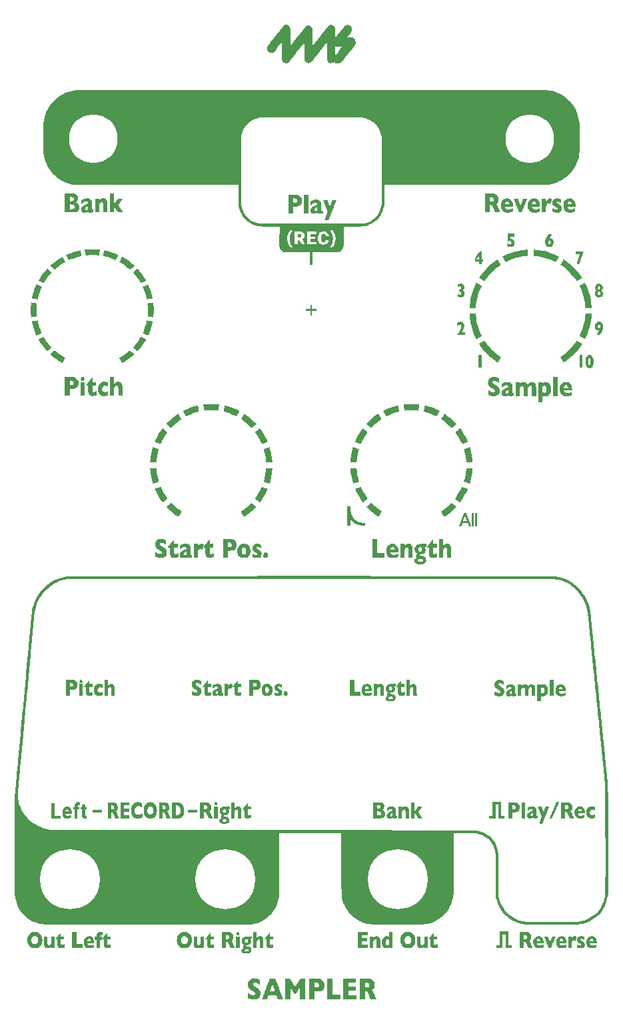
<source format=gto>
G04 #@! TF.GenerationSoftware,KiCad,Pcbnew,(7.0.0-0)*
G04 #@! TF.CreationDate,2023-03-22T15:58:19-07:00*
G04 #@! TF.ProjectId,Kit-Trig-Sampler-FACEPLATE,4b69742d-5472-4696-972d-53616d706c65,rev?*
G04 #@! TF.SameCoordinates,PXa661c0PY7cdd488*
G04 #@! TF.FileFunction,Legend,Top*
G04 #@! TF.FilePolarity,Positive*
%FSLAX46Y46*%
G04 Gerber Fmt 4.6, Leading zero omitted, Abs format (unit mm)*
G04 Created by KiCad (PCBNEW (7.0.0-0)) date 2023-03-22 15:58:19*
%MOMM*%
%LPD*%
G01*
G04 APERTURE LIST*
%ADD10C,7.620000*%
%ADD11C,7.874000*%
%ADD12O,7.366000X4.191000*%
%ADD13C,6.172200*%
%ADD14C,8.255000*%
G04 APERTURE END LIST*
G36*
X11026023Y41306947D02*
G01*
X11026023Y40563254D01*
X10809907Y40563254D01*
X10593791Y40563254D01*
X10593791Y41306947D01*
X10593791Y42050641D01*
X10809907Y42050641D01*
X11026023Y42050641D01*
X11026023Y41306947D01*
G37*
G36*
X11280278Y79502293D02*
G01*
X11280278Y78625115D01*
X11019667Y78625115D01*
X10759056Y78625115D01*
X10759056Y79502293D01*
X10759056Y80379470D01*
X11019667Y80379470D01*
X11280278Y80379470D01*
X11280278Y79502293D01*
G37*
G36*
X13479577Y25924565D02*
G01*
X13479577Y25752943D01*
X12875723Y25752943D01*
X12271869Y25752943D01*
X12271869Y25924565D01*
X12271869Y26096187D01*
X12875723Y26096187D01*
X13479577Y26096187D01*
X13479577Y25924565D01*
G37*
G36*
X25607505Y25924565D02*
G01*
X25607505Y25752943D01*
X25003651Y25752943D01*
X24399797Y25752943D01*
X24399797Y25924565D01*
X24399797Y26096187D01*
X25003651Y26096187D01*
X25607505Y26096187D01*
X25607505Y25924565D01*
G37*
G36*
X28162760Y25759300D02*
G01*
X28162760Y25015606D01*
X27946644Y25015606D01*
X27730528Y25015606D01*
X27730528Y25759300D01*
X27730528Y26502993D01*
X27946644Y26502993D01*
X28162760Y26502993D01*
X28162760Y25759300D01*
G37*
G36*
X30984982Y9283624D02*
G01*
X30984982Y8539930D01*
X30756154Y8539930D01*
X30527325Y8539930D01*
X30527325Y9283624D01*
X30527325Y10027318D01*
X30756154Y10027318D01*
X30984982Y10027318D01*
X30984982Y9283624D01*
G37*
G36*
X39680478Y102944535D02*
G01*
X39680478Y101749540D01*
X39419867Y101749540D01*
X39159257Y101749540D01*
X39159257Y102944535D01*
X39159257Y104139530D01*
X39419867Y104139530D01*
X39680478Y104139530D01*
X39680478Y102944535D01*
G37*
G36*
X60583356Y63761221D02*
G01*
X60713661Y63757598D01*
X60716930Y62915381D01*
X60720199Y62073164D01*
X60586625Y62073164D01*
X60453050Y62073164D01*
X60453050Y62919004D01*
X60453050Y63764844D01*
X60583356Y63761221D01*
G37*
G36*
X61041013Y63761221D02*
G01*
X61171319Y63757598D01*
X61174588Y62915381D01*
X61177857Y62073164D01*
X61044282Y62073164D01*
X60910708Y62073164D01*
X60910708Y62919004D01*
X60910708Y63764844D01*
X61041013Y63761221D01*
G37*
G36*
X61698896Y83004645D02*
G01*
X61698896Y82171962D01*
X61514562Y82171962D01*
X61330228Y82171962D01*
X61330228Y83004645D01*
X61330228Y83837328D01*
X61514562Y83837328D01*
X61698896Y83837328D01*
X61698896Y83004645D01*
G37*
G36*
X67241639Y26032623D02*
G01*
X67241639Y25015606D01*
X67025523Y25015606D01*
X66809407Y25015606D01*
X66809407Y26032623D01*
X66809407Y27049640D01*
X67025523Y27049640D01*
X67241639Y27049640D01*
X67241639Y26032623D01*
G37*
G36*
X70839337Y41542132D02*
G01*
X70839337Y40525115D01*
X70623221Y40525115D01*
X70407105Y40525115D01*
X70407105Y41542132D01*
X70407105Y42559150D01*
X70623221Y42559150D01*
X70839337Y42559150D01*
X70839337Y41542132D01*
G37*
G36*
X71347845Y79794685D02*
G01*
X71347845Y78599690D01*
X71087235Y78599690D01*
X70826624Y78599690D01*
X70826624Y79794685D01*
X70826624Y80989680D01*
X71087235Y80989680D01*
X71347845Y80989680D01*
X71347845Y79794685D01*
G37*
G36*
X74526023Y83004645D02*
G01*
X74526023Y82171962D01*
X74341689Y82171962D01*
X74157355Y82171962D01*
X74157355Y83004645D01*
X74157355Y83837328D01*
X74341689Y83837328D01*
X74526023Y83837328D01*
X74526023Y83004645D01*
G37*
G36*
X7479177Y26147037D02*
G01*
X7479177Y25346136D01*
X7847845Y25346136D01*
X8216514Y25346136D01*
X8216514Y25168159D01*
X8216514Y24990181D01*
X7644442Y24990181D01*
X7072370Y24990181D01*
X7072370Y25969059D01*
X7072370Y26947938D01*
X7275773Y26947938D01*
X7479177Y26947938D01*
X7479177Y26147037D01*
G37*
G36*
X10212410Y9798489D02*
G01*
X10212410Y9023013D01*
X10600148Y9023013D01*
X10987885Y9023013D01*
X10987885Y8781472D01*
X10987885Y8539930D01*
X10339537Y8539930D01*
X9691189Y8539930D01*
X9691189Y9556947D01*
X9691189Y10573964D01*
X9951799Y10573964D01*
X10212410Y10573964D01*
X10212410Y9798489D01*
G37*
G36*
X42756954Y3664605D02*
G01*
X42756954Y2666657D01*
X43252750Y2666657D01*
X43748546Y2666657D01*
X43748546Y2348839D01*
X43748546Y2031021D01*
X42915863Y2031021D01*
X42083181Y2031021D01*
X42083181Y3346787D01*
X42083181Y4662553D01*
X42420067Y4662553D01*
X42756954Y4662553D01*
X42756954Y3664605D01*
G37*
G36*
X45515613Y41821812D02*
G01*
X45515613Y41046337D01*
X45896994Y41046337D01*
X46278376Y41046337D01*
X46278376Y40804795D01*
X46278376Y40563254D01*
X45642740Y40563254D01*
X45007105Y40563254D01*
X45007105Y41580271D01*
X45007105Y42597288D01*
X45261359Y42597288D01*
X45515613Y42597288D01*
X45515613Y41821812D01*
G37*
G36*
X48477675Y59549690D02*
G01*
X48477675Y58640731D01*
X48935333Y58640731D01*
X49392990Y58640731D01*
X49392990Y58354695D01*
X49392990Y58068659D01*
X48630228Y58068659D01*
X47867465Y58068659D01*
X47867465Y59263654D01*
X47867465Y60458649D01*
X48172570Y60458649D01*
X48477675Y60458649D01*
X48477675Y59549690D01*
G37*
G36*
X10870352Y42611082D02*
G01*
X10920825Y42578266D01*
X10958834Y42527380D01*
X10981886Y42461538D01*
X10987885Y42400241D01*
X10979002Y42321286D01*
X10951738Y42258809D01*
X10905175Y42210808D01*
X10898903Y42206372D01*
X10842043Y42181891D01*
X10781801Y42181086D01*
X10724062Y42203956D01*
X10720307Y42206415D01*
X10671820Y42249871D01*
X10642726Y42303900D01*
X10630800Y42373117D01*
X10630241Y42393426D01*
X10639065Y42469955D01*
X10664685Y42534259D01*
X10704649Y42583208D01*
X10756506Y42613675D01*
X10809907Y42622713D01*
X10870352Y42611082D01*
G37*
G36*
X28007089Y27063434D02*
G01*
X28057562Y27030618D01*
X28095570Y26979732D01*
X28118623Y26913890D01*
X28124622Y26852593D01*
X28115739Y26773638D01*
X28088475Y26711162D01*
X28041912Y26663161D01*
X28035639Y26658724D01*
X27978779Y26634243D01*
X27918538Y26633438D01*
X27860799Y26656308D01*
X27857044Y26658767D01*
X27808557Y26702224D01*
X27779462Y26756253D01*
X27767537Y26825470D01*
X27766977Y26845778D01*
X27775802Y26922307D01*
X27801422Y26986611D01*
X27841386Y27035561D01*
X27893243Y27066028D01*
X27946644Y27075065D01*
X28007089Y27063434D01*
G37*
G36*
X16937435Y26833524D02*
G01*
X16937435Y26630120D01*
X16606904Y26630120D01*
X16276374Y26630120D01*
X16276374Y26439430D01*
X16276374Y26248739D01*
X16587835Y26248739D01*
X16899297Y26248739D01*
X16899297Y26045336D01*
X16899297Y25841932D01*
X16587835Y25841932D01*
X16276374Y25841932D01*
X16276374Y25625816D01*
X16276374Y25409700D01*
X16613261Y25409700D01*
X16950148Y25409700D01*
X16950148Y25206297D01*
X16950148Y25002893D01*
X16390788Y25002893D01*
X15831429Y25002893D01*
X15831429Y26019910D01*
X15831429Y27036927D01*
X16384432Y27036927D01*
X16937435Y27036927D01*
X16937435Y26833524D01*
G37*
G36*
X38507730Y99179670D02*
G01*
X38579336Y99177053D01*
X38630798Y99173275D01*
X38667396Y99167567D01*
X38694407Y99159162D01*
X38712983Y99149790D01*
X38761283Y99113761D01*
X38791683Y99070209D01*
X38807939Y99012554D01*
X38811926Y98976519D01*
X38813642Y98925236D01*
X38808377Y98887180D01*
X38794120Y98850642D01*
X38788337Y98839269D01*
X38765132Y98801327D01*
X38738487Y98773842D01*
X38704053Y98755222D01*
X38657479Y98743875D01*
X38594416Y98738208D01*
X38510514Y98736628D01*
X38507928Y98736627D01*
X38345643Y98736627D01*
X38345643Y98960376D01*
X38345643Y99184125D01*
X38507730Y99179670D01*
G37*
G36*
X40176274Y89914004D02*
G01*
X40176274Y89621612D01*
X40468666Y89621612D01*
X40761058Y89621612D01*
X40761058Y89532623D01*
X40761058Y89443634D01*
X40468666Y89443634D01*
X40176274Y89443634D01*
X40176274Y89151242D01*
X40176274Y88858849D01*
X40087285Y88858849D01*
X39998296Y88858849D01*
X39998296Y89151242D01*
X39998296Y89443634D01*
X39705903Y89443634D01*
X39413511Y89443634D01*
X39413511Y89532623D01*
X39413511Y89621612D01*
X39705903Y89621612D01*
X39998296Y89621612D01*
X39998296Y89914004D01*
X39998296Y90206397D01*
X40087285Y90206397D01*
X40176274Y90206397D01*
X40176274Y89914004D01*
G37*
G36*
X45757155Y4395586D02*
G01*
X45757155Y4128619D01*
X45280428Y4128619D01*
X44803701Y4128619D01*
X44803701Y3893434D01*
X44803701Y3658249D01*
X45261359Y3658249D01*
X45719016Y3658249D01*
X45719016Y3391282D01*
X45719016Y3124315D01*
X45261359Y3124315D01*
X44803701Y3124315D01*
X44803701Y2844635D01*
X44803701Y2564955D01*
X45293141Y2564955D01*
X45782580Y2564955D01*
X45782580Y2297988D01*
X45782580Y2031021D01*
X44956254Y2031021D01*
X44129927Y2031021D01*
X44129927Y3346787D01*
X44129927Y4662553D01*
X44943541Y4662553D01*
X45757155Y4662553D01*
X45757155Y4395586D01*
G37*
G36*
X47219117Y10370561D02*
G01*
X47219117Y10167158D01*
X46850448Y10167158D01*
X46481779Y10167158D01*
X46481779Y9976467D01*
X46481779Y9785776D01*
X46837735Y9785776D01*
X47193691Y9785776D01*
X47193691Y9582373D01*
X47193691Y9378969D01*
X46837735Y9378969D01*
X46481779Y9378969D01*
X46481779Y9162853D01*
X46481779Y8946737D01*
X46863161Y8946737D01*
X47244542Y8946737D01*
X47244542Y8743334D01*
X47244542Y8539930D01*
X46602550Y8539930D01*
X45960558Y8539930D01*
X45960558Y9556947D01*
X45960558Y10573964D01*
X46589837Y10573964D01*
X47219117Y10573964D01*
X47219117Y10370561D01*
G37*
G36*
X64177875Y26216957D02*
G01*
X64177875Y25333424D01*
X64387635Y25333424D01*
X64597395Y25333424D01*
X64597395Y25161802D01*
X64597395Y24990181D01*
X64216100Y24990181D01*
X63834806Y24990181D01*
X63831541Y25870536D01*
X63828276Y26750891D01*
X63647120Y26754418D01*
X63465963Y26757946D01*
X63465963Y25874063D01*
X63465963Y24990181D01*
X63071869Y24990181D01*
X62677775Y24990181D01*
X62677775Y25161802D01*
X62677775Y25333424D01*
X62893891Y25333424D01*
X63110007Y25333424D01*
X63110007Y26216957D01*
X63110007Y27100491D01*
X63643941Y27100491D01*
X64177875Y27100491D01*
X64177875Y26216957D01*
G37*
G36*
X65118616Y9754309D02*
G01*
X65118616Y8871091D01*
X65325198Y8867598D01*
X65531779Y8864104D01*
X65535316Y8689305D01*
X65538853Y8514505D01*
X65150757Y8514505D01*
X64762660Y8514505D01*
X64762660Y9398038D01*
X64762660Y10281572D01*
X64578326Y10281572D01*
X64393991Y10281572D01*
X64393991Y9398038D01*
X64393991Y8514505D01*
X63999897Y8514505D01*
X63605803Y8514505D01*
X63605803Y8692483D01*
X63605803Y8870461D01*
X63821919Y8870461D01*
X64038035Y8870461D01*
X64038035Y9753994D01*
X64038035Y10637528D01*
X64578326Y10637528D01*
X65118616Y10637528D01*
X65118616Y9754309D01*
G37*
G36*
X11099517Y81034214D02*
G01*
X11151774Y80998159D01*
X11194955Y80944363D01*
X11225393Y80873518D01*
X11231673Y80848177D01*
X11237039Y80764216D01*
X11218267Y80685164D01*
X11176436Y80614604D01*
X11153938Y80589998D01*
X11120658Y80560376D01*
X11091280Y80544532D01*
X11054022Y80537294D01*
X11029437Y80535328D01*
X10978176Y80534934D01*
X10941146Y80542923D01*
X10916549Y80555489D01*
X10860537Y80604903D01*
X10821678Y80669089D01*
X10801140Y80743042D01*
X10800094Y80821759D01*
X10819710Y80900235D01*
X10830350Y80924096D01*
X10873017Y80987150D01*
X10924932Y81028995D01*
X10982431Y81050326D01*
X11041847Y81051834D01*
X11099517Y81034214D01*
G37*
G36*
X30809984Y10588280D02*
G01*
X30863564Y10557994D01*
X30904540Y10512650D01*
X30931594Y10456418D01*
X30943404Y10393465D01*
X30938649Y10327959D01*
X30916009Y10264068D01*
X30874163Y10205961D01*
X30870842Y10202578D01*
X30839220Y10173738D01*
X30812005Y10159458D01*
X30777336Y10154759D01*
X30756154Y10154445D01*
X30714181Y10156470D01*
X30685040Y10165874D01*
X30656811Y10187650D01*
X30641639Y10202404D01*
X30599607Y10258701D01*
X30572892Y10324281D01*
X30565605Y10376917D01*
X30576618Y10442370D01*
X30606625Y10506978D01*
X30641639Y10551430D01*
X30674575Y10580916D01*
X30703104Y10595182D01*
X30738156Y10599290D01*
X30745123Y10599342D01*
X30809984Y10588280D01*
G37*
G36*
X34312452Y58776969D02*
G01*
X34385322Y58755634D01*
X34452555Y58713955D01*
X34510603Y58652336D01*
X34546127Y58592962D01*
X34566695Y58531750D01*
X34578542Y58456920D01*
X34580776Y58379047D01*
X34572502Y58308703D01*
X34570764Y58301281D01*
X34542047Y58225260D01*
X34497650Y58154517D01*
X34443442Y58097894D01*
X34428115Y58086333D01*
X34365688Y58056929D01*
X34292706Y58044032D01*
X34218431Y58048222D01*
X34153892Y58069171D01*
X34083369Y58118481D01*
X34028097Y58184439D01*
X33988956Y58262717D01*
X33966825Y58348990D01*
X33962585Y58438929D01*
X33977116Y58528208D01*
X34011298Y58612500D01*
X34035603Y58650832D01*
X34095521Y58714893D01*
X34164002Y58757001D01*
X34237495Y58777559D01*
X34312452Y58776969D01*
G37*
G36*
X36899200Y41151456D02*
G01*
X36960177Y41111485D01*
X37008744Y41053412D01*
X37042369Y40979524D01*
X37058517Y40892108D01*
X37058707Y40889262D01*
X37058355Y40801260D01*
X37043735Y40728433D01*
X37013157Y40663860D01*
X36998303Y40641834D01*
X36945979Y40588728D01*
X36881910Y40553533D01*
X36811938Y40538125D01*
X36741904Y40544378D01*
X36718416Y40552046D01*
X36676637Y40577446D01*
X36632057Y40618579D01*
X36592159Y40667923D01*
X36574436Y40696737D01*
X36555638Y40750698D01*
X36546241Y40818893D01*
X36546241Y40891933D01*
X36555630Y40960430D01*
X36574404Y41014997D01*
X36574630Y41015422D01*
X36610630Y41068293D01*
X36656804Y41115366D01*
X36706298Y41150688D01*
X36750149Y41167937D01*
X36828347Y41171036D01*
X36899200Y41151456D01*
G37*
G36*
X71480305Y26887918D02*
G01*
X71461325Y26844765D01*
X71433155Y26780730D01*
X71396847Y26698203D01*
X71353452Y26599573D01*
X71304022Y26487230D01*
X71249609Y26363564D01*
X71191263Y26230964D01*
X71130036Y26091820D01*
X71066980Y25948523D01*
X71021474Y25845110D01*
X70645264Y24990181D01*
X70481690Y24990181D01*
X70420557Y24990412D01*
X70369828Y24991046D01*
X70334245Y24991989D01*
X70318549Y24993149D01*
X70318199Y24993359D01*
X70323209Y25005198D01*
X70337729Y25038652D01*
X70361032Y25092065D01*
X70392393Y25163778D01*
X70431083Y25252133D01*
X70476377Y25355472D01*
X70527548Y25472138D01*
X70583870Y25600472D01*
X70644615Y25738817D01*
X70709057Y25885515D01*
X70773707Y26032623D01*
X71229132Y27068709D01*
X71396029Y27072253D01*
X71562926Y27075796D01*
X71480305Y26887918D01*
G37*
G36*
X17316304Y84175953D02*
G01*
X17579427Y83912133D01*
X17513066Y83850470D01*
X17365325Y83719589D01*
X17198127Y83582794D01*
X17015800Y83443158D01*
X16822669Y83303752D01*
X16623063Y83167649D01*
X16421309Y83037922D01*
X16221735Y82917642D01*
X16108914Y82853547D01*
X16024087Y82806510D01*
X15954851Y82937359D01*
X15886172Y83067564D01*
X15827145Y83180325D01*
X15778196Y83274811D01*
X15739752Y83350185D01*
X15712237Y83405614D01*
X15696078Y83440263D01*
X15691589Y83452826D01*
X15702038Y83463198D01*
X15730785Y83483429D01*
X15773936Y83510979D01*
X15827593Y83543307D01*
X15852948Y83558057D01*
X16009928Y83652028D01*
X16172756Y83756132D01*
X16337044Y83867197D01*
X16498405Y83982055D01*
X16652453Y84097535D01*
X16794800Y84210468D01*
X16921058Y84317684D01*
X16985773Y84376550D01*
X17053181Y84439773D01*
X17316304Y84175953D01*
G37*
G36*
X16123251Y96229989D02*
G01*
X16331451Y96109727D01*
X16548943Y95972425D01*
X16770399Y95821847D01*
X16990494Y95661754D01*
X17203902Y95495911D01*
X17405294Y95328079D01*
X17428470Y95307923D01*
X17585488Y95170711D01*
X17328319Y94913279D01*
X17261830Y94847171D01*
X17200833Y94787382D01*
X17147707Y94736178D01*
X17104834Y94695821D01*
X17074590Y94668575D01*
X17059357Y94656705D01*
X17058322Y94656375D01*
X17042310Y94664587D01*
X17015034Y94685090D01*
X16994642Y94702562D01*
X16808573Y94863760D01*
X16617812Y95016946D01*
X16418436Y95164910D01*
X16206523Y95310441D01*
X15978150Y95456330D01*
X15729393Y95605366D01*
X15705785Y95619078D01*
X15702962Y95626961D01*
X15706914Y95645111D01*
X15718553Y95675548D01*
X15738789Y95720294D01*
X15768536Y95781369D01*
X15808704Y95860792D01*
X15857767Y95955889D01*
X16027335Y96282509D01*
X16123251Y96229989D01*
G37*
G36*
X60549119Y69341840D02*
G01*
X60509143Y68922915D01*
X60449183Y68515443D01*
X60368368Y68114108D01*
X60306822Y67863804D01*
X60278460Y67756735D01*
X60255404Y67671896D01*
X60236851Y67606837D01*
X60222000Y67559109D01*
X60210048Y67526261D01*
X60200194Y67505843D01*
X60191635Y67495404D01*
X60185336Y67492613D01*
X60169161Y67496211D01*
X60132290Y67507641D01*
X60077842Y67525833D01*
X60008936Y67549718D01*
X59928691Y67578225D01*
X59840228Y67610285D01*
X59811058Y67620985D01*
X59694661Y67664360D01*
X59601958Y67700139D01*
X59532448Y67728535D01*
X59485628Y67749757D01*
X59460996Y67764016D01*
X59456651Y67769734D01*
X59460712Y67788619D01*
X59470522Y67826097D01*
X59484526Y67876405D01*
X59498195Y67923688D01*
X59584587Y68251561D01*
X59655752Y68593235D01*
X59710304Y68941181D01*
X59744788Y69262303D01*
X59760584Y69452893D01*
X60159032Y69456254D01*
X60557480Y69459616D01*
X60549119Y69341840D01*
G37*
G36*
X34781581Y72124946D02*
G01*
X34786874Y72111287D01*
X34797679Y72077343D01*
X34812717Y72027333D01*
X34830713Y71965476D01*
X34844068Y71918518D01*
X34908355Y71670903D01*
X34966226Y71408913D01*
X35016496Y71139621D01*
X35057979Y70870099D01*
X35089488Y70607419D01*
X35109839Y70358653D01*
X35111985Y70320536D01*
X35120489Y70158449D01*
X34720431Y70158449D01*
X34320373Y70158449D01*
X34304513Y70365030D01*
X34264696Y70755655D01*
X34206043Y71132418D01*
X34127886Y71499244D01*
X34078942Y71688728D01*
X34063149Y71749726D01*
X34051400Y71801805D01*
X34044648Y71840167D01*
X34043848Y71860015D01*
X34044601Y71861453D01*
X34059660Y71868666D01*
X34094647Y71882707D01*
X34146014Y71902308D01*
X34210211Y71926199D01*
X34283690Y71953113D01*
X34362902Y71981780D01*
X34444298Y72010931D01*
X34524328Y72039297D01*
X34599443Y72065610D01*
X34666096Y72088600D01*
X34720736Y72106999D01*
X34759815Y72119538D01*
X34779784Y72124948D01*
X34781581Y72124946D01*
G37*
G36*
X6796380Y94534227D02*
G01*
X7060680Y94274527D01*
X6931528Y94131478D01*
X6734106Y93903105D01*
X6551858Y93671294D01*
X6379385Y93428809D01*
X6211282Y93168415D01*
X6205455Y93158959D01*
X6165740Y93094500D01*
X6130214Y93037003D01*
X6101182Y92990189D01*
X6080952Y92957775D01*
X6071972Y92943687D01*
X6060496Y92942995D01*
X6032560Y92951902D01*
X5986993Y92970928D01*
X5922622Y93000589D01*
X5838277Y93041406D01*
X5733231Y93093672D01*
X5630682Y93145634D01*
X5549702Y93187728D01*
X5488802Y93220802D01*
X5446493Y93245705D01*
X5421286Y93263285D01*
X5411694Y93274389D01*
X5411722Y93276830D01*
X5422667Y93298576D01*
X5445033Y93338008D01*
X5476540Y93391398D01*
X5514906Y93455015D01*
X5557851Y93525129D01*
X5603094Y93598009D01*
X5648354Y93669927D01*
X5691349Y93737151D01*
X5721406Y93783261D01*
X5877434Y94008263D01*
X6052178Y94238768D01*
X6241382Y94469383D01*
X6440788Y94694717D01*
X6443090Y94697220D01*
X6532079Y94793927D01*
X6796380Y94534227D01*
G37*
G36*
X47947609Y64836490D02*
G01*
X48181101Y64616612D01*
X48412635Y64416945D01*
X48647321Y64233278D01*
X48879495Y64068667D01*
X49023441Y63971401D01*
X48826907Y63630446D01*
X48778197Y63546041D01*
X48733606Y63468965D01*
X48694704Y63401913D01*
X48663060Y63347585D01*
X48640242Y63308677D01*
X48627821Y63287886D01*
X48626037Y63285156D01*
X48614656Y63290484D01*
X48585956Y63307994D01*
X48543519Y63335388D01*
X48490928Y63370367D01*
X48451165Y63397333D01*
X48251771Y63537327D01*
X48064084Y63677376D01*
X47878982Y63824488D01*
X47702200Y63972896D01*
X47654029Y64015350D01*
X47597108Y64067287D01*
X47533976Y64126215D01*
X47467172Y64189643D01*
X47399235Y64255079D01*
X47332703Y64320031D01*
X47270116Y64382007D01*
X47214013Y64438516D01*
X47166931Y64487066D01*
X47131411Y64525165D01*
X47109990Y64550322D01*
X47104702Y64559294D01*
X47114103Y64571034D01*
X47140723Y64596864D01*
X47182189Y64634669D01*
X47236126Y64682337D01*
X47300161Y64737753D01*
X47371919Y64798803D01*
X47403748Y64825581D01*
X47702794Y65076343D01*
X47947609Y64836490D01*
G37*
G36*
X44730603Y64598518D02*
G01*
X44775828Y64594692D01*
X44835067Y64591827D01*
X44896912Y64590444D01*
X44908581Y64590391D01*
X45019817Y64590281D01*
X45019817Y64459642D01*
X45028754Y64262438D01*
X45054602Y64059179D01*
X45095924Y63856155D01*
X45151277Y63659653D01*
X45219222Y63475963D01*
X45270817Y63363698D01*
X45369851Y63189757D01*
X45481704Y63037358D01*
X45607216Y62905613D01*
X45747229Y62793637D01*
X45897359Y62703242D01*
X46020030Y62645666D01*
X46144304Y62600451D01*
X46275137Y62566455D01*
X46417484Y62542534D01*
X46576303Y62527547D01*
X46682004Y62522351D01*
X46914011Y62514196D01*
X46914011Y62338174D01*
X46914011Y62162153D01*
X46756449Y62162153D01*
X46509061Y62172413D01*
X46276673Y62203197D01*
X46059273Y62254514D01*
X45856845Y62326369D01*
X45669374Y62418771D01*
X45496847Y62531725D01*
X45339248Y62665239D01*
X45196564Y62819319D01*
X45082990Y62972434D01*
X45019817Y63066885D01*
X45019817Y62614519D01*
X45019817Y62162153D01*
X44841839Y62162153D01*
X44663861Y62162153D01*
X44663861Y63384344D01*
X44663861Y64606535D01*
X44730603Y64598518D01*
G37*
G36*
X71086741Y9941807D02*
G01*
X71076141Y9913658D01*
X71057489Y9864262D01*
X71031742Y9796149D01*
X70999856Y9711847D01*
X70962789Y9613885D01*
X70921496Y9504792D01*
X70876936Y9387098D01*
X70830064Y9263331D01*
X70805248Y9197813D01*
X70556038Y8539930D01*
X70389404Y8540084D01*
X70222770Y8540238D01*
X70000765Y9140760D01*
X69955219Y9263941D01*
X69910628Y9384500D01*
X69868110Y9499417D01*
X69828785Y9605669D01*
X69793770Y9700233D01*
X69764186Y9780088D01*
X69741150Y9842211D01*
X69725781Y9883580D01*
X69725513Y9884300D01*
X69672265Y10027318D01*
X69911578Y10027318D01*
X70150892Y10027318D01*
X70275540Y9652648D01*
X70306462Y9560776D01*
X70335130Y9477648D01*
X70360518Y9406077D01*
X70381602Y9348875D01*
X70397357Y9308855D01*
X70406758Y9288828D01*
X70408727Y9287158D01*
X70415086Y9300979D01*
X70428987Y9335693D01*
X70449285Y9388296D01*
X70474839Y9455784D01*
X70504504Y9535153D01*
X70537139Y9623399D01*
X70550086Y9658649D01*
X70682906Y10020961D01*
X70900965Y10024440D01*
X71119024Y10027918D01*
X71086741Y9941807D01*
G37*
G36*
X75701732Y88951016D02*
G01*
X75661624Y88522589D01*
X75602876Y88109302D01*
X75524744Y87708236D01*
X75426482Y87316471D01*
X75307346Y86931086D01*
X75166593Y86549161D01*
X75003476Y86167777D01*
X74978182Y86112903D01*
X74936858Y86024706D01*
X74904481Y85957327D01*
X74879731Y85908324D01*
X74861286Y85875257D01*
X74847828Y85855682D01*
X74838035Y85847159D01*
X74834014Y85846281D01*
X74820747Y85852489D01*
X74788870Y85869655D01*
X74741726Y85895910D01*
X74682657Y85929386D01*
X74615006Y85968214D01*
X74589539Y85982943D01*
X74511682Y86028059D01*
X74433824Y86073175D01*
X74361327Y86115183D01*
X74299553Y86150975D01*
X74253866Y86177444D01*
X74250306Y86179506D01*
X74146307Y86239753D01*
X74245626Y86446473D01*
X74372949Y86731037D01*
X74489278Y87030481D01*
X74593416Y87340283D01*
X74684164Y87655924D01*
X74760323Y87972883D01*
X74820696Y88286639D01*
X74864084Y88592672D01*
X74888446Y88871562D01*
X74892250Y88930220D01*
X74896299Y88981817D01*
X74900017Y89019505D01*
X74902055Y89033649D01*
X74907889Y89062253D01*
X75308761Y89062253D01*
X75709632Y89062253D01*
X75701732Y88951016D01*
G37*
G36*
X20954040Y67079934D02*
G01*
X20968043Y67049379D01*
X20986757Y67007129D01*
X20992920Y66992983D01*
X21077493Y66809554D01*
X21176435Y66614469D01*
X21286105Y66414020D01*
X21402863Y66214499D01*
X21523068Y66022197D01*
X21643080Y65843406D01*
X21720137Y65736234D01*
X21763827Y65674798D01*
X21790299Y65631432D01*
X21799792Y65605720D01*
X21798540Y65599730D01*
X21786621Y65588351D01*
X21758132Y65563281D01*
X21716086Y65527046D01*
X21663489Y65482178D01*
X21603354Y65431204D01*
X21538688Y65376655D01*
X21472502Y65321059D01*
X21407806Y65266946D01*
X21347609Y65216844D01*
X21294921Y65173284D01*
X21252751Y65138793D01*
X21224110Y65115901D01*
X21212940Y65107627D01*
X21199107Y65113822D01*
X21172677Y65140889D01*
X21134351Y65188028D01*
X21084927Y65254298D01*
X20863516Y65574410D01*
X20663455Y65894820D01*
X20481305Y66221487D01*
X20313628Y66560366D01*
X20249020Y66702517D01*
X20194592Y66825215D01*
X20568934Y66961401D01*
X20660953Y66994690D01*
X20745026Y67024743D01*
X20818257Y67050553D01*
X20877753Y67071116D01*
X20920619Y67085424D01*
X20943961Y67092471D01*
X20947406Y67092958D01*
X20954040Y67079934D01*
G37*
G36*
X29910193Y42067551D02*
G01*
X29987034Y42039298D01*
X30027555Y42020216D01*
X30057730Y42004719D01*
X30078053Y41989149D01*
X30089016Y41969849D01*
X30091111Y41943159D01*
X30084831Y41905424D01*
X30070669Y41852984D01*
X30049116Y41782183D01*
X30030009Y41720110D01*
X30006742Y41644074D01*
X29985773Y41575756D01*
X29968319Y41519103D01*
X29955595Y41478064D01*
X29948821Y41456586D01*
X29948276Y41454956D01*
X29938045Y41450011D01*
X29915462Y41463239D01*
X29892354Y41482812D01*
X29826537Y41529539D01*
X29761277Y41551293D01*
X29697741Y41548520D01*
X29637095Y41521666D01*
X29580508Y41471175D01*
X29529147Y41397493D01*
X29496688Y41331800D01*
X29453101Y41230671D01*
X29449330Y40896962D01*
X29445559Y40563254D01*
X29230035Y40563254D01*
X29014512Y40563254D01*
X29014512Y41306947D01*
X29014512Y42050641D01*
X29230628Y42050641D01*
X29446744Y42050641D01*
X29447113Y41882198D01*
X29447481Y41713754D01*
X29494785Y41802628D01*
X29535768Y41868818D01*
X29585375Y41932275D01*
X29638908Y41988188D01*
X29691669Y42031747D01*
X29738959Y42058141D01*
X29746968Y42060827D01*
X29830623Y42075426D01*
X29910193Y42067551D01*
G37*
G36*
X53197143Y26461677D02*
G01*
X53200448Y25873714D01*
X53410208Y26188007D01*
X53619967Y26502300D01*
X53884506Y26502647D01*
X53975807Y26502463D01*
X54044215Y26501536D01*
X54092259Y26499713D01*
X54122466Y26496839D01*
X54137362Y26492760D01*
X54139475Y26487322D01*
X54139347Y26487102D01*
X54129729Y26472778D01*
X54107790Y26440837D01*
X54075772Y26394503D01*
X54035918Y26337000D01*
X53990471Y26271553D01*
X53941673Y26201386D01*
X53891767Y26129723D01*
X53842995Y26059787D01*
X53797600Y25994804D01*
X53757824Y25937998D01*
X53725910Y25892592D01*
X53721173Y25885877D01*
X53666928Y25809050D01*
X53889659Y25491783D01*
X53948444Y25408075D01*
X54005286Y25327184D01*
X54057767Y25252548D01*
X54103469Y25187604D01*
X54139972Y25135793D01*
X54164858Y25100551D01*
X54168748Y25095060D01*
X54225106Y25015606D01*
X53945095Y25015606D01*
X53665083Y25015606D01*
X53432766Y25362027D01*
X53200448Y25708449D01*
X53197065Y25362027D01*
X53193683Y25015606D01*
X52971415Y25015606D01*
X52749147Y25015606D01*
X52749147Y26032623D01*
X52749147Y27049640D01*
X52971492Y27049640D01*
X53193838Y27049640D01*
X53197143Y26461677D01*
G37*
G36*
X14982746Y103602418D02*
G01*
X14986033Y102912753D01*
X15233931Y103284127D01*
X15481829Y103655502D01*
X15797417Y103655974D01*
X16113005Y103656447D01*
X16026570Y103532498D01*
X15995160Y103487450D01*
X15952316Y103425992D01*
X15901138Y103352571D01*
X15844727Y103271639D01*
X15786185Y103187644D01*
X15740814Y103122542D01*
X15541494Y102836536D01*
X15582935Y102779299D01*
X15611937Y102738839D01*
X15650391Y102684585D01*
X15696478Y102619154D01*
X15748380Y102545165D01*
X15804278Y102465233D01*
X15862352Y102381977D01*
X15920784Y102298015D01*
X15977754Y102215962D01*
X16031444Y102138438D01*
X16080035Y102068059D01*
X16121707Y102007442D01*
X16154643Y101959206D01*
X16177022Y101925967D01*
X16187025Y101910343D01*
X16187385Y101909526D01*
X16175231Y101907544D01*
X16141007Y101905805D01*
X16088066Y101904380D01*
X16019761Y101903339D01*
X15939448Y101902752D01*
X15860032Y101902670D01*
X15532680Y101903247D01*
X15259357Y102311194D01*
X14986033Y102719142D01*
X14982679Y102310617D01*
X14979325Y101902092D01*
X14712534Y101902092D01*
X14445743Y101902092D01*
X14445743Y103097087D01*
X14445743Y104292082D01*
X14712601Y104292082D01*
X14979458Y104292082D01*
X14982746Y103602418D01*
G37*
G36*
X60992050Y88931947D02*
G01*
X61030370Y88533306D01*
X61091972Y88139244D01*
X61177213Y87748414D01*
X61286452Y87359468D01*
X61420047Y86971061D01*
X61578357Y86581845D01*
X61672378Y86374828D01*
X61697236Y86321251D01*
X61717137Y86276946D01*
X61730101Y86246424D01*
X61734148Y86234195D01*
X61734111Y86234158D01*
X61706904Y86217779D01*
X61663466Y86192362D01*
X61607066Y86159761D01*
X61540976Y86121829D01*
X61468466Y86080421D01*
X61392807Y86037390D01*
X61317269Y85994592D01*
X61245122Y85953879D01*
X61179638Y85917106D01*
X61124086Y85886128D01*
X61081737Y85862798D01*
X61055863Y85848969D01*
X61049296Y85845936D01*
X61039004Y85856545D01*
X61020902Y85884931D01*
X60998151Y85925937D01*
X60987038Y85947532D01*
X60819950Y86304985D01*
X60669547Y86678407D01*
X60537146Y87063515D01*
X60424063Y87456021D01*
X60331618Y87851640D01*
X60261126Y88246087D01*
X60244523Y88363053D01*
X60228635Y88488583D01*
X60214657Y88611543D01*
X60203003Y88727493D01*
X60194083Y88831990D01*
X60188309Y88920594D01*
X60186095Y88988863D01*
X60186083Y88993025D01*
X60186083Y89062253D01*
X60584717Y89062253D01*
X60983350Y89062253D01*
X60992050Y88931947D01*
G37*
G36*
X20400886Y69348013D02*
G01*
X20439185Y68976243D01*
X20495936Y68607959D01*
X20570117Y68248940D01*
X20649409Y67943835D01*
X20666958Y67879841D01*
X20680587Y67824548D01*
X20689295Y67782500D01*
X20692080Y67758242D01*
X20691170Y67754373D01*
X20677414Y67747998D01*
X20643338Y67734416D01*
X20592570Y67714954D01*
X20528740Y67690940D01*
X20455478Y67663699D01*
X20376412Y67634559D01*
X20295174Y67604847D01*
X20215391Y67575889D01*
X20140694Y67549012D01*
X20074712Y67525544D01*
X20021075Y67506810D01*
X19983413Y67494138D01*
X19965354Y67488854D01*
X19964634Y67488779D01*
X19957007Y67500169D01*
X19944317Y67530995D01*
X19928477Y67576246D01*
X19914937Y67619084D01*
X19803918Y68028450D01*
X19715852Y68447466D01*
X19650517Y68877190D01*
X19646201Y68912603D01*
X19635860Y69003326D01*
X19626363Y69094747D01*
X19618005Y69183149D01*
X19611081Y69264815D01*
X19605885Y69336030D01*
X19602714Y69393077D01*
X19601861Y69432241D01*
X19603574Y69449715D01*
X19617056Y69452076D01*
X19652844Y69454224D01*
X19707821Y69456084D01*
X19778868Y69457582D01*
X19862867Y69458642D01*
X19956699Y69459190D01*
X20000445Y69459250D01*
X20392285Y69459250D01*
X20400886Y69348013D01*
G37*
G36*
X45391156Y72124786D02*
G01*
X45424662Y72113247D01*
X45474891Y72095590D01*
X45538256Y72073104D01*
X45611173Y72047079D01*
X45690057Y72018803D01*
X45771322Y71989565D01*
X45851384Y71960654D01*
X45926657Y71933359D01*
X45993556Y71908969D01*
X46048496Y71888773D01*
X46087891Y71874059D01*
X46102417Y71868462D01*
X46112920Y71862060D01*
X46116454Y71849983D01*
X46112784Y71826421D01*
X46101677Y71785562D01*
X46098666Y71775226D01*
X46045388Y71577549D01*
X45995671Y71362800D01*
X45950841Y71138387D01*
X45912224Y70911719D01*
X45881144Y70690205D01*
X45858928Y70481254D01*
X45852625Y70399990D01*
X45848228Y70339522D01*
X45843366Y70279174D01*
X45838994Y70230695D01*
X45838441Y70225191D01*
X45831601Y70158449D01*
X45430554Y70158449D01*
X45029506Y70158449D01*
X45038043Y70282398D01*
X45063273Y70587049D01*
X45096094Y70873299D01*
X45137478Y71147296D01*
X45188393Y71415187D01*
X45249812Y71683120D01*
X45274302Y71779320D01*
X45301051Y71881599D01*
X45322245Y71961882D01*
X45338665Y72022792D01*
X45351087Y72066958D01*
X45360292Y72097005D01*
X45367058Y72115560D01*
X45372163Y72125249D01*
X45376386Y72128698D01*
X45377956Y72128919D01*
X45391156Y72124786D01*
G37*
G36*
X73628163Y10040556D02*
G01*
X73714114Y10005456D01*
X73772727Y9966856D01*
X73801262Y9944679D01*
X73725157Y9696784D01*
X73701766Y9620787D01*
X73680646Y9552533D01*
X73663024Y9495961D01*
X73650128Y9455009D01*
X73643187Y9433618D01*
X73642607Y9431996D01*
X73631872Y9427305D01*
X73608337Y9440319D01*
X73582794Y9460783D01*
X73515907Y9504909D01*
X73447893Y9524928D01*
X73381023Y9520672D01*
X73317567Y9491973D01*
X73303171Y9481487D01*
X73276434Y9451975D01*
X73245338Y9404398D01*
X73213274Y9344906D01*
X73183630Y9279650D01*
X73165189Y9231105D01*
X73157251Y9205566D01*
X73151184Y9178503D01*
X73146743Y9146166D01*
X73143685Y9104802D01*
X73141765Y9050659D01*
X73140738Y8979988D01*
X73140361Y8889035D01*
X73140338Y8849402D01*
X73140338Y8539930D01*
X72924222Y8539930D01*
X72708106Y8539930D01*
X72708106Y9283624D01*
X72708106Y10027318D01*
X72924222Y10027318D01*
X73140338Y10027318D01*
X73140626Y9858874D01*
X73140915Y9690431D01*
X73184033Y9770437D01*
X73243536Y9869910D01*
X73303027Y9945861D01*
X73364787Y10000093D01*
X73431100Y10034405D01*
X73504247Y10050600D01*
X73541470Y10052464D01*
X73628163Y10040556D01*
G37*
G36*
X10593763Y27063541D02*
G01*
X10598651Y27062635D01*
X10682780Y27046761D01*
X10682780Y26935560D01*
X10681864Y26876531D01*
X10679436Y26819714D01*
X10675973Y26775485D01*
X10675052Y26767974D01*
X10667323Y26711589D01*
X10568090Y26712171D01*
X10516036Y26711581D01*
X10482063Y26707947D01*
X10458862Y26699591D01*
X10439126Y26684835D01*
X10435836Y26681799D01*
X10403993Y26636772D01*
X10384353Y26576990D01*
X10379714Y26511322D01*
X10380136Y26505328D01*
X10384031Y26458499D01*
X10507980Y26454860D01*
X10631929Y26451222D01*
X10631929Y26286417D01*
X10631929Y26121612D01*
X10504802Y26121612D01*
X10377675Y26121612D01*
X10377675Y25555896D01*
X10377675Y24990181D01*
X10186984Y24990181D01*
X9996294Y24990181D01*
X9996294Y25555896D01*
X9996294Y26121612D01*
X9900948Y26121612D01*
X9805603Y26121612D01*
X9805603Y26286320D01*
X9805603Y26451029D01*
X9897770Y26454764D01*
X9989937Y26458499D01*
X9997521Y26601099D01*
X10001799Y26667576D01*
X10007434Y26716288D01*
X10016058Y26754893D01*
X10029303Y26791049D01*
X10045317Y26825382D01*
X10101829Y26913081D01*
X10175059Y26982761D01*
X10262937Y27033534D01*
X10363393Y27064513D01*
X10474359Y27074811D01*
X10593763Y27063541D01*
G37*
G36*
X11331129Y26623764D02*
G01*
X11331129Y26452143D01*
X11439187Y26452143D01*
X11547245Y26452143D01*
X11547245Y26286877D01*
X11547245Y26121612D01*
X11438644Y26121612D01*
X11330044Y26121612D01*
X11333764Y25745449D01*
X11337485Y25369285D01*
X11369267Y25343498D01*
X11391214Y25329183D01*
X11416560Y25322804D01*
X11453897Y25322945D01*
X11480869Y25325123D01*
X11560689Y25332535D01*
X11557145Y25164609D01*
X11553601Y24996682D01*
X11490037Y24981939D01*
X11434210Y24973113D01*
X11366768Y24968401D01*
X11297792Y24967979D01*
X11237362Y24972027D01*
X11208222Y24976950D01*
X11148992Y24999237D01*
X11089508Y25035115D01*
X11039584Y25078010D01*
X11018510Y25104064D01*
X11000873Y25132104D01*
X10986528Y25159552D01*
X10975136Y25189323D01*
X10966360Y25224328D01*
X10959863Y25267482D01*
X10955307Y25321696D01*
X10952355Y25389885D01*
X10950669Y25474961D01*
X10949913Y25579838D01*
X10949747Y25697757D01*
X10949747Y26121612D01*
X10854402Y26121612D01*
X10759056Y26121612D01*
X10759056Y26286320D01*
X10759056Y26451029D01*
X10851224Y26454764D01*
X10943391Y26458499D01*
X10946938Y26626942D01*
X10950485Y26795386D01*
X11140807Y26795386D01*
X11331129Y26795386D01*
X11331129Y26623764D01*
G37*
G36*
X45838876Y69341657D02*
G01*
X45870004Y69025806D01*
X45916306Y68705451D01*
X45976348Y68388706D01*
X46048700Y68083687D01*
X46082493Y67960755D01*
X46100992Y67893764D01*
X46115726Y67835420D01*
X46125717Y67790025D01*
X46129988Y67761880D01*
X46129237Y67754877D01*
X46115262Y67748429D01*
X46080976Y67734764D01*
X46030017Y67715213D01*
X45966019Y67691106D01*
X45892618Y67663777D01*
X45813450Y67634554D01*
X45732150Y67604771D01*
X45652355Y67575758D01*
X45577698Y67548846D01*
X45511817Y67525367D01*
X45458346Y67506652D01*
X45420922Y67494033D01*
X45403179Y67488840D01*
X45402556Y67488779D01*
X45393502Y67500019D01*
X45380373Y67529666D01*
X45365827Y67571607D01*
X45364111Y67577181D01*
X45270251Y67915133D01*
X45189946Y68264364D01*
X45125123Y68615583D01*
X45077981Y68957097D01*
X45068669Y69043626D01*
X45060165Y69130783D01*
X45052757Y69214695D01*
X45046736Y69291490D01*
X45042388Y69357294D01*
X45040004Y69408237D01*
X45039871Y69440444D01*
X45041242Y69449715D01*
X45054843Y69452077D01*
X45090746Y69454225D01*
X45145826Y69456086D01*
X45216960Y69457584D01*
X45301024Y69458644D01*
X45394894Y69459191D01*
X45438447Y69459250D01*
X45830151Y69459250D01*
X45838876Y69341657D01*
G37*
G36*
X61051257Y92979158D02*
G01*
X61085918Y92963945D01*
X61139337Y92936944D01*
X61210061Y92898911D01*
X61296634Y92850602D01*
X61370622Y92808351D01*
X61453713Y92760385D01*
X61530414Y92715882D01*
X61597725Y92676598D01*
X61652652Y92644290D01*
X61692198Y92620715D01*
X61713365Y92607629D01*
X61715306Y92606297D01*
X61722917Y92598830D01*
X61725884Y92588126D01*
X61723050Y92570740D01*
X61713262Y92543226D01*
X61695363Y92502137D01*
X61668199Y92444027D01*
X61643722Y92392774D01*
X61484214Y92031781D01*
X61344992Y91657650D01*
X61226903Y91273636D01*
X61130800Y90882996D01*
X61057532Y90488986D01*
X61007950Y90094862D01*
X60992264Y89898113D01*
X60983515Y89761452D01*
X60584799Y89761452D01*
X60186083Y89761452D01*
X60186135Y89840906D01*
X60187352Y89881639D01*
X60190671Y89941038D01*
X60195649Y90012471D01*
X60201846Y90089308D01*
X60205202Y90127027D01*
X60256767Y90559314D01*
X60331375Y90983615D01*
X60429478Y91401582D01*
X60551527Y91814868D01*
X60697971Y92225125D01*
X60869262Y92634005D01*
X60918231Y92740952D01*
X60951548Y92811802D01*
X60981830Y92874954D01*
X61007245Y92926690D01*
X61025963Y92963293D01*
X61036155Y92981046D01*
X61036810Y92981828D01*
X61051257Y92979158D01*
G37*
G36*
X60221098Y72116940D02*
G01*
X60234016Y72083423D01*
X60250684Y72031169D01*
X60270313Y71963240D01*
X60292111Y71882695D01*
X60315287Y71792597D01*
X60339051Y71696006D01*
X60362611Y71595985D01*
X60385178Y71495595D01*
X60405961Y71397896D01*
X60421169Y71321662D01*
X60446208Y71184017D01*
X60469904Y71039272D01*
X60491728Y70891743D01*
X60511154Y70745742D01*
X60527653Y70605584D01*
X60540698Y70475582D01*
X60549760Y70360052D01*
X60554312Y70263306D01*
X60554752Y70229912D01*
X60554752Y70158449D01*
X60156321Y70158449D01*
X59757890Y70158449D01*
X59742596Y70358674D01*
X59710516Y70688531D01*
X59665307Y71003965D01*
X59605654Y71313071D01*
X59547772Y71556847D01*
X59528194Y71634314D01*
X59510873Y71704912D01*
X59496818Y71764365D01*
X59487036Y71808399D01*
X59482534Y71832738D01*
X59482378Y71834394D01*
X59483234Y71843311D01*
X59488620Y71852086D01*
X59501009Y71861829D01*
X59522876Y71873652D01*
X59556696Y71888665D01*
X59604942Y71907979D01*
X59670089Y71932705D01*
X59754610Y71963954D01*
X59842840Y71996220D01*
X59933537Y72029228D01*
X60016423Y72059241D01*
X60088515Y72085191D01*
X60146832Y72106011D01*
X60188392Y72120633D01*
X60210212Y72127989D01*
X60212721Y72128658D01*
X60221098Y72116940D01*
G37*
G36*
X68376225Y97175767D02*
G01*
X68688567Y97153445D01*
X69013500Y97114431D01*
X69345490Y97059865D01*
X69679003Y96990887D01*
X70008508Y96908637D01*
X70328469Y96814253D01*
X70621168Y96713417D01*
X70716098Y96677237D01*
X70816279Y96637420D01*
X70919007Y96595189D01*
X71021577Y96551767D01*
X71121284Y96508377D01*
X71215422Y96466242D01*
X71301286Y96426585D01*
X71376172Y96390629D01*
X71437374Y96359596D01*
X71482188Y96334711D01*
X71507907Y96317195D01*
X71513111Y96310173D01*
X71506979Y96296310D01*
X71489866Y96263886D01*
X71463698Y96216246D01*
X71430396Y96156736D01*
X71391886Y96088703D01*
X71350092Y96015490D01*
X71306938Y95940445D01*
X71264348Y95866913D01*
X71224246Y95798240D01*
X71188555Y95737771D01*
X71159201Y95688852D01*
X71138108Y95654829D01*
X71127198Y95639047D01*
X71127082Y95638926D01*
X71112843Y95633549D01*
X71087589Y95639447D01*
X71046670Y95657857D01*
X71036384Y95663054D01*
X70755194Y95796239D01*
X70454875Y95918776D01*
X70139907Y96029451D01*
X69814768Y96127053D01*
X69483938Y96210370D01*
X69151898Y96278190D01*
X68823126Y96329301D01*
X68502103Y96362492D01*
X68433456Y96367238D01*
X68296794Y96375807D01*
X68296771Y96777563D01*
X68296748Y97179320D01*
X68376225Y97175767D01*
G37*
G36*
X10756768Y97073180D02*
G01*
X10765015Y97055371D01*
X10768766Y97035120D01*
X10775627Y96994676D01*
X10784952Y96938098D01*
X10796096Y96869447D01*
X10808416Y96792785D01*
X10821267Y96712171D01*
X10834004Y96631668D01*
X10845982Y96555334D01*
X10856558Y96487232D01*
X10865087Y96431422D01*
X10870923Y96391964D01*
X10873423Y96372919D01*
X10873471Y96372063D01*
X10862084Y96363995D01*
X10832564Y96354234D01*
X10800373Y96346785D01*
X10603892Y96303948D01*
X10393742Y96250504D01*
X10176590Y96188535D01*
X9959104Y96120124D01*
X9747954Y96047356D01*
X9549806Y95972314D01*
X9395674Y95907895D01*
X9271782Y95853370D01*
X9174755Y96039618D01*
X9134411Y96116975D01*
X9090831Y96200393D01*
X9048547Y96281207D01*
X9012092Y96350747D01*
X9002916Y96368218D01*
X8928103Y96510570D01*
X8988650Y96537906D01*
X9134815Y96600900D01*
X9299311Y96666593D01*
X9475548Y96732640D01*
X9656936Y96796697D01*
X9836886Y96856418D01*
X10008808Y96909460D01*
X10128074Y96943327D01*
X10197103Y96961535D01*
X10275419Y96981315D01*
X10358887Y97001714D01*
X10443373Y97021782D01*
X10524741Y97040566D01*
X10598858Y97057116D01*
X10661588Y97070479D01*
X10708798Y97079705D01*
X10736352Y97083841D01*
X10739228Y97083974D01*
X10756768Y97073180D01*
G37*
G36*
X60847145Y95978290D02*
G01*
X61083809Y95978290D01*
X61088403Y95972036D01*
X61104544Y95968175D01*
X61135994Y95966138D01*
X61186512Y95965358D01*
X61234435Y95965256D01*
X61393791Y95965256D01*
X61393791Y96221629D01*
X61393557Y96298827D01*
X61392903Y96366192D01*
X61391903Y96420038D01*
X61390630Y96456677D01*
X61389157Y96472425D01*
X61388799Y96472705D01*
X61380645Y96460530D01*
X61361520Y96430530D01*
X61333797Y96386522D01*
X61299850Y96332324D01*
X61262054Y96271751D01*
X61222782Y96208621D01*
X61184408Y96146751D01*
X61149307Y96089956D01*
X61119853Y96042054D01*
X61098419Y96006862D01*
X61087380Y95988196D01*
X61087002Y95987503D01*
X61083809Y95978290D01*
X60847145Y95978290D01*
X60847145Y95986079D01*
X61155428Y96483971D01*
X61463711Y96981863D01*
X61613085Y96982068D01*
X61762460Y96982273D01*
X61762460Y96473764D01*
X61762460Y95965256D01*
X61838736Y95965256D01*
X61915012Y95965256D01*
X61915012Y95819059D01*
X61915012Y95672863D01*
X61838736Y95672863D01*
X61762460Y95672863D01*
X61762460Y95494885D01*
X61762460Y95316907D01*
X61578126Y95316907D01*
X61393791Y95316907D01*
X61393791Y95494885D01*
X61393791Y95672863D01*
X61120468Y95672863D01*
X60847145Y95672863D01*
X60847145Y95829471D01*
X60847145Y95978290D01*
G37*
G36*
X26150784Y59858561D02*
G01*
X26197353Y59851923D01*
X26218996Y59846402D01*
X26247121Y59833937D01*
X26287669Y59812751D01*
X26332426Y59787517D01*
X26373180Y59762908D01*
X26401720Y59743598D01*
X26406479Y59739710D01*
X26403849Y59727411D01*
X26394945Y59694740D01*
X26380943Y59645635D01*
X26363015Y59584036D01*
X26342335Y59513881D01*
X26320079Y59439109D01*
X26297419Y59363657D01*
X26275529Y59291466D01*
X26255583Y59226472D01*
X26238756Y59172616D01*
X26226221Y59133834D01*
X26223514Y59125850D01*
X26212162Y59122805D01*
X26186202Y59138825D01*
X26154784Y59165326D01*
X26084240Y59216845D01*
X26015022Y59243162D01*
X25946627Y59244436D01*
X25921523Y59238620D01*
X25864421Y59215156D01*
X25815463Y59179753D01*
X25771965Y59129196D01*
X25731244Y59060271D01*
X25690616Y58969763D01*
X25684724Y58955040D01*
X25645643Y58856185D01*
X25645643Y58462422D01*
X25645643Y58068659D01*
X25378676Y58068659D01*
X25111709Y58068659D01*
X25111709Y58945836D01*
X25111709Y59823013D01*
X25378676Y59823013D01*
X25645643Y59823013D01*
X25645932Y59641857D01*
X25646221Y59460701D01*
X25687467Y59536977D01*
X25755868Y59649010D01*
X25827027Y59736487D01*
X25901979Y59800218D01*
X25981757Y59841015D01*
X26067396Y59859688D01*
X26100995Y59861152D01*
X26150784Y59858561D01*
G37*
G36*
X35116542Y69424471D02*
G01*
X35115053Y69386267D01*
X35111016Y69327736D01*
X35104910Y69253793D01*
X35097215Y69169355D01*
X35088410Y69079339D01*
X35078976Y68988662D01*
X35069390Y68902238D01*
X35060134Y68824986D01*
X35052345Y68766407D01*
X35035104Y68653758D01*
X35014693Y68534349D01*
X34991719Y68410707D01*
X34966787Y68285360D01*
X34940502Y68160835D01*
X34913470Y68039661D01*
X34886297Y67924365D01*
X34859588Y67817476D01*
X34833949Y67721520D01*
X34809985Y67639026D01*
X34788302Y67572521D01*
X34769506Y67524534D01*
X34754202Y67497592D01*
X34747189Y67492609D01*
X34730898Y67496182D01*
X34694009Y67507558D01*
X34639741Y67525639D01*
X34571312Y67549326D01*
X34491940Y67577520D01*
X34404845Y67609123D01*
X34391989Y67613841D01*
X34303745Y67646289D01*
X34222586Y67676162D01*
X34151785Y67702254D01*
X34094613Y67723356D01*
X34054343Y67738263D01*
X34034246Y67745768D01*
X34033293Y67746135D01*
X34021013Y67753306D01*
X34017844Y67766365D01*
X34023504Y67792364D01*
X34030538Y67815565D01*
X34092162Y68030106D01*
X34149174Y68262954D01*
X34200257Y68507205D01*
X34244091Y68755955D01*
X34279360Y69002299D01*
X34304745Y69239334D01*
X34306685Y69262203D01*
X34322446Y69452893D01*
X34719530Y69456253D01*
X35116614Y69459612D01*
X35116542Y69424471D01*
G37*
G36*
X62091848Y85619107D02*
G01*
X62113111Y85593550D01*
X62141765Y85554848D01*
X62170662Y85513004D01*
X62390555Y85205962D01*
X62633010Y84906294D01*
X62895655Y84616404D01*
X63176117Y84338697D01*
X63472025Y84075577D01*
X63781005Y83829449D01*
X63961759Y83697894D01*
X64021303Y83655209D01*
X64072839Y83616741D01*
X64113020Y83585113D01*
X64138496Y83562950D01*
X64146094Y83553402D01*
X64139966Y83539153D01*
X64122863Y83506342D01*
X64096704Y83458319D01*
X64063411Y83398434D01*
X64024904Y83330037D01*
X63983102Y83256478D01*
X63939926Y83181108D01*
X63897297Y83107276D01*
X63857134Y83038332D01*
X63821358Y82977627D01*
X63791890Y82928511D01*
X63770649Y82894334D01*
X63759556Y82878445D01*
X63758850Y82877823D01*
X63745422Y82882443D01*
X63715152Y82899249D01*
X63672021Y82925842D01*
X63620014Y82959825D01*
X63597975Y82974706D01*
X63267045Y83213028D01*
X62947435Y83468873D01*
X62641212Y83740144D01*
X62350444Y84024745D01*
X62077197Y84320580D01*
X61823541Y84625550D01*
X61591543Y84937559D01*
X61441506Y85161582D01*
X61395445Y85233634D01*
X61733261Y85428549D01*
X61817547Y85477121D01*
X61894806Y85521531D01*
X61962270Y85560197D01*
X62017173Y85591536D01*
X62056750Y85613969D01*
X62078233Y85625914D01*
X62081184Y85627418D01*
X62091848Y85619107D01*
G37*
G36*
X70403737Y103691995D02*
G01*
X70450306Y103685356D01*
X70471949Y103679835D01*
X70500074Y103667371D01*
X70540622Y103646185D01*
X70585379Y103620951D01*
X70626133Y103596342D01*
X70654673Y103577032D01*
X70659432Y103573144D01*
X70656802Y103560844D01*
X70647898Y103528173D01*
X70633896Y103479069D01*
X70615968Y103417470D01*
X70595288Y103347315D01*
X70573032Y103272542D01*
X70550371Y103197091D01*
X70528482Y103124899D01*
X70508536Y103059906D01*
X70491709Y103006049D01*
X70479174Y102967268D01*
X70476467Y102959283D01*
X70465115Y102956238D01*
X70439155Y102972258D01*
X70407737Y102998759D01*
X70337193Y103050278D01*
X70267975Y103076596D01*
X70199580Y103077869D01*
X70174476Y103072053D01*
X70117374Y103048590D01*
X70068416Y103013187D01*
X70024918Y102962630D01*
X69984197Y102893704D01*
X69943569Y102803196D01*
X69937677Y102788473D01*
X69898596Y102689619D01*
X69898596Y102295856D01*
X69898596Y101902092D01*
X69631629Y101902092D01*
X69364662Y101902092D01*
X69364662Y102779270D01*
X69364662Y103656447D01*
X69631629Y103656447D01*
X69898596Y103656447D01*
X69898885Y103475291D01*
X69899173Y103294134D01*
X69940420Y103370411D01*
X70008821Y103482444D01*
X70079980Y103569920D01*
X70154932Y103633652D01*
X70234710Y103674448D01*
X70320349Y103693121D01*
X70353948Y103694585D01*
X70403737Y103691995D01*
G37*
G36*
X7472787Y84388909D02*
G01*
X7498175Y84367368D01*
X7538087Y84333484D01*
X7587669Y84291376D01*
X7642070Y84245166D01*
X7660171Y84229789D01*
X7925562Y84016715D01*
X8209756Y83811857D01*
X8506407Y83619698D01*
X8620745Y83551137D01*
X8688456Y83510653D01*
X8736029Y83480189D01*
X8765856Y83457973D01*
X8780325Y83442238D01*
X8782041Y83431724D01*
X8774375Y83415402D01*
X8757205Y83380872D01*
X8732324Y83331620D01*
X8701529Y83271129D01*
X8666613Y83202885D01*
X8629372Y83130372D01*
X8591601Y83057075D01*
X8555095Y82986479D01*
X8521648Y82922068D01*
X8493055Y82867327D01*
X8471112Y82825741D01*
X8457613Y82800795D01*
X8454125Y82795092D01*
X8442856Y82801137D01*
X8413702Y82817544D01*
X8370798Y82841968D01*
X8318278Y82872063D01*
X8305503Y82879408D01*
X7973740Y83081573D01*
X7648671Y83301851D01*
X7390188Y83494329D01*
X7324469Y83546256D01*
X7253902Y83603375D01*
X7182024Y83662685D01*
X7112376Y83721187D01*
X7048495Y83775881D01*
X6993922Y83823766D01*
X6952195Y83861843D01*
X6926883Y83887077D01*
X6902166Y83914706D01*
X7092148Y84105718D01*
X7154197Y84167635D01*
X7215372Y84227834D01*
X7271567Y84282338D01*
X7318679Y84327172D01*
X7352604Y84358358D01*
X7355804Y84361178D01*
X7429478Y84425626D01*
X7472787Y84388909D01*
G37*
G36*
X14204202Y42220248D02*
G01*
X14204202Y41843207D01*
X14286131Y41921880D01*
X14367999Y41990366D01*
X14449842Y42036755D01*
X14537301Y42063737D01*
X14601601Y42072278D01*
X14714994Y42071575D01*
X14812862Y42050837D01*
X14895913Y42009600D01*
X14964852Y41947397D01*
X15020389Y41863764D01*
X15058927Y41771501D01*
X15065589Y41750607D01*
X15071124Y41729734D01*
X15075659Y41706330D01*
X15079322Y41677843D01*
X15082241Y41641723D01*
X15084543Y41595418D01*
X15086355Y41536376D01*
X15087806Y41462046D01*
X15089024Y41369876D01*
X15090135Y41257316D01*
X15091235Y41125791D01*
X15095754Y40563254D01*
X14879659Y40563254D01*
X14663565Y40563254D01*
X14659019Y41024089D01*
X14657677Y41147389D01*
X14656231Y41247976D01*
X14654542Y41328561D01*
X14652469Y41391857D01*
X14649874Y41440575D01*
X14646615Y41477428D01*
X14642553Y41505127D01*
X14637549Y41526386D01*
X14632311Y41541771D01*
X14598773Y41606490D01*
X14557628Y41647460D01*
X14519429Y41663472D01*
X14455367Y41666267D01*
X14393807Y41645470D01*
X14333868Y41600539D01*
X14274671Y41530930D01*
X14252802Y41498845D01*
X14204202Y41423776D01*
X14204202Y40993515D01*
X14204202Y40563254D01*
X13988085Y40563254D01*
X13771969Y40563254D01*
X13771969Y41580271D01*
X13771969Y42597288D01*
X13988085Y42597288D01*
X14204202Y42597288D01*
X14204202Y42220248D01*
G37*
G36*
X22496638Y64848596D02*
G01*
X22753261Y64607503D01*
X23014795Y64384636D01*
X23278098Y64182580D01*
X23459056Y64056719D01*
X23507199Y64024644D01*
X23546854Y63998174D01*
X23573666Y63980218D01*
X23583236Y63973729D01*
X23577886Y63962721D01*
X23561624Y63932952D01*
X23536300Y63887651D01*
X23503765Y63830045D01*
X23465871Y63763362D01*
X23424469Y63690832D01*
X23381411Y63615681D01*
X23338548Y63541139D01*
X23297731Y63470432D01*
X23260812Y63406790D01*
X23229642Y63353441D01*
X23206073Y63313613D01*
X23191955Y63290533D01*
X23188922Y63286178D01*
X23177194Y63291165D01*
X23148193Y63308386D01*
X23105523Y63335562D01*
X23052786Y63370417D01*
X23013027Y63397333D01*
X22805921Y63542910D01*
X22611377Y63688617D01*
X22419706Y63841905D01*
X22264061Y63973160D01*
X22216174Y64015426D01*
X22159475Y64067173D01*
X22096505Y64125915D01*
X22029807Y64189161D01*
X21961923Y64254425D01*
X21895393Y64319217D01*
X21832761Y64381051D01*
X21776567Y64437437D01*
X21729353Y64485887D01*
X21693662Y64523914D01*
X21672035Y64549029D01*
X21666564Y64558060D01*
X21675759Y64571838D01*
X21700641Y64597651D01*
X21737156Y64631511D01*
X21771444Y64661228D01*
X21815788Y64698584D01*
X21874162Y64747726D01*
X21941130Y64804079D01*
X22011260Y64863072D01*
X22070762Y64913107D01*
X22265200Y65076580D01*
X22496638Y64848596D01*
G37*
G36*
X29111298Y77396977D02*
G01*
X29165419Y77385036D01*
X29233893Y77368307D01*
X29313400Y77347671D01*
X29400619Y77324007D01*
X29492229Y77298198D01*
X29584910Y77271124D01*
X29675342Y77243667D01*
X29754586Y77218536D01*
X30134593Y77084292D01*
X30498224Y76933655D01*
X30702928Y76838290D01*
X30948452Y76719123D01*
X30916788Y76664637D01*
X30901771Y76638702D01*
X30876186Y76594418D01*
X30842159Y76535466D01*
X30801815Y76465527D01*
X30757277Y76388284D01*
X30720614Y76324673D01*
X30675883Y76247667D01*
X30634915Y76178311D01*
X30599510Y76119555D01*
X30571464Y76074350D01*
X30552575Y76045643D01*
X30544892Y76036353D01*
X30529938Y76040560D01*
X30496662Y76054069D01*
X30449546Y76074939D01*
X30393073Y76101230D01*
X30374772Y76109984D01*
X30124491Y76224420D01*
X29870368Y76328263D01*
X29607365Y76423305D01*
X29330443Y76511339D01*
X29034564Y76594157D01*
X28957305Y76614189D01*
X28930703Y76624554D01*
X28922542Y76642646D01*
X28923657Y76661536D01*
X28928223Y76693362D01*
X28936315Y76743235D01*
X28947239Y76807364D01*
X28960300Y76881959D01*
X28974806Y76963230D01*
X28990061Y77047387D01*
X29005373Y77130639D01*
X29020047Y77209196D01*
X29033389Y77279267D01*
X29044705Y77337063D01*
X29053302Y77378793D01*
X29058486Y77400667D01*
X29059399Y77402969D01*
X29074851Y77403248D01*
X29111298Y77396977D01*
G37*
G36*
X30311209Y26672600D02*
G01*
X30311209Y26295560D01*
X30393138Y26374233D01*
X30475006Y26442718D01*
X30556849Y26489108D01*
X30644308Y26516090D01*
X30708608Y26524630D01*
X30822001Y26523927D01*
X30919869Y26503190D01*
X31002920Y26461952D01*
X31071859Y26399749D01*
X31127396Y26316117D01*
X31165934Y26223853D01*
X31172596Y26202959D01*
X31178131Y26182086D01*
X31182666Y26158682D01*
X31186329Y26130196D01*
X31189248Y26094075D01*
X31191550Y26047770D01*
X31193362Y25988728D01*
X31194813Y25914398D01*
X31196031Y25822229D01*
X31197142Y25709668D01*
X31198242Y25578144D01*
X31202761Y25015606D01*
X30986666Y25015606D01*
X30770572Y25015606D01*
X30766026Y25476442D01*
X30764684Y25599742D01*
X30763238Y25700328D01*
X30761549Y25780913D01*
X30759476Y25844209D01*
X30756881Y25892927D01*
X30753622Y25929780D01*
X30749560Y25957480D01*
X30744556Y25978738D01*
X30739318Y25994123D01*
X30705780Y26058843D01*
X30664635Y26099812D01*
X30626436Y26115825D01*
X30562375Y26118619D01*
X30500814Y26097822D01*
X30440875Y26052891D01*
X30381678Y25983283D01*
X30359809Y25951198D01*
X30311209Y25876129D01*
X30311209Y25445867D01*
X30311209Y25015606D01*
X30095093Y25015606D01*
X29878976Y25015606D01*
X29878976Y26032623D01*
X29878976Y27049640D01*
X30095093Y27049640D01*
X30311209Y27049640D01*
X30311209Y26672600D01*
G37*
G36*
X52583881Y42220248D02*
G01*
X52583881Y41843207D01*
X52665811Y41921880D01*
X52747678Y41990366D01*
X52829521Y42036755D01*
X52916981Y42063737D01*
X52981280Y42072278D01*
X53094674Y42071575D01*
X53192542Y42050837D01*
X53275592Y42009600D01*
X53344532Y41947397D01*
X53400069Y41863764D01*
X53438606Y41771501D01*
X53445269Y41750607D01*
X53450804Y41729734D01*
X53455339Y41706330D01*
X53459002Y41677843D01*
X53461921Y41641723D01*
X53464222Y41595418D01*
X53466035Y41536376D01*
X53467486Y41462046D01*
X53468703Y41369876D01*
X53469814Y41257316D01*
X53470915Y41125791D01*
X53475433Y40563254D01*
X53259339Y40563254D01*
X53043244Y40563254D01*
X53038699Y41024089D01*
X53037356Y41147389D01*
X53035911Y41247976D01*
X53034221Y41328561D01*
X53032149Y41391857D01*
X53029553Y41440575D01*
X53026295Y41477428D01*
X53022233Y41505127D01*
X53017228Y41526386D01*
X53011991Y41541771D01*
X52978452Y41606490D01*
X52937308Y41647460D01*
X52899109Y41663472D01*
X52835047Y41666267D01*
X52773487Y41645470D01*
X52713548Y41600539D01*
X52654351Y41530930D01*
X52632481Y41498845D01*
X52583881Y41423776D01*
X52583881Y40993515D01*
X52583881Y40563254D01*
X52367765Y40563254D01*
X52151649Y40563254D01*
X52151649Y41580271D01*
X52151649Y42597288D01*
X52367765Y42597288D01*
X52583881Y42597288D01*
X52583881Y42220248D01*
G37*
G36*
X74847585Y92979342D02*
G01*
X74865174Y92948072D01*
X74889843Y92899886D01*
X74920100Y92838003D01*
X74954455Y92765638D01*
X74991415Y92686010D01*
X75029489Y92602334D01*
X75067185Y92517829D01*
X75103011Y92435711D01*
X75135478Y92359197D01*
X75163091Y92291505D01*
X75165694Y92284925D01*
X75305603Y91904787D01*
X75423209Y91529607D01*
X75519647Y91154496D01*
X75596053Y90774563D01*
X75653565Y90384919D01*
X75689322Y90031656D01*
X75695361Y89956247D01*
X75700608Y89888940D01*
X75704733Y89834097D01*
X75707407Y89796082D01*
X75708306Y89779521D01*
X75704993Y89774398D01*
X75693430Y89770313D01*
X75671181Y89767157D01*
X75635807Y89764820D01*
X75584872Y89763191D01*
X75515939Y89762160D01*
X75426571Y89761617D01*
X75314331Y89761452D01*
X75308431Y89761452D01*
X74908557Y89761452D01*
X74902542Y89802768D01*
X74899440Y89830066D01*
X74895011Y89876949D01*
X74889766Y89937643D01*
X74884217Y90006375D01*
X74882158Y90033079D01*
X74844321Y90385809D01*
X74784484Y90745023D01*
X74703764Y91106609D01*
X74603274Y91466458D01*
X74484130Y91820460D01*
X74347447Y92164503D01*
X74239667Y92401933D01*
X74147029Y92595216D01*
X74489295Y92792849D01*
X74573935Y92841597D01*
X74651407Y92885975D01*
X74718998Y92924450D01*
X74773998Y92955488D01*
X74813694Y92977554D01*
X74835377Y92989113D01*
X74838568Y92990481D01*
X74847585Y92979342D01*
G37*
G36*
X37050479Y4659601D02*
G01*
X37357118Y4656197D01*
X37679996Y4179868D01*
X37746741Y4081512D01*
X37809293Y3989544D01*
X37866174Y3906123D01*
X37915905Y3833410D01*
X37957006Y3773563D01*
X37987998Y3728743D01*
X38007403Y3701108D01*
X38013577Y3692837D01*
X38022647Y3700832D01*
X38044444Y3727923D01*
X38077526Y3772096D01*
X38120449Y3831338D01*
X38171769Y3903636D01*
X38230042Y3986976D01*
X38293826Y4079344D01*
X38357340Y4172344D01*
X38690401Y4662553D01*
X38994749Y4662553D01*
X39299097Y4662553D01*
X39299097Y3346787D01*
X39299097Y2031021D01*
X38962310Y2031021D01*
X38625524Y2031021D01*
X38622245Y2779459D01*
X38618966Y3527897D01*
X38332930Y3104222D01*
X38260363Y2996986D01*
X38200432Y2909105D01*
X38151748Y2838727D01*
X38112922Y2783999D01*
X38082565Y2743069D01*
X38059287Y2714085D01*
X38041701Y2695194D01*
X38028415Y2684545D01*
X38018042Y2680285D01*
X38014740Y2679959D01*
X38005312Y2681840D01*
X37993738Y2689036D01*
X37978627Y2703391D01*
X37958590Y2726746D01*
X37932234Y2760946D01*
X37898171Y2807833D01*
X37855009Y2869251D01*
X37801358Y2947043D01*
X37735828Y3043053D01*
X37690566Y3109672D01*
X37398546Y3539975D01*
X37395268Y2785498D01*
X37391990Y2031021D01*
X37067915Y2031021D01*
X36743841Y2031021D01*
X36743841Y3347013D01*
X36743841Y4663005D01*
X37050479Y4659601D01*
G37*
G36*
X6063313Y86128081D02*
G01*
X6082518Y86100921D01*
X6106497Y86062227D01*
X6112147Y86052518D01*
X6237887Y85846070D01*
X6381885Y85631273D01*
X6540635Y85412925D01*
X6710633Y85195823D01*
X6888373Y84984766D01*
X6911103Y84958887D01*
X6956950Y84906121D01*
X6995800Y84859842D01*
X7024940Y84823412D01*
X7041657Y84800190D01*
X7044526Y84793621D01*
X7034512Y84782210D01*
X7009265Y84756066D01*
X6971577Y84717937D01*
X6924242Y84670573D01*
X6870052Y84616723D01*
X6811802Y84559137D01*
X6752284Y84500565D01*
X6694291Y84443755D01*
X6640616Y84391457D01*
X6594053Y84346420D01*
X6557394Y84311395D01*
X6533434Y84289129D01*
X6525044Y84282273D01*
X6514422Y84291094D01*
X6490878Y84314836D01*
X6458379Y84349412D01*
X6435525Y84374440D01*
X6165801Y84686598D01*
X5920746Y84998966D01*
X5699615Y85312513D01*
X5614566Y85443411D01*
X5568900Y85516274D01*
X5524907Y85587900D01*
X5484498Y85655033D01*
X5449583Y85714415D01*
X5422070Y85762787D01*
X5403871Y85796892D01*
X5396894Y85813471D01*
X5397061Y85814449D01*
X5410241Y85821872D01*
X5442560Y85838599D01*
X5490493Y85862886D01*
X5550512Y85892990D01*
X5619092Y85927170D01*
X5692704Y85963683D01*
X5767824Y86000786D01*
X5840923Y86036738D01*
X5908476Y86069795D01*
X5966955Y86098217D01*
X6012833Y86120259D01*
X6042585Y86134180D01*
X6052614Y86138329D01*
X6063313Y86128081D01*
G37*
G36*
X8463370Y96268571D02*
G01*
X8470637Y96255738D01*
X8487438Y96224063D01*
X8512011Y96176986D01*
X8542596Y96117946D01*
X8577430Y96050382D01*
X8614754Y95977734D01*
X8652804Y95903439D01*
X8689821Y95830939D01*
X8724043Y95763670D01*
X8753709Y95705073D01*
X8777057Y95658588D01*
X8792326Y95627651D01*
X8797755Y95615704D01*
X8797739Y95615668D01*
X8786375Y95609164D01*
X8756833Y95592090D01*
X8712918Y95566649D01*
X8658436Y95535046D01*
X8623321Y95514659D01*
X8328895Y95333781D01*
X8042775Y95138460D01*
X7771180Y94933106D01*
X7584533Y94778420D01*
X7429279Y94644362D01*
X7168192Y94899374D01*
X7101251Y94965106D01*
X7040657Y95025276D01*
X6988699Y95077558D01*
X6947663Y95119627D01*
X6919838Y95149156D01*
X6907510Y95163821D01*
X6907105Y95164799D01*
X6916866Y95179432D01*
X6944532Y95207362D01*
X6987677Y95246619D01*
X7043875Y95295232D01*
X7110701Y95351231D01*
X7185729Y95412644D01*
X7266532Y95477501D01*
X7350685Y95543832D01*
X7435762Y95609666D01*
X7519337Y95673032D01*
X7598985Y95731959D01*
X7654348Y95771819D01*
X7718858Y95816610D01*
X7792891Y95866336D01*
X7873738Y95919334D01*
X7958690Y95973940D01*
X8045037Y96028489D01*
X8130069Y96081320D01*
X8211077Y96130767D01*
X8285351Y96175166D01*
X8350181Y96212855D01*
X8402859Y96242170D01*
X8440673Y96261446D01*
X8460915Y96269019D01*
X8463370Y96268571D01*
G37*
G36*
X18745030Y85984581D02*
G01*
X18828891Y85942256D01*
X18904837Y85903214D01*
X18970023Y85868975D01*
X19021603Y85841059D01*
X19056730Y85820987D01*
X19072559Y85810279D01*
X19073171Y85809293D01*
X19066318Y85790759D01*
X19046980Y85754068D01*
X19016982Y85702072D01*
X18978151Y85637628D01*
X18932315Y85563590D01*
X18881300Y85482813D01*
X18826934Y85398152D01*
X18771043Y85312463D01*
X18715454Y85228600D01*
X18661995Y85149419D01*
X18612492Y85077774D01*
X18568772Y85016520D01*
X18547502Y84987828D01*
X18491564Y84915103D01*
X18429752Y84837082D01*
X18364156Y84756187D01*
X18296866Y84674842D01*
X18229972Y84595473D01*
X18165567Y84520502D01*
X18105739Y84452354D01*
X18052579Y84393452D01*
X18008179Y84346221D01*
X17974629Y84313084D01*
X17954019Y84296466D01*
X17949947Y84294985D01*
X17937437Y84303654D01*
X17909510Y84328128D01*
X17868600Y84366105D01*
X17817141Y84415285D01*
X17757569Y84473366D01*
X17692316Y84538049D01*
X17684188Y84546178D01*
X17618977Y84611830D01*
X17560073Y84671864D01*
X17509767Y84723885D01*
X17470354Y84765497D01*
X17444124Y84794303D01*
X17433372Y84807907D01*
X17433231Y84808421D01*
X17441438Y84821909D01*
X17463472Y84849009D01*
X17495452Y84885087D01*
X17515829Y84907030D01*
X17688038Y85100008D01*
X17860757Y85313760D01*
X18030743Y85543910D01*
X18194754Y85786086D01*
X18336077Y86013231D01*
X18416889Y86148744D01*
X18745030Y85984581D01*
G37*
G36*
X57002533Y76355589D02*
G01*
X57031531Y76337369D01*
X57073327Y76310254D01*
X57123778Y76276900D01*
X57132278Y76271228D01*
X57326255Y76136446D01*
X57525923Y75988122D01*
X57722087Y75833326D01*
X57905554Y75679127D01*
X57929577Y75658100D01*
X57973296Y75618640D01*
X58026470Y75569079D01*
X58086560Y75511934D01*
X58151031Y75449724D01*
X58217343Y75384968D01*
X58282961Y75320184D01*
X58345347Y75257892D01*
X58401962Y75200609D01*
X58450271Y75150855D01*
X58487735Y75111149D01*
X58511817Y75084008D01*
X58519990Y75072038D01*
X58510461Y75061243D01*
X58484165Y75036779D01*
X58444004Y75001091D01*
X58392880Y74956620D01*
X58333696Y74905811D01*
X58269352Y74851108D01*
X58202751Y74794952D01*
X58136795Y74739789D01*
X58074386Y74688061D01*
X58018426Y74642211D01*
X57971816Y74604684D01*
X57937458Y74577922D01*
X57918255Y74564369D01*
X57915665Y74563199D01*
X57903814Y74571411D01*
X57876798Y74595279D01*
X57837255Y74632306D01*
X57787822Y74679996D01*
X57731138Y74735852D01*
X57694392Y74772603D01*
X57408844Y75044674D01*
X57115973Y75294121D01*
X56817047Y75519877D01*
X56738532Y75574534D01*
X56589929Y75676188D01*
X56749575Y75952479D01*
X56795805Y76032537D01*
X56839951Y76109079D01*
X56879730Y76178140D01*
X56912860Y76235755D01*
X56937057Y76277958D01*
X56947064Y76295511D01*
X56967890Y76330750D01*
X56983800Y76354938D01*
X56990474Y76362253D01*
X57002533Y76355589D01*
G37*
G36*
X13365959Y10592264D02*
G01*
X13423928Y10590170D01*
X13469177Y10587070D01*
X13495374Y10583283D01*
X13495468Y10583257D01*
X13530428Y10573480D01*
X13530428Y10383031D01*
X13529695Y10301346D01*
X13527419Y10243507D01*
X13523484Y10207974D01*
X13517773Y10193210D01*
X13516003Y10192583D01*
X13496566Y10194763D01*
X13460580Y10200431D01*
X13423325Y10207002D01*
X13376641Y10214247D01*
X13344907Y10214456D01*
X13318485Y10207049D01*
X13303268Y10199802D01*
X13263308Y10165945D01*
X13233134Y10113975D01*
X13215822Y10050303D01*
X13212889Y10011427D01*
X13212610Y9951041D01*
X13320668Y9951041D01*
X13428726Y9951041D01*
X13428726Y9773063D01*
X13428726Y9595085D01*
X13320668Y9595085D01*
X13212610Y9595085D01*
X13212610Y9067508D01*
X13212610Y8539930D01*
X12990138Y8539930D01*
X12767665Y8539930D01*
X12767665Y9067508D01*
X12767665Y9595085D01*
X12665963Y9595085D01*
X12564262Y9595085D01*
X12564262Y9773063D01*
X12564262Y9951041D01*
X12665963Y9951041D01*
X12767665Y9951041D01*
X12767665Y10008785D01*
X12772990Y10078246D01*
X12787282Y10159089D01*
X12808019Y10240349D01*
X12832678Y10311060D01*
X12841931Y10331621D01*
X12891901Y10410758D01*
X12958313Y10482497D01*
X13033834Y10539518D01*
X13069339Y10558661D01*
X13102436Y10573231D01*
X13132211Y10582996D01*
X13165074Y10588906D01*
X13207431Y10591908D01*
X13265691Y10592950D01*
X13301599Y10593033D01*
X13365959Y10592264D01*
G37*
G36*
X13749651Y103684920D02*
G01*
X13850578Y103655617D01*
X13936684Y103605972D01*
X14008872Y103535429D01*
X14068046Y103443435D01*
X14079180Y103420751D01*
X14095760Y103384433D01*
X14109818Y103350433D01*
X14121585Y103316326D01*
X14131287Y103279682D01*
X14139155Y103238076D01*
X14145416Y103189079D01*
X14150298Y103130265D01*
X14154032Y103059206D01*
X14156845Y102973475D01*
X14158965Y102870644D01*
X14160622Y102748287D01*
X14162044Y102603975D01*
X14162640Y102534550D01*
X14167944Y101902092D01*
X13907240Y101902092D01*
X13646535Y101902092D01*
X13641674Y102451917D01*
X13640390Y102586940D01*
X13639066Y102699071D01*
X13637587Y102790842D01*
X13635840Y102864787D01*
X13633709Y102923438D01*
X13631080Y102969329D01*
X13627839Y103004992D01*
X13623871Y103032960D01*
X13619061Y103055766D01*
X13613496Y103075314D01*
X13583632Y103142167D01*
X13542240Y103187436D01*
X13487149Y103213181D01*
X13462689Y103218196D01*
X13394068Y103215906D01*
X13326160Y103189020D01*
X13260191Y103138364D01*
X13197384Y103064762D01*
X13167265Y103019148D01*
X13123621Y102947565D01*
X13123621Y102424829D01*
X13123621Y101902092D01*
X12863010Y101902092D01*
X12602400Y101902092D01*
X12602400Y102779270D01*
X12602400Y103656447D01*
X12863010Y103656447D01*
X13123621Y103656447D01*
X13123621Y103546303D01*
X13123621Y103436159D01*
X13209432Y103519000D01*
X13297118Y103593632D01*
X13384592Y103645916D01*
X13477580Y103678224D01*
X13581812Y103692929D01*
X13633000Y103694434D01*
X13749651Y103684920D01*
G37*
G36*
X31562200Y76354552D02*
G01*
X31593288Y76337345D01*
X31639360Y76308349D01*
X31697819Y76269402D01*
X31766068Y76222346D01*
X31841509Y76169019D01*
X31921547Y76111262D01*
X32003584Y76050916D01*
X32085022Y75989818D01*
X32163266Y75929810D01*
X32235718Y75872732D01*
X32249897Y75861336D01*
X32316816Y75806019D01*
X32390991Y75742412D01*
X32470303Y75672534D01*
X32552636Y75598405D01*
X32635874Y75522044D01*
X32717898Y75445470D01*
X32796593Y75370702D01*
X32869841Y75299761D01*
X32935526Y75234664D01*
X32991529Y75177432D01*
X33035735Y75130083D01*
X33066027Y75094638D01*
X33080287Y75073115D01*
X33080952Y75068614D01*
X33070376Y75057478D01*
X33043252Y75032833D01*
X33002459Y74997092D01*
X32950878Y74952669D01*
X32891385Y74901978D01*
X32826862Y74847434D01*
X32760188Y74791450D01*
X32694241Y74736440D01*
X32631901Y74684819D01*
X32576047Y74639001D01*
X32529558Y74601399D01*
X32495314Y74574428D01*
X32476194Y74560501D01*
X32473288Y74559134D01*
X32462650Y74568374D01*
X32436736Y74593173D01*
X32398128Y74630992D01*
X32349407Y74679290D01*
X32293156Y74735529D01*
X32256254Y74772642D01*
X31975448Y75040645D01*
X31685564Y75288008D01*
X31388948Y75512763D01*
X31300826Y75574239D01*
X31152655Y75675598D01*
X31347591Y76013780D01*
X31396188Y76097946D01*
X31440759Y76174866D01*
X31479711Y76241814D01*
X31511449Y76296058D01*
X31534380Y76334871D01*
X31546911Y76355522D01*
X31548693Y76358129D01*
X31562200Y76354552D01*
G37*
G36*
X52536138Y59851487D02*
G01*
X52637065Y59822184D01*
X52723171Y59772538D01*
X52795359Y59701996D01*
X52854533Y59610002D01*
X52865666Y59587317D01*
X52882246Y59550999D01*
X52896305Y59517000D01*
X52908071Y59482892D01*
X52917774Y59446249D01*
X52925641Y59404643D01*
X52931902Y59355646D01*
X52936785Y59296832D01*
X52940518Y59225773D01*
X52943331Y59140041D01*
X52945452Y59037211D01*
X52947108Y58914853D01*
X52948530Y58770542D01*
X52949126Y58701116D01*
X52954430Y58068659D01*
X52693726Y58068659D01*
X52433022Y58068659D01*
X52428161Y58618484D01*
X52426877Y58753507D01*
X52425553Y58865637D01*
X52424074Y58957409D01*
X52422326Y59031353D01*
X52420195Y59090005D01*
X52417567Y59135895D01*
X52414325Y59171558D01*
X52410357Y59199526D01*
X52405548Y59222333D01*
X52399983Y59241881D01*
X52370118Y59308733D01*
X52328727Y59354003D01*
X52273636Y59379747D01*
X52249176Y59384762D01*
X52180554Y59382472D01*
X52112646Y59355587D01*
X52046677Y59304931D01*
X51983870Y59231328D01*
X51953751Y59185715D01*
X51910108Y59114132D01*
X51910108Y58591395D01*
X51910108Y58068659D01*
X51649497Y58068659D01*
X51388886Y58068659D01*
X51388886Y58945836D01*
X51388886Y59823013D01*
X51649497Y59823013D01*
X51910108Y59823013D01*
X51910108Y59712870D01*
X51910108Y59602726D01*
X51995918Y59685566D01*
X52083605Y59760199D01*
X52171078Y59812483D01*
X52264066Y59844791D01*
X52368298Y59859495D01*
X52419487Y59861001D01*
X52536138Y59851487D01*
G37*
G36*
X63775724Y95936690D02*
G01*
X63791045Y95911347D01*
X63815789Y95869279D01*
X63847976Y95813947D01*
X63885626Y95748813D01*
X63926759Y95677336D01*
X63969394Y95602978D01*
X64011551Y95529199D01*
X64051250Y95459460D01*
X64086510Y95397221D01*
X64115352Y95345944D01*
X64135795Y95309090D01*
X64145859Y95290118D01*
X64146436Y95288816D01*
X64144589Y95275463D01*
X64128592Y95256714D01*
X64095908Y95230265D01*
X64044002Y95193811D01*
X64035838Y95188304D01*
X63820719Y95036888D01*
X63611656Y94875540D01*
X63404360Y94700678D01*
X63194541Y94508724D01*
X63032634Y94351083D01*
X62869199Y94184599D01*
X62722345Y94027086D01*
X62587614Y93873244D01*
X62460545Y93717772D01*
X62336677Y93555370D01*
X62211552Y93380737D01*
X62189947Y93349615D01*
X62153336Y93297539D01*
X62121562Y93254004D01*
X62097497Y93222820D01*
X62084007Y93207794D01*
X62082501Y93207001D01*
X62069591Y93213248D01*
X62037803Y93230602D01*
X61990207Y93257331D01*
X61929869Y93291699D01*
X61859857Y93331974D01*
X61800598Y93366320D01*
X61720979Y93412572D01*
X61644830Y93456736D01*
X61576143Y93496502D01*
X61518908Y93529561D01*
X61477117Y93553604D01*
X61460404Y93563145D01*
X61393533Y93601054D01*
X61497463Y93756185D01*
X61742241Y94099487D01*
X62008766Y94431807D01*
X62294976Y94751086D01*
X62598812Y95055263D01*
X62918211Y95342280D01*
X63251112Y95610078D01*
X63595455Y95856597D01*
X63608663Y95865468D01*
X63757720Y95965332D01*
X63775724Y95936690D01*
G37*
G36*
X17968287Y94786538D02*
G01*
X17993458Y94761102D01*
X18029766Y94722388D01*
X18074502Y94673409D01*
X18124959Y94617174D01*
X18178429Y94556695D01*
X18232203Y94494984D01*
X18283574Y94435050D01*
X18317097Y94395236D01*
X18385731Y94310588D01*
X18463523Y94210615D01*
X18545925Y94101409D01*
X18628389Y93989060D01*
X18706366Y93879657D01*
X18758563Y93804094D01*
X18793854Y93751148D01*
X18834268Y93688862D01*
X18877668Y93620710D01*
X18921919Y93550165D01*
X18964886Y93480702D01*
X19004433Y93415792D01*
X19038424Y93358911D01*
X19064725Y93313531D01*
X19081200Y93283126D01*
X19085883Y93271681D01*
X19075049Y93264382D01*
X19044861Y93247631D01*
X18998789Y93223176D01*
X18940303Y93192768D01*
X18872874Y93158157D01*
X18799971Y93121093D01*
X18725065Y93083325D01*
X18651626Y93046603D01*
X18583125Y93012676D01*
X18523031Y92983296D01*
X18474815Y92960211D01*
X18441948Y92945171D01*
X18427936Y92939924D01*
X18417818Y92950406D01*
X18399206Y92978039D01*
X18375573Y93017539D01*
X18367615Y93031647D01*
X18292571Y93159046D01*
X18202437Y93299517D01*
X18100535Y93448593D01*
X17990182Y93601808D01*
X17874698Y93754697D01*
X17757403Y93902792D01*
X17641616Y94041628D01*
X17530656Y94166737D01*
X17497845Y94201944D01*
X17428260Y94275619D01*
X17688061Y94535652D01*
X17754730Y94602078D01*
X17815693Y94662239D01*
X17868621Y94713883D01*
X17911184Y94754757D01*
X17941054Y94782610D01*
X17955901Y94795190D01*
X17956960Y94795686D01*
X17968287Y94786538D01*
G37*
G36*
X25732427Y77016701D02*
G01*
X25748977Y76920607D01*
X25763800Y76832923D01*
X25776405Y76756687D01*
X25786301Y76694933D01*
X25792997Y76650697D01*
X25796001Y76627015D01*
X25795991Y76623842D01*
X25782876Y76619827D01*
X25749417Y76610778D01*
X25699937Y76597831D01*
X25638756Y76582122D01*
X25601149Y76572582D01*
X25348726Y76502196D01*
X25086371Y76416657D01*
X24822048Y76318871D01*
X24563724Y76211743D01*
X24375658Y76125554D01*
X24310913Y76094736D01*
X24254298Y76068198D01*
X24209712Y76047732D01*
X24181054Y76035136D01*
X24172254Y76031928D01*
X24164248Y76042572D01*
X24145232Y76072612D01*
X24116810Y76119370D01*
X24080586Y76180166D01*
X24038164Y76252321D01*
X23991148Y76333156D01*
X23970743Y76368486D01*
X23922464Y76452596D01*
X23878572Y76529730D01*
X23840619Y76597109D01*
X23810154Y76651956D01*
X23788730Y76691492D01*
X23777895Y76712939D01*
X23776874Y76715840D01*
X23788125Y76726402D01*
X23819960Y76745423D01*
X23869505Y76771562D01*
X23933883Y76803476D01*
X24010219Y76839824D01*
X24095638Y76879263D01*
X24187264Y76920452D01*
X24282222Y76962047D01*
X24377636Y77002708D01*
X24470630Y77041092D01*
X24493418Y77050277D01*
X24598958Y77091122D01*
X24715644Y77133725D01*
X24839693Y77176905D01*
X24967320Y77219483D01*
X25094740Y77260277D01*
X25218169Y77298108D01*
X25333822Y77331793D01*
X25437914Y77360154D01*
X25526662Y77382008D01*
X25596281Y77396176D01*
X25608454Y77398115D01*
X25664712Y77406474D01*
X25732427Y77016701D01*
G37*
G36*
X32470909Y65056752D02*
G01*
X32487000Y65043230D01*
X32518733Y65016688D01*
X32563155Y64979587D01*
X32617314Y64934387D01*
X32678258Y64883550D01*
X32743033Y64829537D01*
X32808689Y64774809D01*
X32872271Y64721827D01*
X32930828Y64673052D01*
X32981408Y64630946D01*
X33021057Y64597969D01*
X33046824Y64576582D01*
X33055718Y64569268D01*
X33051113Y64557781D01*
X33029822Y64531377D01*
X32994032Y64492176D01*
X32945930Y64442296D01*
X32887702Y64383856D01*
X32821538Y64318977D01*
X32749622Y64249777D01*
X32674143Y64178376D01*
X32597288Y64106893D01*
X32521243Y64037448D01*
X32448197Y63972159D01*
X32380335Y63913147D01*
X32366180Y63901099D01*
X32276854Y63827113D01*
X32177558Y63747797D01*
X32072264Y63666100D01*
X31964940Y63584970D01*
X31859559Y63507354D01*
X31760090Y63436202D01*
X31670503Y63374461D01*
X31594770Y63325080D01*
X31569767Y63309760D01*
X31525273Y63283151D01*
X31334582Y63615027D01*
X31286712Y63698848D01*
X31243243Y63775939D01*
X31205740Y63843448D01*
X31175766Y63898524D01*
X31154886Y63938314D01*
X31144662Y63959968D01*
X31143891Y63962735D01*
X31153838Y63975533D01*
X31181008Y63999100D01*
X31221392Y64030214D01*
X31270983Y64065653D01*
X31277375Y64070052D01*
X31483672Y64217630D01*
X31692174Y64378496D01*
X31897085Y64547782D01*
X32092609Y64720616D01*
X32272952Y64892129D01*
X32356495Y64976777D01*
X32398927Y65020026D01*
X32427982Y65047000D01*
X32447345Y65060276D01*
X32460701Y65062429D01*
X32470909Y65056752D01*
G37*
G36*
X48463298Y10046705D02*
G01*
X48558716Y10023937D01*
X48639059Y9981286D01*
X48705338Y9918222D01*
X48757010Y9837311D01*
X48774704Y9800312D01*
X48789474Y9763792D01*
X48801579Y9725101D01*
X48811278Y9681590D01*
X48818831Y9630610D01*
X48824498Y9569513D01*
X48828539Y9495650D01*
X48831211Y9406372D01*
X48832777Y9299030D01*
X48833494Y9170975D01*
X48833631Y9055331D01*
X48833631Y8539930D01*
X48611159Y8539930D01*
X48388686Y8539930D01*
X48388686Y9001637D01*
X48388440Y9137445D01*
X48387515Y9250254D01*
X48385631Y9342487D01*
X48382506Y9416568D01*
X48377862Y9474920D01*
X48371416Y9519967D01*
X48362890Y9554132D01*
X48352002Y9579838D01*
X48338472Y9599508D01*
X48322020Y9615567D01*
X48317191Y9619478D01*
X48261950Y9648905D01*
X48203477Y9653931D01*
X48143115Y9635165D01*
X48082204Y9593218D01*
X48022086Y9528699D01*
X47977928Y9465227D01*
X47972160Y9453715D01*
X47967512Y9437889D01*
X47963869Y9415107D01*
X47961110Y9382729D01*
X47959117Y9338113D01*
X47957774Y9278620D01*
X47956961Y9201607D01*
X47956560Y9104435D01*
X47956454Y8985323D01*
X47956454Y8539930D01*
X47733981Y8539930D01*
X47511509Y8539930D01*
X47511509Y9283624D01*
X47511509Y10027318D01*
X47733981Y10027318D01*
X47956454Y10027318D01*
X47956454Y9937053D01*
X47956454Y9846788D01*
X48026404Y9910718D01*
X48107623Y9975150D01*
X48189179Y10018032D01*
X48278053Y10042353D01*
X48351797Y10050120D01*
X48463298Y10046705D01*
G37*
G36*
X59220297Y67083546D02*
G01*
X59253648Y67073805D01*
X59303785Y67057801D01*
X59367163Y67036776D01*
X59440238Y67011973D01*
X59519468Y66984635D01*
X59601307Y66956006D01*
X59682212Y66927326D01*
X59758640Y66899840D01*
X59827047Y66874791D01*
X59883888Y66853420D01*
X59925621Y66836972D01*
X59948700Y66826688D01*
X59951842Y66824655D01*
X59949488Y66810612D01*
X59936931Y66776738D01*
X59915468Y66725879D01*
X59886396Y66660880D01*
X59851013Y66584587D01*
X59810617Y66499844D01*
X59766504Y66409498D01*
X59721395Y66319210D01*
X59555437Y66009219D01*
X59373365Y65705015D01*
X59277418Y65556447D01*
X59236764Y65495762D01*
X59191754Y65429962D01*
X59144712Y65362294D01*
X59097964Y65296006D01*
X59053833Y65234344D01*
X59014644Y65180555D01*
X58982722Y65137885D01*
X58960390Y65109581D01*
X58949974Y65098891D01*
X58949831Y65098875D01*
X58939639Y65106727D01*
X58912540Y65128825D01*
X58871092Y65163051D01*
X58817847Y65207288D01*
X58755362Y65259419D01*
X58686191Y65317327D01*
X58685187Y65318170D01*
X58613406Y65378369D01*
X58546011Y65434902D01*
X58486073Y65485189D01*
X58436668Y65526653D01*
X58400867Y65556714D01*
X58382673Y65572011D01*
X58341565Y65606645D01*
X58470313Y65787776D01*
X58636482Y66032811D01*
X58795019Y66288750D01*
X58941642Y66548264D01*
X59072072Y66804024D01*
X59106402Y66876763D01*
X59137093Y66942565D01*
X59164490Y67000379D01*
X59186669Y67046215D01*
X59201705Y67076086D01*
X59207274Y67085780D01*
X59220297Y67083546D01*
G37*
G36*
X66502807Y103221036D02*
G01*
X66536223Y103120719D01*
X66567363Y103028048D01*
X66595276Y102945793D01*
X66619012Y102876723D01*
X66637618Y102823607D01*
X66650142Y102789215D01*
X66655563Y102776384D01*
X66662216Y102784865D01*
X66675939Y102813897D01*
X66695310Y102860064D01*
X66718908Y102919951D01*
X66745310Y102990143D01*
X66750837Y103005212D01*
X66784582Y103097515D01*
X66822004Y103199697D01*
X66859719Y103302533D01*
X66894344Y103396798D01*
X66913872Y103449865D01*
X66989969Y103656447D01*
X67243788Y103656447D01*
X67330029Y103656336D01*
X67394014Y103655800D01*
X67438912Y103654532D01*
X67467890Y103652226D01*
X67484118Y103648576D01*
X67490764Y103643275D01*
X67490998Y103636018D01*
X67490051Y103632642D01*
X67484397Y103617070D01*
X67470469Y103579675D01*
X67449003Y103522410D01*
X67420737Y103447228D01*
X67386405Y103356082D01*
X67346743Y103250924D01*
X67302489Y103133708D01*
X67254377Y103006386D01*
X67203144Y102870911D01*
X67160658Y102758643D01*
X66838819Y101908449D01*
X66642534Y101904962D01*
X66446250Y101901475D01*
X66125381Y102769426D01*
X66073017Y102911209D01*
X66023318Y103046045D01*
X65976977Y103172038D01*
X65934688Y103287289D01*
X65897143Y103389901D01*
X65865036Y103477976D01*
X65839060Y103549617D01*
X65819909Y103602925D01*
X65808276Y103636003D01*
X65804807Y103646912D01*
X65817000Y103649697D01*
X65850965Y103652161D01*
X65903047Y103654178D01*
X65969593Y103655624D01*
X66046949Y103656371D01*
X66081744Y103656447D01*
X66358386Y103656447D01*
X66502807Y103221036D01*
G37*
G36*
X74665213Y96947313D02*
G01*
X74661008Y96929142D01*
X74649202Y96889902D01*
X74630629Y96831974D01*
X74606124Y96757741D01*
X74576519Y96669585D01*
X74542647Y96569887D01*
X74505343Y96461030D01*
X74465441Y96345397D01*
X74423773Y96225368D01*
X74381173Y96103326D01*
X74338475Y95981653D01*
X74296513Y95862731D01*
X74256119Y95748942D01*
X74218128Y95642668D01*
X74183374Y95546292D01*
X74152689Y95462195D01*
X74126907Y95392759D01*
X74106862Y95340366D01*
X74093388Y95307399D01*
X74087435Y95296243D01*
X74071354Y95299401D01*
X74036770Y95310557D01*
X73988674Y95327982D01*
X73932052Y95349945D01*
X73928526Y95351355D01*
X73872575Y95373838D01*
X73826039Y95392644D01*
X73793528Y95405903D01*
X73779648Y95411744D01*
X73779481Y95411835D01*
X73782917Y95423850D01*
X73793862Y95457596D01*
X73811539Y95510769D01*
X73835168Y95581062D01*
X73863971Y95666170D01*
X73897170Y95763788D01*
X73933987Y95871610D01*
X73973644Y95987331D01*
X73979411Y96004124D01*
X74019524Y96121090D01*
X74057015Y96230739D01*
X74091088Y96330726D01*
X74120950Y96418704D01*
X74145807Y96492328D01*
X74164866Y96549253D01*
X74177331Y96587133D01*
X74182409Y96603622D01*
X74182485Y96604069D01*
X74170482Y96606901D01*
X74136763Y96609398D01*
X74085036Y96611428D01*
X74019010Y96612858D01*
X73942393Y96613557D01*
X73915813Y96613604D01*
X73648846Y96613604D01*
X73648846Y96797938D01*
X73648846Y96982273D01*
X74157355Y96982273D01*
X74665863Y96982273D01*
X74665213Y96947313D01*
G37*
G36*
X5170074Y92792267D02*
G01*
X5202023Y92777924D01*
X5250935Y92754864D01*
X5313946Y92724460D01*
X5388189Y92688085D01*
X5470800Y92647111D01*
X5494006Y92635519D01*
X5825311Y92469772D01*
X5779996Y92370992D01*
X5741455Y92283124D01*
X5697950Y92177453D01*
X5651968Y92060485D01*
X5605995Y91938729D01*
X5562518Y91818689D01*
X5524022Y91706873D01*
X5510659Y91666163D01*
X5489789Y91598248D01*
X5464847Y91511895D01*
X5437366Y91412908D01*
X5408878Y91307093D01*
X5380915Y91200251D01*
X5355010Y91098188D01*
X5332696Y91006707D01*
X5315504Y90931612D01*
X5310674Y90908774D01*
X5302680Y90887168D01*
X5295526Y90881769D01*
X5281031Y90884110D01*
X5244694Y90889930D01*
X5189783Y90898706D01*
X5119566Y90909917D01*
X5037309Y90923042D01*
X4946281Y90937557D01*
X4930278Y90940108D01*
X4838492Y90954812D01*
X4755298Y90968278D01*
X4683885Y90979979D01*
X4627443Y90989389D01*
X4589159Y90995979D01*
X4572222Y90999223D01*
X4571686Y90999412D01*
X4572870Y91012786D01*
X4579296Y91046924D01*
X4590066Y91097917D01*
X4604283Y91161856D01*
X4621049Y91234833D01*
X4639466Y91312938D01*
X4658635Y91392262D01*
X4677660Y91468897D01*
X4695379Y91537929D01*
X4744775Y91714676D01*
X4802385Y91900797D01*
X4865953Y92089923D01*
X4933220Y92275687D01*
X5001931Y92451722D01*
X5069829Y92611661D01*
X5097248Y92671833D01*
X5120853Y92721935D01*
X5140506Y92762733D01*
X5153749Y92789180D01*
X5157955Y92796520D01*
X5170074Y92792267D01*
G37*
G36*
X23171982Y76348328D02*
G01*
X23172899Y76347408D01*
X23182894Y76332516D01*
X23203430Y76298964D01*
X23232509Y76250209D01*
X23268135Y76189709D01*
X23308309Y76120923D01*
X23351033Y76047309D01*
X23394310Y75972323D01*
X23436143Y75899426D01*
X23474533Y75832074D01*
X23507483Y75773725D01*
X23532996Y75727838D01*
X23549074Y75697871D01*
X23553551Y75688479D01*
X23548748Y75672772D01*
X23524321Y75649193D01*
X23478798Y75616402D01*
X23462778Y75605846D01*
X23346076Y75526234D01*
X23217738Y75432032D01*
X23081905Y75326743D01*
X22942718Y75213867D01*
X22804318Y75096904D01*
X22670847Y74979357D01*
X22546447Y74864727D01*
X22435257Y74756513D01*
X22341421Y74658217D01*
X22340078Y74656739D01*
X22302164Y74615843D01*
X22270333Y74583167D01*
X22248487Y74562618D01*
X22240951Y74557517D01*
X22229443Y74565525D01*
X22200954Y74587991D01*
X22157899Y74622933D01*
X22102694Y74668367D01*
X22037755Y74722314D01*
X21965496Y74782790D01*
X21929987Y74812658D01*
X21627695Y75067330D01*
X21664762Y75114116D01*
X21693923Y75147566D01*
X21739011Y75195024D01*
X21796979Y75253570D01*
X21864780Y75320285D01*
X21939368Y75392250D01*
X22017697Y75466547D01*
X22096720Y75540257D01*
X22173391Y75610461D01*
X22244662Y75674240D01*
X22295846Y75718762D01*
X22440303Y75838857D01*
X22597253Y75963164D01*
X22758525Y76085439D01*
X22915946Y76199441D01*
X23012611Y76266337D01*
X23072375Y76306154D01*
X23114913Y76332602D01*
X23143505Y76347341D01*
X23161434Y76352030D01*
X23171982Y76348328D01*
G37*
G36*
X67585026Y97170776D02*
G01*
X67592957Y97166714D01*
X67594102Y97151162D01*
X67594938Y97113409D01*
X67595451Y97056676D01*
X67595628Y96984186D01*
X67595455Y96899162D01*
X67594919Y96804825D01*
X67594608Y96766025D01*
X67591239Y96378419D01*
X67406538Y96363897D01*
X67008495Y96321232D01*
X66613909Y96256423D01*
X66225312Y96170153D01*
X65845233Y96063102D01*
X65476203Y95935953D01*
X65120753Y95789388D01*
X64915685Y95692725D01*
X64854897Y95662654D01*
X64813140Y95642291D01*
X64786612Y95630155D01*
X64771512Y95624766D01*
X64764040Y95624645D01*
X64760393Y95628310D01*
X64758557Y95631547D01*
X64725324Y95688401D01*
X64686359Y95755568D01*
X64643431Y95829947D01*
X64598309Y95908437D01*
X64552763Y95987936D01*
X64508563Y96065343D01*
X64467479Y96137556D01*
X64431280Y96201473D01*
X64401735Y96253994D01*
X64380615Y96292017D01*
X64369689Y96312441D01*
X64368566Y96315032D01*
X64379630Y96323431D01*
X64410580Y96340521D01*
X64458050Y96364700D01*
X64518674Y96394370D01*
X64589089Y96427930D01*
X64665928Y96463782D01*
X64745828Y96500325D01*
X64825422Y96535960D01*
X64901345Y96569087D01*
X64917832Y96576140D01*
X65294670Y96724122D01*
X65686053Y96853606D01*
X66087941Y96963443D01*
X66496294Y97052483D01*
X66745843Y97095938D01*
X66846372Y97110857D01*
X66951357Y97124803D01*
X67057743Y97137523D01*
X67162475Y97148762D01*
X67262497Y97158263D01*
X67354755Y97165771D01*
X67436192Y97171032D01*
X67503753Y97173790D01*
X67554383Y97173790D01*
X67585026Y97170776D01*
G37*
G36*
X9503505Y42596862D02*
G01*
X9623251Y42595613D01*
X9724028Y42593585D01*
X9804234Y42590818D01*
X9862269Y42587358D01*
X9896532Y42583245D01*
X9897144Y42583118D01*
X10009725Y42546978D01*
X10110111Y42489573D01*
X10196162Y42412991D01*
X10265737Y42319319D01*
X10316695Y42210647D01*
X10332784Y42158171D01*
X10343584Y42097660D01*
X10349860Y42022156D01*
X10351565Y41940452D01*
X10348650Y41861341D01*
X10341068Y41793617D01*
X10334943Y41764605D01*
X10292348Y41650915D01*
X10230171Y41550660D01*
X10150814Y41466167D01*
X10056678Y41399765D01*
X9950165Y41353785D01*
X9897144Y41340022D01*
X9860989Y41335189D01*
X9805612Y41331078D01*
X9737214Y41328002D01*
X9661996Y41326277D01*
X9620643Y41326016D01*
X9411509Y41326016D01*
X9411509Y40944635D01*
X9411509Y40563254D01*
X9157255Y40563254D01*
X8903000Y40563254D01*
X8903000Y41580271D01*
X8903000Y42203194D01*
X9411509Y42203194D01*
X9411509Y41961652D01*
X9411509Y41720110D01*
X9512585Y41720110D01*
X9571811Y41721996D01*
X9631123Y41726947D01*
X9677976Y41733907D01*
X9679138Y41734153D01*
X9745779Y41756950D01*
X9792540Y41793975D01*
X9822271Y41848056D01*
X9832467Y41886464D01*
X9840012Y41953560D01*
X9833435Y42019595D01*
X9831596Y42028839D01*
X9810715Y42089994D01*
X9775257Y42136811D01*
X9723227Y42170359D01*
X9652631Y42191707D01*
X9561473Y42201924D01*
X9506229Y42203194D01*
X9411509Y42203194D01*
X8903000Y42203194D01*
X8903000Y42597288D01*
X9366389Y42597288D01*
X9503505Y42596862D01*
G37*
G36*
X15030528Y80581498D02*
G01*
X15030528Y80147891D01*
X15090913Y80215120D01*
X15180850Y80299657D01*
X15278522Y80360674D01*
X15385955Y80399001D01*
X15505173Y80415469D01*
X15579175Y80415394D01*
X15647299Y80410556D01*
X15699454Y80401913D01*
X15745024Y80387566D01*
X15770363Y80376703D01*
X15858464Y80322352D01*
X15932137Y80247079D01*
X15991364Y80150909D01*
X16036125Y80033867D01*
X16043177Y80008576D01*
X16048064Y79987106D01*
X16052225Y79961198D01*
X16055744Y79928593D01*
X16058701Y79887033D01*
X16061178Y79834261D01*
X16063257Y79768017D01*
X16065018Y79686045D01*
X16066544Y79586085D01*
X16067916Y79465879D01*
X16069215Y79323169D01*
X16069595Y79276642D01*
X16074806Y78625115D01*
X15814016Y78625115D01*
X15553226Y78625115D01*
X15549159Y79174940D01*
X15548145Y79307670D01*
X15547157Y79417511D01*
X15546060Y79506999D01*
X15544718Y79578670D01*
X15542995Y79635060D01*
X15540755Y79678705D01*
X15537863Y79712141D01*
X15534184Y79737904D01*
X15529580Y79758530D01*
X15523917Y79776555D01*
X15517059Y79794515D01*
X15515834Y79797574D01*
X15484142Y79859768D01*
X15446101Y79900414D01*
X15397785Y79923271D01*
X15380426Y79927274D01*
X15310401Y79927814D01*
X15241480Y79902987D01*
X15173719Y79852828D01*
X15107178Y79777373D01*
X15081540Y79741052D01*
X15030528Y79664661D01*
X15030528Y79144888D01*
X15030528Y78625115D01*
X14769917Y78625115D01*
X14509307Y78625115D01*
X14509307Y79820110D01*
X14509307Y81015105D01*
X14769917Y81015105D01*
X15030528Y81015105D01*
X15030528Y80581498D01*
G37*
G36*
X32805907Y42596862D02*
G01*
X32925654Y42595613D01*
X33026430Y42593585D01*
X33106636Y42590818D01*
X33164671Y42587358D01*
X33198934Y42583245D01*
X33199547Y42583118D01*
X33312128Y42546978D01*
X33412514Y42489573D01*
X33498564Y42412991D01*
X33568139Y42319319D01*
X33619098Y42210647D01*
X33635186Y42158171D01*
X33645986Y42097660D01*
X33652262Y42022156D01*
X33653967Y41940452D01*
X33651053Y41861341D01*
X33643470Y41793617D01*
X33637346Y41764605D01*
X33594750Y41650915D01*
X33532574Y41550660D01*
X33453216Y41466167D01*
X33359081Y41399765D01*
X33252568Y41353785D01*
X33199547Y41340022D01*
X33163391Y41335189D01*
X33108014Y41331078D01*
X33039616Y41328002D01*
X32964398Y41326277D01*
X32923045Y41326016D01*
X32713911Y41326016D01*
X32713911Y40944635D01*
X32713911Y40563254D01*
X32459657Y40563254D01*
X32205403Y40563254D01*
X32205403Y41580271D01*
X32205403Y42203194D01*
X32713911Y42203194D01*
X32713911Y41961652D01*
X32713911Y41720110D01*
X32814987Y41720110D01*
X32874213Y41721996D01*
X32933526Y41726947D01*
X32980379Y41733907D01*
X32981540Y41734153D01*
X33048181Y41756950D01*
X33094943Y41793975D01*
X33124673Y41848056D01*
X33134870Y41886464D01*
X33142415Y41953560D01*
X33135837Y42019595D01*
X33133998Y42028839D01*
X33113117Y42089994D01*
X33077659Y42136811D01*
X33025630Y42170359D01*
X32955033Y42191707D01*
X32863875Y42201924D01*
X32808631Y42203194D01*
X32713911Y42203194D01*
X32205403Y42203194D01*
X32205403Y42597288D01*
X32668791Y42597288D01*
X32805907Y42596862D01*
G37*
G36*
X33626960Y74414785D02*
G01*
X33683361Y74336441D01*
X33748791Y74241752D01*
X33819552Y74136380D01*
X33891944Y74025991D01*
X33962268Y73916248D01*
X34026825Y73812816D01*
X34081915Y73721358D01*
X34098644Y73692583D01*
X34142124Y73615006D01*
X34189704Y73526862D01*
X34239758Y73431460D01*
X34290662Y73332111D01*
X34340792Y73232125D01*
X34388524Y73134810D01*
X34432233Y73043479D01*
X34470295Y72961439D01*
X34501086Y72892002D01*
X34522981Y72838477D01*
X34534083Y72805293D01*
X34524034Y72795714D01*
X34490780Y72778794D01*
X34434103Y72754442D01*
X34353783Y72722567D01*
X34249600Y72683077D01*
X34176172Y72655919D01*
X34085383Y72622711D01*
X34002240Y72592536D01*
X33929755Y72566467D01*
X33870938Y72545579D01*
X33828801Y72530947D01*
X33806354Y72523643D01*
X33803610Y72523013D01*
X33793016Y72533667D01*
X33777333Y72560961D01*
X33766824Y72583399D01*
X33656284Y72822097D01*
X33529276Y73068787D01*
X33389837Y73316428D01*
X33242005Y73557979D01*
X33089818Y73786399D01*
X33023938Y73878973D01*
X32988317Y73928487D01*
X32958901Y73970356D01*
X32938545Y74000442D01*
X32930106Y74014608D01*
X32930027Y74014997D01*
X32939390Y74024600D01*
X32965838Y74048344D01*
X33006912Y74084109D01*
X33060152Y74129772D01*
X33123098Y74183213D01*
X33193290Y74242312D01*
X33206529Y74253407D01*
X33279420Y74314505D01*
X33347083Y74371318D01*
X33406729Y74421497D01*
X33455569Y74462691D01*
X33490812Y74492550D01*
X33509668Y74508726D01*
X33510680Y74509620D01*
X33538330Y74534262D01*
X33626960Y74414785D01*
G37*
G36*
X56804502Y60025042D02*
G01*
X56804502Y59591435D01*
X56864887Y59658663D01*
X56954824Y59743200D01*
X57052496Y59804217D01*
X57159929Y59842545D01*
X57279147Y59859013D01*
X57353149Y59858937D01*
X57421273Y59854099D01*
X57473428Y59845456D01*
X57518998Y59831110D01*
X57544337Y59820246D01*
X57632438Y59765896D01*
X57706111Y59690623D01*
X57765338Y59594452D01*
X57810099Y59477411D01*
X57817151Y59452119D01*
X57822037Y59430649D01*
X57826199Y59404741D01*
X57829718Y59372136D01*
X57832675Y59330577D01*
X57835152Y59277804D01*
X57837231Y59211561D01*
X57838992Y59129588D01*
X57840518Y59029628D01*
X57841890Y58909423D01*
X57843189Y58766713D01*
X57843569Y58720186D01*
X57848780Y58068659D01*
X57587990Y58068659D01*
X57327200Y58068659D01*
X57323133Y58618484D01*
X57322119Y58751214D01*
X57321131Y58861055D01*
X57320034Y58950543D01*
X57318692Y59022214D01*
X57316969Y59078604D01*
X57314729Y59122249D01*
X57311837Y59155685D01*
X57308158Y59181448D01*
X57303554Y59202074D01*
X57297891Y59220099D01*
X57291033Y59238059D01*
X57289808Y59241117D01*
X57258116Y59303312D01*
X57220075Y59343957D01*
X57171759Y59366815D01*
X57154400Y59370817D01*
X57084375Y59371358D01*
X57015454Y59346531D01*
X56947693Y59296372D01*
X56881152Y59220917D01*
X56855514Y59184596D01*
X56804502Y59108204D01*
X56804502Y58588432D01*
X56804502Y58068659D01*
X56543891Y58068659D01*
X56283281Y58068659D01*
X56283281Y59263654D01*
X56283281Y60458649D01*
X56543891Y60458649D01*
X56804502Y60458649D01*
X56804502Y60025042D01*
G37*
G36*
X58977454Y74519486D02*
G01*
X58993476Y74505898D01*
X59016936Y74478171D01*
X59050948Y74433440D01*
X59064453Y74415222D01*
X59278399Y74108801D01*
X59481650Y73783633D01*
X59670846Y73445313D01*
X59796470Y73196732D01*
X59850611Y73083817D01*
X59893771Y72991790D01*
X59926647Y72918956D01*
X59949936Y72863617D01*
X59964336Y72824079D01*
X59970544Y72798644D01*
X59969258Y72785617D01*
X59966448Y72783362D01*
X59950925Y72777749D01*
X59914632Y72764595D01*
X59860697Y72745035D01*
X59792249Y72720204D01*
X59712416Y72691237D01*
X59624329Y72659269D01*
X59599917Y72650408D01*
X59510453Y72618076D01*
X59428635Y72588776D01*
X59357537Y72563588D01*
X59300237Y72543592D01*
X59259811Y72529869D01*
X59239335Y72523498D01*
X59237604Y72523179D01*
X59228016Y72534203D01*
X59211933Y72563557D01*
X59192153Y72605904D01*
X59182673Y72628059D01*
X59118293Y72772491D01*
X59039907Y72931407D01*
X58950218Y73100130D01*
X58851931Y73273984D01*
X58747752Y73448291D01*
X58640384Y73618374D01*
X58532532Y73779557D01*
X58447709Y73898967D01*
X58415310Y73945115D01*
X58390452Y73984190D01*
X58375951Y74011518D01*
X58373720Y74021817D01*
X58385012Y74032758D01*
X58413283Y74057802D01*
X58455992Y74094766D01*
X58510595Y74141464D01*
X58574548Y74195714D01*
X58645310Y74255329D01*
X58657450Y74265519D01*
X58729896Y74326305D01*
X58796763Y74382432D01*
X58855345Y74431629D01*
X58902934Y74471620D01*
X58936824Y74500132D01*
X58954307Y74514889D01*
X58955269Y74515710D01*
X58965756Y74521802D01*
X58977454Y74519486D01*
G37*
G36*
X65719120Y27049214D02*
G01*
X65838867Y27047966D01*
X65939644Y27045937D01*
X66019850Y27043171D01*
X66077884Y27039710D01*
X66112147Y27035597D01*
X66112760Y27035471D01*
X66225341Y26999331D01*
X66325727Y26941925D01*
X66411777Y26865343D01*
X66481352Y26771672D01*
X66532311Y26662999D01*
X66548400Y26610523D01*
X66559199Y26550012D01*
X66565476Y26474508D01*
X66567181Y26392804D01*
X66564266Y26313693D01*
X66556684Y26245969D01*
X66550559Y26216957D01*
X66507964Y26103268D01*
X66445787Y26003012D01*
X66366430Y25918519D01*
X66272294Y25852118D01*
X66165781Y25806137D01*
X66112760Y25792374D01*
X66076604Y25787542D01*
X66021227Y25783430D01*
X65952830Y25780355D01*
X65877612Y25778629D01*
X65836259Y25778369D01*
X65627125Y25778369D01*
X65627125Y25396987D01*
X65627125Y25015606D01*
X65372870Y25015606D01*
X65118616Y25015606D01*
X65118616Y26032623D01*
X65118616Y26655546D01*
X65627125Y26655546D01*
X65627125Y26414004D01*
X65627125Y26172463D01*
X65728201Y26172463D01*
X65787427Y26174348D01*
X65846739Y26179300D01*
X65893592Y26186259D01*
X65894753Y26186505D01*
X65961394Y26209303D01*
X66008156Y26246327D01*
X66037886Y26300408D01*
X66048083Y26338816D01*
X66055628Y26405913D01*
X66049050Y26471947D01*
X66047211Y26481191D01*
X66026330Y26542346D01*
X65990872Y26589163D01*
X65938843Y26622711D01*
X65868247Y26644059D01*
X65777088Y26654276D01*
X65721844Y26655546D01*
X65627125Y26655546D01*
X65118616Y26655546D01*
X65118616Y27049640D01*
X65582004Y27049640D01*
X65719120Y27049214D01*
G37*
G36*
X6551245Y9610976D02*
G01*
X6551817Y9463577D01*
X6553692Y9339448D01*
X6557221Y9236451D01*
X6562755Y9152449D01*
X6570643Y9085305D01*
X6581235Y9032880D01*
X6594882Y8993038D01*
X6611934Y8963640D01*
X6632741Y8942550D01*
X6657654Y8927629D01*
X6663639Y8924997D01*
X6722352Y8912756D01*
X6784987Y8919463D01*
X6840976Y8943533D01*
X6854518Y8953584D01*
X6879873Y8979834D01*
X6911578Y9019415D01*
X6942872Y9063871D01*
X6943567Y9064936D01*
X6996094Y9145557D01*
X6996094Y9586437D01*
X6996094Y10027318D01*
X7218566Y10027318D01*
X7441038Y10027318D01*
X7441038Y9283624D01*
X7441038Y8539930D01*
X7218566Y8539930D01*
X6996094Y8539930D01*
X6996094Y8635544D01*
X6996094Y8731158D01*
X6927561Y8663712D01*
X6880973Y8623181D01*
X6827673Y8584586D01*
X6784543Y8559165D01*
X6746751Y8541759D01*
X6712304Y8530426D01*
X6673374Y8523622D01*
X6622138Y8519801D01*
X6576574Y8518128D01*
X6505757Y8517330D01*
X6453117Y8520234D01*
X6411589Y8527514D01*
X6382541Y8536596D01*
X6303662Y8576007D01*
X6243545Y8630421D01*
X6198160Y8703571D01*
X6195101Y8710220D01*
X6176461Y8752951D01*
X6160896Y8792976D01*
X6148102Y8833090D01*
X6137776Y8876085D01*
X6129615Y8924757D01*
X6123314Y8981899D01*
X6118572Y9050307D01*
X6115083Y9132774D01*
X6112545Y9232094D01*
X6110654Y9351063D01*
X6109107Y9492473D01*
X6109007Y9502918D01*
X6104027Y10027318D01*
X6327588Y10027318D01*
X6551149Y10027318D01*
X6551245Y9610976D01*
G37*
G36*
X9325698Y81014918D02*
G01*
X9467390Y81014721D01*
X9586044Y81014188D01*
X9684046Y81013245D01*
X9763781Y81011822D01*
X9827635Y81009846D01*
X9877995Y81007245D01*
X9917246Y81003949D01*
X9947774Y80999885D01*
X9969557Y80995560D01*
X10091649Y80954576D01*
X10199511Y80893438D01*
X10292066Y80813752D01*
X10368233Y80717126D01*
X10426935Y80605166D01*
X10467092Y80479479D01*
X10487625Y80341671D01*
X10489113Y80221875D01*
X10472243Y80077477D01*
X10435506Y79948123D01*
X10379206Y79834339D01*
X10303645Y79736649D01*
X10209128Y79655578D01*
X10135966Y79611144D01*
X10082396Y79584914D01*
X10030907Y79564693D01*
X9977028Y79549743D01*
X9916290Y79539330D01*
X9844220Y79532715D01*
X9756350Y79529162D01*
X9648208Y79527934D01*
X9630803Y79527906D01*
X9373371Y79527718D01*
X9373371Y79076417D01*
X9373371Y78625115D01*
X9068266Y78625115D01*
X8763161Y78625115D01*
X8763161Y79820110D01*
X8763161Y80557448D01*
X9373371Y80557448D01*
X9373371Y80269480D01*
X9373371Y79981512D01*
X9529102Y79989098D01*
X9594093Y79993323D01*
X9653914Y79999115D01*
X9701669Y80005690D01*
X9729327Y80011860D01*
X9790401Y80041810D01*
X9833692Y80085261D01*
X9860657Y80144703D01*
X9872752Y80222625D01*
X9873752Y80258699D01*
X9867536Y80349438D01*
X9848353Y80419717D01*
X9815425Y80471393D01*
X9770071Y80505267D01*
X9709217Y80527955D01*
X9629706Y80544875D01*
X9537872Y80554946D01*
X9465538Y80557352D01*
X9373371Y80557448D01*
X8763161Y80557448D01*
X8763161Y81015105D01*
X9325698Y81014918D01*
G37*
G36*
X25569463Y9610976D02*
G01*
X25570035Y9463577D01*
X25571910Y9339448D01*
X25575440Y9236451D01*
X25580973Y9152449D01*
X25588861Y9085305D01*
X25599453Y9032880D01*
X25613100Y8993038D01*
X25630152Y8963640D01*
X25650960Y8942550D01*
X25675872Y8927629D01*
X25681857Y8924997D01*
X25740571Y8912756D01*
X25803205Y8919463D01*
X25859194Y8943533D01*
X25872736Y8953584D01*
X25898091Y8979834D01*
X25929796Y9019415D01*
X25961090Y9063871D01*
X25961785Y9064936D01*
X26014312Y9145557D01*
X26014312Y9586437D01*
X26014312Y10027318D01*
X26236784Y10027318D01*
X26459257Y10027318D01*
X26459257Y9283624D01*
X26459257Y8539930D01*
X26236784Y8539930D01*
X26014312Y8539930D01*
X26014312Y8635544D01*
X26014312Y8731158D01*
X25945779Y8663712D01*
X25899192Y8623181D01*
X25845891Y8584586D01*
X25802761Y8559165D01*
X25764970Y8541759D01*
X25730522Y8530426D01*
X25691592Y8523622D01*
X25640356Y8519801D01*
X25594792Y8518128D01*
X25523975Y8517330D01*
X25471335Y8520234D01*
X25429807Y8527514D01*
X25400759Y8536596D01*
X25321880Y8576007D01*
X25261763Y8630421D01*
X25216378Y8703571D01*
X25213319Y8710220D01*
X25194679Y8752951D01*
X25179114Y8792976D01*
X25166320Y8833090D01*
X25155994Y8876085D01*
X25147833Y8924757D01*
X25141533Y8981899D01*
X25136790Y9050307D01*
X25133301Y9132774D01*
X25130763Y9232094D01*
X25128872Y9351063D01*
X25127325Y9492473D01*
X25127225Y9502918D01*
X25122245Y10027318D01*
X25345806Y10027318D01*
X25569367Y10027318D01*
X25569463Y9610976D01*
G37*
G36*
X29411784Y60458461D02*
G01*
X29553476Y60458265D01*
X29672130Y60457731D01*
X29770132Y60456789D01*
X29849867Y60455365D01*
X29913721Y60453389D01*
X29964081Y60450789D01*
X30003332Y60447493D01*
X30033860Y60443429D01*
X30055644Y60439104D01*
X30177735Y60398120D01*
X30285597Y60336981D01*
X30378152Y60257296D01*
X30454319Y60160670D01*
X30513021Y60048709D01*
X30553178Y59923022D01*
X30573711Y59785214D01*
X30575199Y59665418D01*
X30558329Y59521021D01*
X30521592Y59391667D01*
X30465292Y59277883D01*
X30389731Y59180193D01*
X30295215Y59099122D01*
X30222052Y59054688D01*
X30168482Y59028458D01*
X30116993Y59008236D01*
X30063114Y58993287D01*
X30002376Y58982873D01*
X29930306Y58976258D01*
X29842436Y58972705D01*
X29734294Y58971478D01*
X29716889Y58971450D01*
X29459457Y58971262D01*
X29459457Y58519960D01*
X29459457Y58068659D01*
X29154352Y58068659D01*
X28849247Y58068659D01*
X28849247Y59263654D01*
X28849247Y60000991D01*
X29459457Y60000991D01*
X29459457Y59713023D01*
X29459457Y59425055D01*
X29615188Y59432642D01*
X29680180Y59436867D01*
X29740000Y59442658D01*
X29787755Y59449233D01*
X29815413Y59455404D01*
X29876487Y59485354D01*
X29919779Y59528805D01*
X29946743Y59588247D01*
X29958838Y59666168D01*
X29959838Y59702243D01*
X29953622Y59792981D01*
X29934439Y59863261D01*
X29901511Y59914937D01*
X29856157Y59948811D01*
X29795303Y59971498D01*
X29715792Y59988419D01*
X29623959Y59998490D01*
X29551624Y60000895D01*
X29459457Y60000991D01*
X28849247Y60000991D01*
X28849247Y60458649D01*
X29411784Y60458461D01*
G37*
G36*
X46628208Y74518837D02*
G01*
X46633205Y74515829D01*
X46648431Y74503801D01*
X46680466Y74477613D01*
X46726654Y74439465D01*
X46784342Y74391559D01*
X46850875Y74336094D01*
X46923599Y74275271D01*
X46943106Y74258925D01*
X47230486Y74018011D01*
X47186402Y73960177D01*
X47149371Y73909507D01*
X47102064Y73841608D01*
X47047418Y73760973D01*
X46988367Y73672095D01*
X46927850Y73579468D01*
X46868801Y73487585D01*
X46814156Y73400940D01*
X46766853Y73324026D01*
X46730210Y73262008D01*
X46676219Y73165088D01*
X46618149Y73056430D01*
X46559302Y72942542D01*
X46502978Y72829932D01*
X46452477Y72725109D01*
X46411100Y72634580D01*
X46405409Y72621537D01*
X46384500Y72576775D01*
X46365718Y72542842D01*
X46352175Y72525145D01*
X46349176Y72523791D01*
X46334211Y72528215D01*
X46298471Y72540354D01*
X46245034Y72559113D01*
X46176976Y72583400D01*
X46097376Y72612123D01*
X46009310Y72644188D01*
X45980470Y72654747D01*
X45890788Y72688005D01*
X45809126Y72719022D01*
X45738473Y72746604D01*
X45681820Y72769558D01*
X45642155Y72786688D01*
X45622469Y72796801D01*
X45620876Y72798365D01*
X45624262Y72815343D01*
X45637534Y72851780D01*
X45659213Y72904393D01*
X45687818Y72969899D01*
X45721868Y73045013D01*
X45759884Y73126453D01*
X45800386Y73210935D01*
X45841892Y73295174D01*
X45869268Y73349340D01*
X45998685Y73590437D01*
X46143077Y73837859D01*
X46297010Y74082768D01*
X46455051Y74316324D01*
X46515894Y74401415D01*
X46555594Y74455327D01*
X46583754Y74491175D01*
X46603296Y74511811D01*
X46617140Y74520081D01*
X46628208Y74518837D01*
G37*
G36*
X48605379Y76351604D02*
G01*
X48610266Y76348024D01*
X48620271Y76333098D01*
X48640826Y76299513D01*
X48669933Y76250722D01*
X48705596Y76190179D01*
X48745819Y76121341D01*
X48788604Y76047660D01*
X48831956Y75972591D01*
X48873877Y75899590D01*
X48912371Y75832109D01*
X48945440Y75773604D01*
X48971090Y75727530D01*
X48987321Y75697339D01*
X48991948Y75687681D01*
X48985330Y75670885D01*
X48956240Y75644449D01*
X48904306Y75608039D01*
X48900942Y75605846D01*
X48784026Y75526177D01*
X48656018Y75432459D01*
X48520936Y75328082D01*
X48382794Y75216437D01*
X48245609Y75100914D01*
X48113398Y74984906D01*
X47990177Y74871801D01*
X47879962Y74764991D01*
X47786769Y74667866D01*
X47776453Y74656505D01*
X47738825Y74615620D01*
X47707327Y74582989D01*
X47685837Y74562536D01*
X47678605Y74557550D01*
X47667148Y74565553D01*
X47638798Y74587921D01*
X47596072Y74622595D01*
X47541483Y74667513D01*
X47477549Y74720617D01*
X47406782Y74779846D01*
X47390738Y74793333D01*
X47317682Y74854914D01*
X47250039Y74912167D01*
X47190532Y74962766D01*
X47141887Y75004388D01*
X47106827Y75034708D01*
X47088078Y75051402D01*
X47086742Y75052685D01*
X47078998Y75061433D01*
X47076003Y75070731D01*
X47079746Y75083245D01*
X47092219Y75101636D01*
X47115412Y75128569D01*
X47151316Y75166706D01*
X47201921Y75218712D01*
X47239294Y75256789D01*
X47543474Y75550608D01*
X47861360Y75826341D01*
X48196583Y76087025D01*
X48431064Y76253663D01*
X48494504Y76296647D01*
X48540531Y76326288D01*
X48572270Y76344231D01*
X48592844Y76352121D01*
X48605379Y76351604D01*
G37*
G36*
X53969663Y9610976D02*
G01*
X53970235Y9463577D01*
X53972110Y9339448D01*
X53975640Y9236451D01*
X53981173Y9152449D01*
X53989061Y9085305D01*
X53999653Y9032880D01*
X54013301Y8993038D01*
X54030353Y8963640D01*
X54051160Y8942550D01*
X54076073Y8927629D01*
X54082057Y8924997D01*
X54140771Y8912756D01*
X54203405Y8919463D01*
X54259394Y8943533D01*
X54272936Y8953584D01*
X54298292Y8979834D01*
X54329997Y9019415D01*
X54361290Y9063871D01*
X54361986Y9064936D01*
X54414512Y9145557D01*
X54414512Y9586437D01*
X54414512Y10027318D01*
X54636984Y10027318D01*
X54859457Y10027318D01*
X54859457Y9283624D01*
X54859457Y8539930D01*
X54636984Y8539930D01*
X54414512Y8539930D01*
X54414512Y8635544D01*
X54414512Y8731158D01*
X54345980Y8663712D01*
X54299392Y8623181D01*
X54246092Y8584586D01*
X54202962Y8559165D01*
X54165170Y8541759D01*
X54130722Y8530426D01*
X54091793Y8523622D01*
X54040556Y8519801D01*
X53994992Y8518128D01*
X53924175Y8517330D01*
X53871536Y8520234D01*
X53830008Y8527514D01*
X53800959Y8536596D01*
X53722081Y8576007D01*
X53661963Y8630421D01*
X53616578Y8703571D01*
X53613519Y8710220D01*
X53594879Y8752951D01*
X53579314Y8792976D01*
X53566520Y8833090D01*
X53556194Y8876085D01*
X53548033Y8924757D01*
X53541733Y8981899D01*
X53536990Y9050307D01*
X53533502Y9132774D01*
X53530963Y9232094D01*
X53529073Y9351063D01*
X53527525Y9492473D01*
X53527425Y9502918D01*
X53522445Y10027318D01*
X53746006Y10027318D01*
X53969567Y10027318D01*
X53969663Y9610976D01*
G37*
G36*
X5355604Y87988028D02*
G01*
X5440579Y87652579D01*
X5536999Y87332574D01*
X5643824Y87031315D01*
X5706493Y86875148D01*
X5742355Y86789588D01*
X5769508Y86724576D01*
X5789084Y86677218D01*
X5802214Y86644619D01*
X5810029Y86623882D01*
X5813662Y86612114D01*
X5814244Y86606418D01*
X5812906Y86603899D01*
X5812615Y86603622D01*
X5799900Y86596506D01*
X5768032Y86579987D01*
X5720526Y86555815D01*
X5660899Y86525740D01*
X5592665Y86491513D01*
X5519341Y86454883D01*
X5444441Y86417601D01*
X5371481Y86381417D01*
X5303976Y86348081D01*
X5245443Y86319342D01*
X5199396Y86296952D01*
X5169350Y86282661D01*
X5158883Y86278169D01*
X5150907Y86288904D01*
X5135463Y86317547D01*
X5115366Y86358749D01*
X5107046Y86376692D01*
X5068011Y86465575D01*
X5023887Y86571980D01*
X4977275Y86689196D01*
X4930777Y86810511D01*
X4886993Y86929215D01*
X4848526Y87038594D01*
X4835660Y87076871D01*
X4804537Y87173864D01*
X4772994Y87277522D01*
X4741709Y87385123D01*
X4711356Y87493942D01*
X4682613Y87601256D01*
X4656156Y87704341D01*
X4632660Y87800474D01*
X4612803Y87886932D01*
X4597260Y87960991D01*
X4586709Y88019926D01*
X4581824Y88061015D01*
X4583283Y88081535D01*
X4585729Y88083374D01*
X4599142Y88085252D01*
X4634286Y88090541D01*
X4687772Y88098719D01*
X4756210Y88109267D01*
X4836211Y88121665D01*
X4913081Y88133628D01*
X5002554Y88147505D01*
X5085390Y88160212D01*
X5157748Y88171172D01*
X5215787Y88179807D01*
X5255667Y88185538D01*
X5272034Y88187657D01*
X5308685Y88191432D01*
X5355604Y87988028D01*
G37*
G36*
X19949681Y72117723D02*
G01*
X19983101Y72107849D01*
X20033313Y72091740D01*
X20096771Y72070639D01*
X20169928Y72045787D01*
X20249238Y72018428D01*
X20331156Y71989803D01*
X20412135Y71961154D01*
X20488629Y71933724D01*
X20557092Y71908755D01*
X20613979Y71887488D01*
X20655742Y71871166D01*
X20678836Y71861032D01*
X20682048Y71858994D01*
X20680006Y71846215D01*
X20672041Y71813875D01*
X20659407Y71766802D01*
X20643358Y71709827D01*
X20642682Y71707477D01*
X20591124Y71511600D01*
X20543534Y71297777D01*
X20501230Y71073347D01*
X20465531Y70845652D01*
X20437754Y70622031D01*
X20426182Y70501692D01*
X20419387Y70422892D01*
X20412867Y70349128D01*
X20407097Y70285636D01*
X20402552Y70237654D01*
X20399949Y70212478D01*
X20393735Y70158449D01*
X19994063Y70158449D01*
X19882545Y70158529D01*
X19793857Y70158867D01*
X19725407Y70159607D01*
X19674600Y70160892D01*
X19638843Y70162868D01*
X19615540Y70165679D01*
X19602098Y70169470D01*
X19595924Y70174384D01*
X19594423Y70180566D01*
X19594423Y70180696D01*
X19596383Y70244128D01*
X19601795Y70328158D01*
X19610168Y70428265D01*
X19621012Y70539930D01*
X19633836Y70658631D01*
X19648151Y70779849D01*
X19663466Y70899063D01*
X19679291Y71011754D01*
X19695135Y71113400D01*
X19696385Y71120895D01*
X19713265Y71216064D01*
X19733199Y71319305D01*
X19755450Y71427555D01*
X19779282Y71537748D01*
X19803958Y71646819D01*
X19828740Y71751704D01*
X19852893Y71849338D01*
X19875680Y71936655D01*
X19896363Y72010590D01*
X19914205Y72068079D01*
X19928471Y72106057D01*
X19936598Y72120121D01*
X19949681Y72117723D01*
G37*
G36*
X33120718Y10203480D02*
G01*
X33120718Y9832995D01*
X33187460Y9900229D01*
X33246378Y9950767D01*
X33313150Y9994582D01*
X33336834Y10006925D01*
X33376542Y10024919D01*
X33409981Y10036434D01*
X33445004Y10042898D01*
X33489462Y10045739D01*
X33551208Y10046386D01*
X33553784Y10046387D01*
X33615931Y10045825D01*
X33660162Y10043225D01*
X33693982Y10037211D01*
X33724891Y10026410D01*
X33760391Y10009446D01*
X33763181Y10008023D01*
X33840274Y9955054D01*
X33902869Y9882036D01*
X33951592Y9788191D01*
X33961565Y9761709D01*
X33968606Y9741132D01*
X33974453Y9721284D01*
X33979237Y9699635D01*
X33983089Y9673658D01*
X33986139Y9640824D01*
X33988517Y9598607D01*
X33990354Y9544478D01*
X33991780Y9475908D01*
X33992926Y9390370D01*
X33993922Y9285337D01*
X33994899Y9158279D01*
X33995256Y9108824D01*
X33999331Y8539930D01*
X33776141Y8539930D01*
X33552950Y8539930D01*
X33552950Y8995281D01*
X33552696Y9130325D01*
X33551743Y9242386D01*
X33549805Y9333903D01*
X33546598Y9407314D01*
X33541837Y9465058D01*
X33535237Y9509575D01*
X33526511Y9543301D01*
X33515376Y9568678D01*
X33501546Y9588142D01*
X33484736Y9604134D01*
X33481456Y9606766D01*
X33426272Y9635990D01*
X33367504Y9640828D01*
X33306722Y9621794D01*
X33245494Y9579400D01*
X33185386Y9514160D01*
X33181104Y9508541D01*
X33120718Y9428354D01*
X33120718Y8984142D01*
X33120718Y8539930D01*
X32898246Y8539930D01*
X32675773Y8539930D01*
X32675773Y9556947D01*
X32675773Y10573964D01*
X32898246Y10573964D01*
X33120718Y10573964D01*
X33120718Y10203480D01*
G37*
G36*
X46387461Y67083883D02*
G01*
X46402640Y67055371D01*
X46421263Y67014988D01*
X46423903Y67008874D01*
X46501211Y66839164D01*
X46592559Y66656745D01*
X46694585Y66467447D01*
X46803925Y66277097D01*
X46917218Y66091524D01*
X47031102Y65916556D01*
X47142214Y65758023D01*
X47157327Y65737512D01*
X47191780Y65689798D01*
X47219292Y65649260D01*
X47236991Y65620304D01*
X47242087Y65607502D01*
X47231996Y65597599D01*
X47205286Y65573888D01*
X47164874Y65538830D01*
X47113678Y65494892D01*
X47054614Y65444535D01*
X46990598Y65390224D01*
X46924548Y65334423D01*
X46859382Y65279596D01*
X46798014Y65228206D01*
X46743363Y65182717D01*
X46698346Y65145594D01*
X46665878Y65119299D01*
X46648878Y65106298D01*
X46648192Y65105855D01*
X46637006Y65113022D01*
X46613996Y65137689D01*
X46581942Y65176541D01*
X46543625Y65226266D01*
X46518268Y65260655D01*
X46318348Y65549460D01*
X46130160Y65847952D01*
X45957214Y66150198D01*
X45803022Y66450266D01*
X45758556Y66544125D01*
X45717872Y66631774D01*
X45686819Y66699091D01*
X45664511Y66748893D01*
X45650062Y66783998D01*
X45642583Y66807222D01*
X45641189Y66821382D01*
X45644994Y66829293D01*
X45653109Y66833774D01*
X45664650Y66837640D01*
X45666007Y66838119D01*
X45686579Y66845567D01*
X45727599Y66860472D01*
X45785628Y66881584D01*
X45857227Y66907650D01*
X45938957Y66937419D01*
X46027379Y66969639D01*
X46035204Y66972491D01*
X46122399Y67004168D01*
X46201740Y67032792D01*
X46270111Y67057255D01*
X46324397Y67076450D01*
X46361481Y67089267D01*
X46378246Y67094599D01*
X46378796Y67094685D01*
X46387461Y67083883D01*
G37*
G36*
X59127290Y88040488D02*
G01*
X59222460Y88013977D01*
X59308378Y87965670D01*
X59325503Y87952305D01*
X59392051Y87881402D01*
X59442879Y87793228D01*
X59477280Y87691032D01*
X59494546Y87578063D01*
X59493971Y87457570D01*
X59474847Y87332801D01*
X59467143Y87301542D01*
X59448703Y87246897D01*
X59418900Y87176149D01*
X59380286Y87094477D01*
X59335410Y87007057D01*
X59286823Y86919068D01*
X59239903Y86840233D01*
X59171211Y86729470D01*
X59386255Y86725991D01*
X59601299Y86722513D01*
X59601299Y86538479D01*
X59601299Y86354445D01*
X59086434Y86354445D01*
X58949537Y86354645D01*
X58836505Y86355276D01*
X58745780Y86356382D01*
X58675805Y86358008D01*
X58625020Y86360198D01*
X58591869Y86362998D01*
X58574793Y86366452D01*
X58571569Y86369211D01*
X58578892Y86385159D01*
X58598557Y86415825D01*
X58627106Y86456003D01*
X58645478Y86480447D01*
X58694815Y86546395D01*
X58750473Y86623351D01*
X58808898Y86706162D01*
X58866536Y86789673D01*
X58919835Y86868734D01*
X58965241Y86938189D01*
X58999199Y86992885D01*
X59001296Y86996437D01*
X59056340Y87103049D01*
X59096593Y87208620D01*
X59121813Y87310212D01*
X59131754Y87404889D01*
X59126171Y87489711D01*
X59104822Y87561742D01*
X59067460Y87618043D01*
X59054043Y87630634D01*
X58996711Y87663877D01*
X58933214Y87672770D01*
X58864202Y87657459D01*
X58790325Y87618090D01*
X58712234Y87554808D01*
X58711209Y87553843D01*
X58622420Y87470084D01*
X58622420Y87668340D01*
X58622420Y87866595D01*
X58713669Y87930678D01*
X58816059Y87990298D01*
X58921111Y88028544D01*
X59025847Y88045309D01*
X59127290Y88040488D01*
G37*
G36*
X59119660Y62867000D02*
G01*
X59147704Y62943984D01*
X59444220Y63757598D01*
X59594160Y63757598D01*
X59744101Y63757598D01*
X60028817Y63026617D01*
X60080688Y62893445D01*
X60130938Y62764440D01*
X60178613Y62642052D01*
X60222758Y62528729D01*
X60262419Y62426921D01*
X60296643Y62339077D01*
X60324474Y62267648D01*
X60344959Y62215081D01*
X60356919Y62184400D01*
X60400306Y62073164D01*
X60244224Y62073164D01*
X60088143Y62073164D01*
X60013164Y62276484D01*
X59938186Y62479804D01*
X59610519Y62479887D01*
X59282852Y62479970D01*
X59272611Y62451367D01*
X59264858Y62429376D01*
X59250571Y62388552D01*
X59231561Y62334079D01*
X59209637Y62271138D01*
X59201574Y62247963D01*
X59140777Y62073164D01*
X58988278Y62073164D01*
X58924064Y62073305D01*
X58881252Y62074257D01*
X58855820Y62076817D01*
X58843744Y62081778D01*
X58841001Y62089935D01*
X58843484Y62101767D01*
X58849053Y62118311D01*
X58862612Y62156708D01*
X58883427Y62214931D01*
X58910765Y62290951D01*
X58943893Y62382739D01*
X58982080Y62488267D01*
X59024592Y62605505D01*
X59070696Y62732426D01*
X59071351Y62734225D01*
X59373040Y62734225D01*
X59606357Y62734225D01*
X59839674Y62734225D01*
X59717754Y63059736D01*
X59685764Y63144020D01*
X59656505Y63218964D01*
X59631155Y63281719D01*
X59610893Y63329437D01*
X59596898Y63359271D01*
X59590349Y63368373D01*
X59590144Y63368019D01*
X59584609Y63351703D01*
X59571993Y63314757D01*
X59553469Y63260603D01*
X59530206Y63192661D01*
X59503376Y63114353D01*
X59478747Y63042508D01*
X59373040Y62734225D01*
X59071351Y62734225D01*
X59119660Y62867000D01*
G37*
G36*
X72154610Y95946489D02*
G01*
X72188583Y95925382D01*
X72235659Y95894637D01*
X72292038Y95856813D01*
X72353919Y95814469D01*
X72417501Y95770164D01*
X72478983Y95726457D01*
X72498346Y95712469D01*
X72847471Y95443732D01*
X73180665Y95156102D01*
X73496726Y94850816D01*
X73794456Y94529114D01*
X74072652Y94192237D01*
X74330116Y93841423D01*
X74376694Y93773141D01*
X74420176Y93707613D01*
X74450082Y93659786D01*
X74467892Y93626875D01*
X74475086Y93606090D01*
X74473142Y93594646D01*
X74472040Y93593456D01*
X74457304Y93583627D01*
X74423902Y93563252D01*
X74375287Y93534325D01*
X74314910Y93498838D01*
X74246224Y93458783D01*
X74172682Y93416152D01*
X74097738Y93372939D01*
X74024842Y93331136D01*
X73957449Y93292735D01*
X73899010Y93259728D01*
X73852978Y93234109D01*
X73822806Y93217870D01*
X73813174Y93213226D01*
X73798776Y93216117D01*
X73778015Y93235380D01*
X73748804Y93273278D01*
X73722963Y93310977D01*
X73508955Y93611692D01*
X73272299Y93906194D01*
X73015502Y94191948D01*
X72741075Y94466420D01*
X72451526Y94727075D01*
X72149364Y94971378D01*
X71897227Y95155441D01*
X71841560Y95194247D01*
X71793720Y95227742D01*
X71757388Y95253333D01*
X71736249Y95268432D01*
X71732439Y95271319D01*
X71736812Y95283577D01*
X71752575Y95314296D01*
X71777825Y95360264D01*
X71810661Y95418267D01*
X71849178Y95485093D01*
X71891476Y95557529D01*
X71935651Y95632362D01*
X71979800Y95706380D01*
X72022022Y95776371D01*
X72060413Y95839120D01*
X72093072Y95891416D01*
X72118095Y95930045D01*
X72133580Y95951795D01*
X72137542Y95955399D01*
X72154610Y95946489D01*
G37*
G36*
X4538880Y90472588D02*
G01*
X4591255Y90466159D01*
X4657063Y90457316D01*
X4732422Y90446647D01*
X4813451Y90434739D01*
X4896267Y90422180D01*
X4976988Y90409558D01*
X5051731Y90397460D01*
X5116615Y90386474D01*
X5167757Y90377188D01*
X5201276Y90370190D01*
X5213122Y90366379D01*
X5214619Y90351742D01*
X5213618Y90316833D01*
X5210382Y90266651D01*
X5205171Y90206201D01*
X5204281Y90197021D01*
X5193486Y90059684D01*
X5185959Y89904523D01*
X5181648Y89737072D01*
X5180501Y89562866D01*
X5182467Y89387440D01*
X5187494Y89216327D01*
X5195532Y89055063D01*
X5206527Y88909182D01*
X5217201Y88809019D01*
X5222391Y88763263D01*
X5225354Y88728656D01*
X5225557Y88711688D01*
X5225287Y88711033D01*
X5212261Y88708177D01*
X5177437Y88702007D01*
X5124144Y88693074D01*
X5055715Y88681927D01*
X4975481Y88669117D01*
X4891617Y88655948D01*
X4801321Y88641812D01*
X4717886Y88628625D01*
X4645048Y88616987D01*
X4586544Y88607500D01*
X4546112Y88600764D01*
X4528375Y88597573D01*
X4506998Y88595467D01*
X4495571Y88604971D01*
X4488570Y88632126D01*
X4486752Y88643079D01*
X4473611Y88741447D01*
X4461955Y88860473D01*
X4451958Y88995425D01*
X4443793Y89141572D01*
X4437635Y89294179D01*
X4433657Y89448514D01*
X4432034Y89599846D01*
X4432938Y89743440D01*
X4436545Y89874565D01*
X4439365Y89933073D01*
X4446369Y90048688D01*
X4453791Y90155971D01*
X4461378Y90252220D01*
X4468879Y90334735D01*
X4476042Y90400817D01*
X4482616Y90447763D01*
X4488348Y90472874D01*
X4489959Y90475852D01*
X4503821Y90476015D01*
X4538880Y90472588D01*
G37*
G36*
X33781798Y67083533D02*
G01*
X33815219Y67073786D01*
X33865422Y67057780D01*
X33928863Y67036758D01*
X34001995Y67011963D01*
X34081274Y66984635D01*
X34163152Y66956019D01*
X34244084Y66927356D01*
X34320524Y66899888D01*
X34388927Y66874859D01*
X34445746Y66853509D01*
X34487436Y66837083D01*
X34510452Y66826821D01*
X34513547Y66824812D01*
X34511949Y66809883D01*
X34499672Y66775339D01*
X34478087Y66723956D01*
X34448561Y66658510D01*
X34412463Y66581777D01*
X34371161Y66496533D01*
X34326023Y66405553D01*
X34278419Y66311614D01*
X34229716Y66217492D01*
X34181283Y66125962D01*
X34134488Y66039800D01*
X34090700Y65961782D01*
X34073160Y65931472D01*
X34024717Y65850371D01*
X33970215Y65762043D01*
X33911578Y65669353D01*
X33850731Y65575163D01*
X33789597Y65482336D01*
X33730100Y65393735D01*
X33674166Y65312223D01*
X33623717Y65240663D01*
X33580679Y65181919D01*
X33546975Y65138853D01*
X33524530Y65114328D01*
X33523229Y65113212D01*
X33512594Y65113722D01*
X33490896Y65125305D01*
X33456633Y65149083D01*
X33408299Y65186176D01*
X33344389Y65237706D01*
X33263399Y65304793D01*
X33240979Y65323563D01*
X33168891Y65384018D01*
X33101518Y65440520D01*
X33041821Y65490583D01*
X32992764Y65531724D01*
X32957308Y65561459D01*
X32938561Y65577181D01*
X32902600Y65607341D01*
X32984017Y65718556D01*
X33116486Y65907258D01*
X33248235Y66109666D01*
X33375733Y66319729D01*
X33495444Y66531398D01*
X33603835Y66738622D01*
X33697374Y66935351D01*
X33706054Y66954845D01*
X33729159Y67006108D01*
X33749157Y67048676D01*
X33763458Y67077136D01*
X33768707Y67085780D01*
X33781798Y67083533D01*
G37*
G36*
X21196529Y74516439D02*
G01*
X21211940Y74504231D01*
X21244126Y74477852D01*
X21290424Y74439517D01*
X21348168Y74391440D01*
X21414693Y74335837D01*
X21487334Y74274923D01*
X21505915Y74259311D01*
X21792077Y74018781D01*
X21735475Y73941493D01*
X21692648Y73881400D01*
X21640092Y73805152D01*
X21581431Y73718230D01*
X21520286Y73626116D01*
X21460280Y73534295D01*
X21405035Y73448246D01*
X21358174Y73373454D01*
X21335806Y73336627D01*
X21290780Y73258606D01*
X21238801Y73164264D01*
X21183052Y73059751D01*
X21126714Y72951214D01*
X21072971Y72844805D01*
X21025006Y72746672D01*
X20986000Y72662966D01*
X20978878Y72646962D01*
X20955367Y72596308D01*
X20934255Y72555809D01*
X20918192Y72530260D01*
X20910881Y72523797D01*
X20895928Y72528210D01*
X20860217Y72540305D01*
X20806853Y72558984D01*
X20738939Y72583147D01*
X20659579Y72611696D01*
X20571876Y72643532D01*
X20547845Y72652301D01*
X20458540Y72685128D01*
X20376929Y72715510D01*
X20306093Y72742269D01*
X20249116Y72764227D01*
X20209080Y72780206D01*
X20189066Y72789028D01*
X20187518Y72790008D01*
X20187764Y72805934D01*
X20198759Y72841589D01*
X20219229Y72894301D01*
X20247898Y72961396D01*
X20283493Y73040203D01*
X20324738Y73128047D01*
X20370358Y73222256D01*
X20419078Y73320157D01*
X20469623Y73419078D01*
X20520719Y73516345D01*
X20571091Y73609285D01*
X20618417Y73693407D01*
X20696144Y73824295D01*
X20785409Y73967323D01*
X20881438Y74115129D01*
X20979456Y74260350D01*
X21065571Y74382956D01*
X21107982Y74441493D01*
X21138607Y74481854D01*
X21160128Y74506771D01*
X21175225Y74518978D01*
X21186580Y74521208D01*
X21196529Y74516439D01*
G37*
G36*
X13285249Y42066859D02*
G01*
X13411423Y42039837D01*
X13438261Y42031411D01*
X13543141Y41996421D01*
X13543141Y41788346D01*
X13542590Y41718851D01*
X13541068Y41659228D01*
X13538766Y41613677D01*
X13535878Y41586401D01*
X13533606Y41580433D01*
X13517799Y41584142D01*
X13484233Y41593854D01*
X13439320Y41607691D01*
X13425334Y41612129D01*
X13320584Y41640633D01*
X13232288Y41653056D01*
X13156982Y41649116D01*
X13091199Y41628528D01*
X13031473Y41591010D01*
X13016899Y41578791D01*
X12963861Y41516262D01*
X12928852Y41441329D01*
X12911450Y41358735D01*
X12911229Y41273222D01*
X12927767Y41189536D01*
X12960641Y41112417D01*
X13009425Y41046611D01*
X13068606Y40999778D01*
X13141089Y40971240D01*
X13226898Y40963230D01*
X13326587Y40975758D01*
X13434289Y41006563D01*
X13483733Y41023734D01*
X13523193Y41037179D01*
X13547208Y41045051D01*
X13551882Y41046337D01*
X13553204Y41034323D01*
X13554340Y41001075D01*
X13555210Y40950786D01*
X13555734Y40887646D01*
X13555853Y40836748D01*
X13555853Y40627158D01*
X13509749Y40607895D01*
X13416553Y40577221D01*
X13309345Y40555406D01*
X13196555Y40543242D01*
X13086615Y40541525D01*
X12987954Y40551047D01*
X12961549Y40556275D01*
X12846641Y40595110D01*
X12743304Y40655943D01*
X12653322Y40737305D01*
X12578478Y40837728D01*
X12545174Y40898976D01*
X12494658Y41027231D01*
X12463629Y41159594D01*
X12451394Y41293115D01*
X12457260Y41424845D01*
X12480536Y41551835D01*
X12520527Y41671134D01*
X12576543Y41779794D01*
X12647889Y41874865D01*
X12733873Y41953398D01*
X12803101Y41997324D01*
X12909073Y42040751D01*
X13028482Y42067016D01*
X13155738Y42075818D01*
X13285249Y42066859D01*
G37*
G36*
X19989594Y90471571D02*
G01*
X19993960Y90453632D01*
X19999705Y90413472D01*
X20006517Y90354236D01*
X20014081Y90279071D01*
X20022083Y90191125D01*
X20030211Y90093544D01*
X20038150Y89989474D01*
X20039470Y89971212D01*
X20044575Y89878093D01*
X20048220Y89765863D01*
X20050405Y89640794D01*
X20051129Y89509157D01*
X20050392Y89377224D01*
X20048195Y89251267D01*
X20044536Y89137559D01*
X20039474Y89043184D01*
X20029744Y88912788D01*
X20020144Y88803448D01*
X20010779Y88716003D01*
X20001754Y88651292D01*
X19993171Y88610156D01*
X19985136Y88593435D01*
X19983661Y88593089D01*
X19967809Y88595334D01*
X19930219Y88601066D01*
X19874261Y88609757D01*
X19803303Y88620882D01*
X19720715Y88633914D01*
X19629866Y88648327D01*
X19621518Y88649655D01*
X19530590Y88664299D01*
X19448099Y88677921D01*
X19377316Y88689953D01*
X19321509Y88699828D01*
X19283949Y88706980D01*
X19267904Y88710841D01*
X19267604Y88711029D01*
X19266430Y88725347D01*
X19267874Y88759518D01*
X19271614Y88808142D01*
X19276240Y88855693D01*
X19288933Y89005707D01*
X19297749Y89174501D01*
X19302709Y89355729D01*
X19303832Y89543046D01*
X19301141Y89730106D01*
X19294653Y89910563D01*
X19284391Y90078074D01*
X19271917Y90212753D01*
X19265513Y90271815D01*
X19260573Y90320740D01*
X19257577Y90354537D01*
X19257002Y90368214D01*
X19257027Y90368261D01*
X19269633Y90370899D01*
X19304206Y90376905D01*
X19357582Y90385760D01*
X19426602Y90396950D01*
X19508104Y90409958D01*
X19598927Y90424266D01*
X19620523Y90427643D01*
X19732223Y90444614D01*
X19825773Y90457843D01*
X19899696Y90467153D01*
X19952515Y90472370D01*
X19982754Y90473317D01*
X19989594Y90471571D01*
G37*
G36*
X37719542Y104139309D02*
G01*
X37866016Y104139086D01*
X37989688Y104138376D01*
X38093182Y104136924D01*
X38179119Y104134475D01*
X38250122Y104130774D01*
X38308815Y104125566D01*
X38357820Y104118596D01*
X38399760Y104109608D01*
X38437257Y104098347D01*
X38472935Y104084560D01*
X38509415Y104067990D01*
X38523621Y104061112D01*
X38622044Y103999402D01*
X38705890Y103919690D01*
X38774743Y103825092D01*
X38828184Y103718723D01*
X38865797Y103603702D01*
X38887163Y103483143D01*
X38891866Y103360162D01*
X38879487Y103237876D01*
X38849609Y103119402D01*
X38801815Y103007854D01*
X38735688Y102906350D01*
X38685837Y102850364D01*
X38623318Y102793612D01*
X38559226Y102748166D01*
X38489945Y102712953D01*
X38411856Y102686900D01*
X38321344Y102668935D01*
X38214790Y102657984D01*
X38088578Y102652974D01*
X38018291Y102652363D01*
X37773571Y102652143D01*
X37773571Y102200841D01*
X37773571Y101749540D01*
X37474822Y101749540D01*
X37176073Y101749540D01*
X37176073Y102944535D01*
X37176073Y103685362D01*
X37773571Y103685362D01*
X37773571Y103397581D01*
X37773571Y103109800D01*
X37885651Y103109800D01*
X37948462Y103111492D01*
X38012525Y103115966D01*
X38065622Y103122323D01*
X38073163Y103123614D01*
X38150430Y103144637D01*
X38206482Y103176250D01*
X38243876Y103220014D01*
X38249952Y103231639D01*
X38271979Y103299335D01*
X38280207Y103374872D01*
X38275332Y103451258D01*
X38258050Y103521501D01*
X38229055Y103578611D01*
X38213599Y103596952D01*
X38180127Y103625103D01*
X38141128Y103645878D01*
X38091897Y103660591D01*
X38027726Y103670559D01*
X37943911Y103677096D01*
X37922945Y103678176D01*
X37773571Y103685362D01*
X37176073Y103685362D01*
X37176073Y104139530D01*
X37719542Y104139309D01*
G37*
G36*
X48871769Y42069464D02*
G01*
X48934460Y42068696D01*
X48978978Y42065833D01*
X49012558Y42059629D01*
X49042439Y42048837D01*
X49069961Y42035321D01*
X49149516Y41979483D01*
X49213844Y41903294D01*
X49249825Y41837834D01*
X49265249Y41801542D01*
X49278117Y41764216D01*
X49288654Y41723230D01*
X49297087Y41675958D01*
X49303643Y41619775D01*
X49308550Y41552054D01*
X49312033Y41470169D01*
X49314320Y41371495D01*
X49315637Y41253406D01*
X49316211Y41113275D01*
X49316271Y41068584D01*
X49316714Y40563254D01*
X49100598Y40563254D01*
X48884482Y40563254D01*
X48884230Y40973239D01*
X48883618Y41120620D01*
X48881752Y41244752D01*
X48878290Y41347792D01*
X48872892Y41431900D01*
X48865219Y41499235D01*
X48854929Y41551955D01*
X48841682Y41592219D01*
X48825137Y41622187D01*
X48804955Y41644017D01*
X48780793Y41659869D01*
X48775530Y41662475D01*
X48714228Y41680919D01*
X48655170Y41676290D01*
X48597260Y41648035D01*
X48539398Y41595600D01*
X48480488Y41518432D01*
X48475949Y41511558D01*
X48426824Y41436489D01*
X48426824Y40999871D01*
X48426824Y40563254D01*
X48210708Y40563254D01*
X47994592Y40563254D01*
X47994592Y41306947D01*
X47994592Y42050641D01*
X48210708Y42050641D01*
X48426824Y42050641D01*
X48426824Y41955296D01*
X48427499Y41909717D01*
X48429283Y41876003D01*
X48431819Y41860366D01*
X48432333Y41859950D01*
X48443429Y41868166D01*
X48467656Y41889860D01*
X48500098Y41920605D01*
X48505204Y41925563D01*
X48555807Y41968129D01*
X48615133Y42008396D01*
X48655426Y42030442D01*
X48695394Y42048404D01*
X48729038Y42059858D01*
X48764276Y42066234D01*
X48809029Y42068961D01*
X48871217Y42069465D01*
X48871769Y42069464D01*
G37*
G36*
X52037235Y26521817D02*
G01*
X52099926Y26521048D01*
X52144443Y26518186D01*
X52178024Y26511981D01*
X52207905Y26501189D01*
X52235426Y26487673D01*
X52314981Y26431836D01*
X52379309Y26355646D01*
X52415290Y26290186D01*
X52430715Y26253894D01*
X52443582Y26216568D01*
X52454119Y26175582D01*
X52462552Y26128311D01*
X52469109Y26072127D01*
X52474015Y26004406D01*
X52477498Y25922522D01*
X52479785Y25823848D01*
X52481102Y25705758D01*
X52481676Y25565627D01*
X52481736Y25520936D01*
X52482180Y25015606D01*
X52266063Y25015606D01*
X52049947Y25015606D01*
X52049696Y25425591D01*
X52049084Y25572972D01*
X52047217Y25697104D01*
X52043755Y25800144D01*
X52038358Y25884252D01*
X52030684Y25951587D01*
X52020394Y26004307D01*
X52007147Y26044572D01*
X51990603Y26074540D01*
X51970420Y26096370D01*
X51946259Y26112221D01*
X51940996Y26114828D01*
X51879693Y26133272D01*
X51820635Y26128642D01*
X51762725Y26100387D01*
X51704864Y26047952D01*
X51645954Y25970785D01*
X51641414Y25963910D01*
X51592290Y25888841D01*
X51592290Y25452224D01*
X51592290Y25015606D01*
X51376174Y25015606D01*
X51160057Y25015606D01*
X51160057Y25759300D01*
X51160057Y26502993D01*
X51376174Y26502993D01*
X51592290Y26502993D01*
X51592290Y26407648D01*
X51592964Y26362070D01*
X51594749Y26328355D01*
X51597284Y26312718D01*
X51597799Y26312303D01*
X51608894Y26320518D01*
X51633122Y26342212D01*
X51665563Y26372957D01*
X51670669Y26377915D01*
X51721273Y26420482D01*
X51780599Y26460748D01*
X51820891Y26482795D01*
X51860860Y26500756D01*
X51894503Y26512211D01*
X51929742Y26518587D01*
X51974495Y26521313D01*
X52036682Y26521818D01*
X52037235Y26521817D01*
G37*
G36*
X54549478Y77397036D02*
G01*
X54603590Y77385135D01*
X54672012Y77368454D01*
X54751410Y77347876D01*
X54838450Y77324286D01*
X54929797Y77298570D01*
X55022117Y77271613D01*
X55112074Y77244298D01*
X55196335Y77217512D01*
X55196344Y77217509D01*
X55554420Y77091278D01*
X55895732Y76951653D01*
X56141792Y76837936D01*
X56222703Y76798573D01*
X56283357Y76768568D01*
X56326389Y76746209D01*
X56354431Y76729784D01*
X56370115Y76717579D01*
X56376076Y76707883D01*
X56374945Y76698983D01*
X56369702Y76689708D01*
X56358741Y76671498D01*
X56336912Y76634354D01*
X56306022Y76581384D01*
X56267877Y76515695D01*
X56224286Y76440394D01*
X56177056Y76358588D01*
X56170007Y76346362D01*
X56123168Y76265617D01*
X56080234Y76192598D01*
X56042877Y76130063D01*
X56012764Y76080775D01*
X55991565Y76047492D01*
X55980950Y76032975D01*
X55980236Y76032567D01*
X55966311Y76038109D01*
X55933920Y76052732D01*
X55887463Y76074400D01*
X55831342Y76101080D01*
X55812910Y76109934D01*
X55534146Y76235871D01*
X55240032Y76353305D01*
X54940156Y76458693D01*
X54644105Y76548488D01*
X54579777Y76565975D01*
X54511890Y76584060D01*
X54452200Y76600041D01*
X54405241Y76612696D01*
X54375545Y76620806D01*
X54367826Y76623006D01*
X54357738Y76637271D01*
X54358135Y76650689D01*
X54361610Y76668782D01*
X54368853Y76708526D01*
X54379259Y76766527D01*
X54392221Y76839389D01*
X54407134Y76923719D01*
X54423392Y77016120D01*
X54426620Y77034519D01*
X54443077Y77127160D01*
X54458466Y77211524D01*
X54472169Y77284395D01*
X54483567Y77342559D01*
X54492042Y77382802D01*
X54496974Y77401907D01*
X54497523Y77402955D01*
X54513011Y77403271D01*
X54549478Y77397036D01*
G37*
G36*
X75844509Y26519211D02*
G01*
X75970683Y26492189D01*
X75997520Y26483763D01*
X76102400Y26448774D01*
X76102400Y26240698D01*
X76101850Y26171204D01*
X76100327Y26111580D01*
X76098025Y26066029D01*
X76095137Y26038754D01*
X76092865Y26032785D01*
X76077059Y26036494D01*
X76043492Y26046206D01*
X75998580Y26060043D01*
X75984594Y26064481D01*
X75879843Y26092986D01*
X75791548Y26105409D01*
X75716242Y26101468D01*
X75650459Y26080880D01*
X75590733Y26043362D01*
X75576158Y26031143D01*
X75523120Y25968614D01*
X75488112Y25893681D01*
X75470709Y25811087D01*
X75470489Y25725575D01*
X75487027Y25641888D01*
X75519900Y25564770D01*
X75568685Y25498963D01*
X75627865Y25452130D01*
X75700348Y25423593D01*
X75786157Y25415583D01*
X75885846Y25428110D01*
X75993548Y25458916D01*
X76042992Y25476087D01*
X76082452Y25489531D01*
X76106467Y25497403D01*
X76111141Y25498689D01*
X76112463Y25486675D01*
X76113599Y25453428D01*
X76114469Y25403138D01*
X76114993Y25339998D01*
X76115113Y25289100D01*
X76115113Y25079511D01*
X76069008Y25060247D01*
X75975812Y25029573D01*
X75868604Y25007758D01*
X75755815Y24995595D01*
X75645874Y24993877D01*
X75547214Y25003400D01*
X75520808Y25008628D01*
X75405900Y25047462D01*
X75302563Y25108295D01*
X75212581Y25189657D01*
X75137738Y25290081D01*
X75104433Y25351329D01*
X75053917Y25479583D01*
X75022888Y25611946D01*
X75010653Y25745467D01*
X75016520Y25877197D01*
X75039795Y26004187D01*
X75079787Y26123487D01*
X75135802Y26232147D01*
X75207148Y26327217D01*
X75293132Y26405750D01*
X75362360Y26449677D01*
X75468332Y26493103D01*
X75587742Y26519368D01*
X75714998Y26528171D01*
X75844509Y26519211D01*
G37*
G36*
X13780551Y97090370D02*
G01*
X13835807Y97079771D01*
X13906268Y97064595D01*
X13988840Y97045601D01*
X14080430Y97023544D01*
X14177942Y96999181D01*
X14278284Y96973268D01*
X14378362Y96946563D01*
X14475081Y96919820D01*
X14565348Y96893798D01*
X14630077Y96874243D01*
X14731160Y96841875D01*
X14836630Y96806201D01*
X14943802Y96768298D01*
X15049990Y96729245D01*
X15152506Y96690119D01*
X15248664Y96651999D01*
X15335778Y96615962D01*
X15411161Y96583087D01*
X15472126Y96554451D01*
X15515987Y96531133D01*
X15540057Y96514211D01*
X15543881Y96507563D01*
X15537838Y96491225D01*
X15521922Y96456611D01*
X15497936Y96407201D01*
X15467681Y96346476D01*
X15432960Y96277917D01*
X15395575Y96205003D01*
X15357327Y96131217D01*
X15320020Y96060038D01*
X15285456Y95994948D01*
X15255436Y95939427D01*
X15231762Y95896955D01*
X15216237Y95871014D01*
X15210932Y95864496D01*
X15195803Y95869929D01*
X15164265Y95883337D01*
X15122930Y95901902D01*
X15119847Y95903319D01*
X14965153Y95970211D01*
X14791014Y96037958D01*
X14603261Y96104655D01*
X14407724Y96168399D01*
X14210235Y96227285D01*
X14016623Y96279409D01*
X13839884Y96321304D01*
X13773919Y96335755D01*
X13714900Y96348696D01*
X13668260Y96358936D01*
X13639429Y96365283D01*
X13635137Y96366234D01*
X13613829Y96377285D01*
X13612506Y96400862D01*
X13612526Y96400951D01*
X13616131Y96420812D01*
X13623104Y96462125D01*
X13632845Y96521230D01*
X13644754Y96594464D01*
X13658232Y96678165D01*
X13671269Y96759800D01*
X13685466Y96848251D01*
X13698525Y96928107D01*
X13709882Y96996032D01*
X13718970Y97048688D01*
X13725225Y97082739D01*
X13728029Y97094816D01*
X13743593Y97095637D01*
X13780551Y97090370D01*
G37*
G36*
X51094779Y77397765D02*
G01*
X51099154Y77383365D01*
X51107024Y77347891D01*
X51117722Y77295046D01*
X51130584Y77228535D01*
X51144946Y77152062D01*
X51160143Y77069330D01*
X51175510Y76984044D01*
X51190382Y76899907D01*
X51204095Y76820625D01*
X51215984Y76749900D01*
X51225384Y76691438D01*
X51231632Y76648941D01*
X51234061Y76626114D01*
X51233762Y76623266D01*
X51220711Y76619295D01*
X51187673Y76610498D01*
X51139357Y76598100D01*
X51080473Y76583322D01*
X51068091Y76580251D01*
X50821997Y76513082D01*
X50566809Y76431836D01*
X50310433Y76339422D01*
X50060776Y76238750D01*
X49825745Y76132730D01*
X49745999Y76093695D01*
X49694872Y76068527D01*
X49652130Y76048316D01*
X49622854Y76035413D01*
X49612516Y76031932D01*
X49603970Y76042580D01*
X49584447Y76072628D01*
X49555570Y76119394D01*
X49518964Y76180195D01*
X49476254Y76252349D01*
X49429066Y76333175D01*
X49408881Y76368058D01*
X49360574Y76452123D01*
X49316660Y76529239D01*
X49278694Y76596622D01*
X49248229Y76651488D01*
X49226818Y76691055D01*
X49216015Y76712538D01*
X49215012Y76715442D01*
X49226360Y76726888D01*
X49258579Y76746555D01*
X49308935Y76773219D01*
X49374690Y76805660D01*
X49453111Y76842655D01*
X49541461Y76882983D01*
X49637005Y76925420D01*
X49737006Y76968746D01*
X49838731Y77011738D01*
X49939442Y77053175D01*
X50036405Y77091834D01*
X50126884Y77126493D01*
X50173872Y77143762D01*
X50268218Y77176780D01*
X50369090Y77210266D01*
X50473570Y77243416D01*
X50578737Y77275422D01*
X50681674Y77305482D01*
X50779459Y77332788D01*
X50869175Y77356537D01*
X50947901Y77375923D01*
X51012719Y77390140D01*
X51060709Y77398384D01*
X51088952Y77399850D01*
X51094779Y77397765D01*
G37*
G36*
X19204023Y88191579D02*
G01*
X19205517Y88191258D01*
X19224835Y88187774D01*
X19265685Y88181022D01*
X19324469Y88171575D01*
X19397584Y88160006D01*
X19481431Y88146890D01*
X19568883Y88133345D01*
X19658157Y88119479D01*
X19738792Y88106760D01*
X19807494Y88095721D01*
X19860969Y88086898D01*
X19895923Y88080828D01*
X19909062Y88078045D01*
X19909071Y88078037D01*
X19908416Y88064183D01*
X19902654Y88029800D01*
X19892674Y87979066D01*
X19879367Y87916159D01*
X19863624Y87845257D01*
X19846337Y87770539D01*
X19828395Y87696184D01*
X19823259Y87675534D01*
X19788520Y87542573D01*
X19749121Y87401424D01*
X19707346Y87259770D01*
X19665480Y87125294D01*
X19625807Y87005678D01*
X19614462Y86973242D01*
X19582360Y86885085D01*
X19547403Y86793032D01*
X19510880Y86700108D01*
X19474080Y86609336D01*
X19438291Y86523742D01*
X19404804Y86446349D01*
X19374906Y86380183D01*
X19349887Y86328267D01*
X19331036Y86293626D01*
X19319641Y86279285D01*
X19318614Y86279074D01*
X19305072Y86284928D01*
X19271936Y86301005D01*
X19222174Y86325815D01*
X19158758Y86357862D01*
X19084655Y86395654D01*
X19002836Y86437698D01*
X18990538Y86444043D01*
X18892100Y86495256D01*
X18814648Y86536525D01*
X18756279Y86568974D01*
X18715090Y86593728D01*
X18689179Y86611913D01*
X18676641Y86624652D01*
X18674771Y86630650D01*
X18680357Y86649296D01*
X18694559Y86686887D01*
X18715654Y86739137D01*
X18741921Y86801762D01*
X18765564Y86856597D01*
X18840304Y87038861D01*
X18914069Y87239540D01*
X18984638Y87451657D01*
X19049791Y87668231D01*
X19107308Y87882285D01*
X19150752Y88067213D01*
X19163786Y88125335D01*
X19173791Y88162668D01*
X19182607Y88183376D01*
X19192071Y88191625D01*
X19204023Y88191579D01*
G37*
G36*
X52959133Y77593854D02*
G01*
X53080144Y77591770D01*
X53189428Y77588574D01*
X53281679Y77584271D01*
X53314862Y77582075D01*
X53392121Y77575917D01*
X53472775Y77568750D01*
X53552720Y77561021D01*
X53627850Y77553176D01*
X53694057Y77545661D01*
X53747237Y77538922D01*
X53783284Y77533406D01*
X53798085Y77529564D01*
X53797051Y77516535D01*
X53792103Y77482188D01*
X53783886Y77430217D01*
X53773043Y77364318D01*
X53760219Y77288186D01*
X53746057Y77205516D01*
X53731202Y77120003D01*
X53716298Y77035342D01*
X53701989Y76955228D01*
X53688919Y76883356D01*
X53677732Y76823422D01*
X53669073Y76779120D01*
X53663586Y76754146D01*
X53662195Y76750019D01*
X53648734Y76749825D01*
X53615041Y76752160D01*
X53566135Y76756610D01*
X53507039Y76762760D01*
X53504540Y76763035D01*
X53293369Y76783023D01*
X53083129Y76796635D01*
X52880909Y76803551D01*
X52693799Y76803451D01*
X52641945Y76802015D01*
X52551075Y76798149D01*
X52451891Y76792718D01*
X52349326Y76786105D01*
X52248310Y76778688D01*
X52153776Y76770850D01*
X52070655Y76762972D01*
X52003878Y76755434D01*
X51964137Y76749662D01*
X51933318Y76747926D01*
X51922603Y76757687D01*
X51922528Y76758949D01*
X51920298Y76775200D01*
X51914127Y76813248D01*
X51904570Y76869864D01*
X51892178Y76941819D01*
X51877505Y77025884D01*
X51861104Y77118831D01*
X51855010Y77153136D01*
X51787783Y77530857D01*
X51820342Y77537041D01*
X51853613Y77541975D01*
X51907617Y77548357D01*
X51977737Y77555732D01*
X52059351Y77563642D01*
X52147839Y77571633D01*
X52238582Y77579247D01*
X52283800Y77582805D01*
X52363796Y77587469D01*
X52463888Y77590999D01*
X52578771Y77593399D01*
X52703142Y77594672D01*
X52831698Y77594822D01*
X52959133Y77593854D01*
G37*
G36*
X69447793Y26175641D02*
G01*
X69477965Y26087302D01*
X69506114Y26005235D01*
X69531003Y25933012D01*
X69551400Y25874208D01*
X69566068Y25832394D01*
X69573706Y25811318D01*
X69578211Y25802078D01*
X69583428Y25799013D01*
X69590400Y25804319D01*
X69600171Y25820192D01*
X69613784Y25848829D01*
X69632282Y25892425D01*
X69656710Y25953177D01*
X69688110Y26033281D01*
X69727527Y26134931D01*
X69727744Y26135493D01*
X69867443Y26496637D01*
X70081059Y26500127D01*
X70160398Y26501140D01*
X70217598Y26501034D01*
X70255928Y26499574D01*
X70278659Y26496528D01*
X70289060Y26491661D01*
X70290504Y26485162D01*
X70285373Y26470830D01*
X70271673Y26434520D01*
X70250066Y26377947D01*
X70221214Y26302825D01*
X70185780Y26210867D01*
X70144424Y26103787D01*
X70097809Y25983298D01*
X70046597Y25851116D01*
X69991449Y25708952D01*
X69933028Y25558522D01*
X69873171Y25404562D01*
X69460007Y24342415D01*
X69233606Y24342124D01*
X69161423Y24342535D01*
X69099405Y24343854D01*
X69051446Y24345919D01*
X69021441Y24348566D01*
X69013039Y24351367D01*
X69018872Y24365018D01*
X69032879Y24399626D01*
X69053979Y24452464D01*
X69081090Y24520807D01*
X69113131Y24601930D01*
X69149021Y24693108D01*
X69185481Y24786008D01*
X69352089Y25211114D01*
X69115042Y25834806D01*
X69069437Y25954915D01*
X69026489Y26068256D01*
X68987062Y26172527D01*
X68952024Y26265428D01*
X68922240Y26344658D01*
X68898576Y26407917D01*
X68881897Y26452904D01*
X68873070Y26477318D01*
X68871948Y26480746D01*
X68871480Y26488577D01*
X68877141Y26494326D01*
X68892210Y26498312D01*
X68919967Y26500854D01*
X68963689Y26502268D01*
X69026655Y26502875D01*
X69101060Y26502993D01*
X69336218Y26502993D01*
X69447793Y26175641D01*
G37*
G36*
X19334440Y92787967D02*
G01*
X19351804Y92755577D01*
X19375373Y92705448D01*
X19403891Y92640655D01*
X19436100Y92564270D01*
X19470743Y92479365D01*
X19506562Y92389014D01*
X19542300Y92296289D01*
X19576700Y92204263D01*
X19608504Y92116009D01*
X19631515Y92049351D01*
X19665229Y91946238D01*
X19700830Y91831978D01*
X19736394Y91713171D01*
X19769993Y91596418D01*
X19799704Y91488319D01*
X19823599Y91395476D01*
X19829810Y91369610D01*
X19843918Y91308332D01*
X19858706Y91242182D01*
X19873187Y91175817D01*
X19886374Y91113893D01*
X19897281Y91061069D01*
X19904921Y91022000D01*
X19908306Y91001345D01*
X19908281Y90999300D01*
X19895596Y90996840D01*
X19861059Y90991050D01*
X19807952Y90982457D01*
X19739554Y90971585D01*
X19659146Y90958960D01*
X19570009Y90945107D01*
X19568966Y90944946D01*
X19478067Y90930812D01*
X19394329Y90917645D01*
X19321377Y90906026D01*
X19262833Y90896536D01*
X19222321Y90889757D01*
X19203761Y90886340D01*
X19180196Y90887211D01*
X19169054Y90908034D01*
X19168924Y90908603D01*
X19163733Y90931933D01*
X19154439Y90974088D01*
X19142365Y91029057D01*
X19129030Y91089930D01*
X19084033Y91277893D01*
X19029215Y91477526D01*
X18966738Y91682260D01*
X18898763Y91885526D01*
X18827450Y92080754D01*
X18754960Y92261377D01*
X18709622Y92364797D01*
X18689695Y92408941D01*
X18674618Y92443135D01*
X18666882Y92461701D01*
X18666364Y92463408D01*
X18677151Y92470115D01*
X18707214Y92486468D01*
X18753106Y92510707D01*
X18811381Y92541071D01*
X18878590Y92575800D01*
X18951288Y92613134D01*
X19026026Y92651311D01*
X19099359Y92688573D01*
X19167838Y92723157D01*
X19228018Y92753304D01*
X19276451Y92777254D01*
X19309689Y92793245D01*
X19324287Y92799518D01*
X19324540Y92799548D01*
X19334440Y92787967D01*
G37*
G36*
X40446419Y4662332D02*
G01*
X40600181Y4662162D01*
X40730936Y4661629D01*
X40841099Y4660523D01*
X40933088Y4658631D01*
X41009321Y4655742D01*
X41072213Y4651644D01*
X41124182Y4646125D01*
X41167645Y4638975D01*
X41205019Y4629980D01*
X41238720Y4618930D01*
X41271167Y4605613D01*
X41304775Y4589817D01*
X41311352Y4586587D01*
X41427682Y4515955D01*
X41525786Y4427667D01*
X41606061Y4321310D01*
X41653076Y4233244D01*
X41691129Y4135790D01*
X41715755Y4035996D01*
X41728497Y3926010D01*
X41731181Y3836227D01*
X41720905Y3683125D01*
X41689865Y3542790D01*
X41638754Y3416295D01*
X41568268Y3304713D01*
X41479101Y3209115D01*
X41371947Y3130576D01*
X41247502Y3070166D01*
X41231142Y3064079D01*
X41200594Y3053403D01*
X41172957Y3045142D01*
X41144331Y3038924D01*
X41110817Y3034380D01*
X41068516Y3031137D01*
X41013527Y3028824D01*
X40941951Y3027070D01*
X40849888Y3025503D01*
X40821444Y3025071D01*
X40506804Y3020336D01*
X40506804Y2525679D01*
X40506804Y2031021D01*
X40169917Y2031021D01*
X39833030Y2031021D01*
X39833030Y3346787D01*
X39833030Y4154044D01*
X40506804Y4154044D01*
X40506804Y3840663D01*
X40506804Y3527282D01*
X40668891Y3534879D01*
X40737550Y3539423D01*
X40803430Y3546118D01*
X40858889Y3554050D01*
X40895288Y3561994D01*
X40958613Y3590125D01*
X41004650Y3632071D01*
X41034716Y3690091D01*
X41050125Y3766446D01*
X41052893Y3832640D01*
X41046527Y3926250D01*
X41027088Y3999508D01*
X40992296Y4055086D01*
X40939868Y4095655D01*
X40867523Y4123886D01*
X40790405Y4139908D01*
X40727418Y4147384D01*
X40656258Y4152508D01*
X40602893Y4154044D01*
X40506804Y4154044D01*
X39833030Y4154044D01*
X39833030Y4662553D01*
X40446419Y4662332D01*
G37*
G36*
X57910159Y65055746D02*
G01*
X57924681Y65043537D01*
X57956009Y65017256D01*
X58001453Y64979158D01*
X58058326Y64931496D01*
X58123939Y64876521D01*
X58195605Y64816488D01*
X58205449Y64808243D01*
X58276995Y64748137D01*
X58342116Y64693087D01*
X58398271Y64645266D01*
X58442919Y64606851D01*
X58473519Y64580018D01*
X58487530Y64566940D01*
X58488059Y64566274D01*
X58481456Y64554231D01*
X58458507Y64527226D01*
X58421554Y64487540D01*
X58372938Y64437450D01*
X58315001Y64379237D01*
X58250086Y64315179D01*
X58180533Y64247554D01*
X58108686Y64178642D01*
X58036885Y64110722D01*
X57967472Y64046072D01*
X57902790Y63986973D01*
X57845181Y63935701D01*
X57802450Y63899081D01*
X57727532Y63837626D01*
X57645277Y63772098D01*
X57558185Y63704319D01*
X57468762Y63636112D01*
X57379508Y63569298D01*
X57292928Y63505699D01*
X57211523Y63447139D01*
X57137797Y63395437D01*
X57074253Y63352418D01*
X57023393Y63319902D01*
X56987721Y63299711D01*
X56970703Y63293584D01*
X56958849Y63303845D01*
X56938717Y63331038D01*
X56914210Y63369774D01*
X56908569Y63379395D01*
X56887094Y63416518D01*
X56855631Y63470874D01*
X56816941Y63537696D01*
X56773783Y63612217D01*
X56728916Y63689671D01*
X56717318Y63709691D01*
X56676223Y63781100D01*
X56639811Y63845283D01*
X56609914Y63898936D01*
X56588362Y63938759D01*
X56576986Y63961450D01*
X56575673Y63965215D01*
X56585613Y63976468D01*
X56612412Y63997980D01*
X56651536Y64026266D01*
X56682433Y64047301D01*
X56882580Y64187523D01*
X57089907Y64346062D01*
X57299496Y64518874D01*
X57506428Y64701915D01*
X57690896Y64876522D01*
X57757275Y64941124D01*
X57808139Y64989512D01*
X57845817Y65023588D01*
X57872634Y65045254D01*
X57890918Y65056411D01*
X57902994Y65058961D01*
X57910159Y65055746D01*
G37*
G36*
X65843241Y99016307D02*
G01*
X65843241Y98838329D01*
X65601699Y98838329D01*
X65360158Y98838329D01*
X65360158Y98704845D01*
X65360158Y98571362D01*
X65440770Y98571362D01*
X65495367Y98568398D01*
X65549967Y98560775D01*
X65579521Y98553865D01*
X65662295Y98516275D01*
X65737473Y98457543D01*
X65801513Y98381625D01*
X65850877Y98292479D01*
X65875005Y98223581D01*
X65888547Y98147337D01*
X65893195Y98058592D01*
X65889339Y97966534D01*
X65877369Y97880350D01*
X65857674Y97809228D01*
X65857429Y97808599D01*
X65808680Y97713024D01*
X65743928Y97631699D01*
X65666585Y97567996D01*
X65580060Y97525286D01*
X65566260Y97520826D01*
X65510869Y97510249D01*
X65440299Y97505334D01*
X65364147Y97506034D01*
X65292013Y97512302D01*
X65239387Y97522413D01*
X65175733Y97541109D01*
X65126488Y97559961D01*
X65081042Y97583659D01*
X65034697Y97612963D01*
X64966063Y97658519D01*
X64966063Y97841715D01*
X64966063Y98024911D01*
X65040604Y97974030D01*
X65138490Y97914376D01*
X65227795Y97874409D01*
X65307267Y97854239D01*
X65375651Y97853980D01*
X65431696Y97873742D01*
X65474148Y97913638D01*
X65486536Y97934258D01*
X65509614Y98003104D01*
X65512350Y98073743D01*
X65496189Y98140678D01*
X65462574Y98198411D01*
X65412949Y98241444D01*
X65404652Y98246064D01*
X65353656Y98262958D01*
X65288250Y98271161D01*
X65217953Y98270577D01*
X65152285Y98261108D01*
X65113885Y98249022D01*
X65082408Y98236095D01*
X65062522Y98228752D01*
X65059856Y98228118D01*
X65058782Y98240371D01*
X65057792Y98275288D01*
X65056913Y98330108D01*
X65056172Y98402071D01*
X65055597Y98488415D01*
X65055216Y98586380D01*
X65055056Y98693204D01*
X65055052Y98711202D01*
X65055052Y99194285D01*
X65449147Y99194285D01*
X65843241Y99194285D01*
X65843241Y99016307D01*
G37*
G36*
X27519185Y77593365D02*
G01*
X27663404Y77590119D01*
X27796393Y77585082D01*
X27912057Y77578282D01*
X27936110Y77576428D01*
X28047692Y77566957D01*
X28145887Y77557835D01*
X28228402Y77549320D01*
X28292945Y77541668D01*
X28337221Y77535134D01*
X28358938Y77529974D01*
X28360483Y77529027D01*
X28359505Y77515938D01*
X28354601Y77481537D01*
X28346416Y77429524D01*
X28335595Y77363598D01*
X28322783Y77287458D01*
X28308626Y77204805D01*
X28293770Y77119337D01*
X28278859Y77034753D01*
X28264539Y76954754D01*
X28251456Y76883038D01*
X28240253Y76823306D01*
X28231578Y76779256D01*
X28226075Y76754587D01*
X28224707Y76750669D01*
X28210994Y76750239D01*
X28177034Y76752382D01*
X28127831Y76756706D01*
X28068388Y76762817D01*
X28063885Y76763311D01*
X27875114Y76781283D01*
X27682987Y76794283D01*
X27494954Y76801982D01*
X27318464Y76804050D01*
X27196594Y76801653D01*
X27107084Y76797713D01*
X27009426Y76792212D01*
X26908463Y76785535D01*
X26809037Y76778065D01*
X26715992Y76770187D01*
X26634170Y76762286D01*
X26568414Y76754747D01*
X26525998Y76748410D01*
X26498234Y76746161D01*
X26485063Y76750731D01*
X26484890Y76751754D01*
X26482832Y76766585D01*
X26476908Y76803288D01*
X26467653Y76858694D01*
X26455605Y76929634D01*
X26441297Y77012938D01*
X26425267Y77105437D01*
X26419104Y77140802D01*
X26402852Y77235664D01*
X26388587Y77322346D01*
X26376780Y77397713D01*
X26367898Y77458630D01*
X26362412Y77501961D01*
X26360791Y77524571D01*
X26361269Y77527061D01*
X26377749Y77532280D01*
X26416110Y77538917D01*
X26472873Y77546576D01*
X26544561Y77554864D01*
X26627693Y77563385D01*
X26718791Y77571746D01*
X26814376Y77579551D01*
X26843020Y77581697D01*
X26951941Y77587849D01*
X27080114Y77592062D01*
X27221443Y77594366D01*
X27369832Y77594791D01*
X27519185Y77593365D01*
G37*
G36*
X8254652Y10249790D02*
G01*
X8254652Y10027318D01*
X8458055Y10027318D01*
X8661459Y10027318D01*
X8661459Y9842983D01*
X8661459Y9658649D01*
X8458055Y9658649D01*
X8254652Y9658649D01*
X8254652Y9361797D01*
X8255260Y9262172D01*
X8257004Y9175965D01*
X8259766Y9106108D01*
X8263425Y9055531D01*
X8267864Y9027166D01*
X8268316Y9025749D01*
X8296381Y8979765D01*
X8341045Y8951137D01*
X8400089Y8940123D01*
X8471295Y8946984D01*
X8552444Y8971977D01*
X8589680Y8988286D01*
X8635069Y9009595D01*
X8670924Y9025946D01*
X8691693Y9034827D01*
X8694560Y9035726D01*
X8696242Y9023714D01*
X8697686Y8990483D01*
X8698790Y8940239D01*
X8699451Y8877186D01*
X8699597Y8827532D01*
X8699597Y8619338D01*
X8635078Y8591582D01*
X8526382Y8553286D01*
X8411573Y8527853D01*
X8297413Y8516043D01*
X8190663Y8518615D01*
X8110647Y8532717D01*
X8027052Y8567775D01*
X7952051Y8623632D01*
X7890019Y8696019D01*
X7845330Y8780662D01*
X7839111Y8797924D01*
X7832684Y8820475D01*
X7827489Y8847614D01*
X7823353Y8882368D01*
X7820105Y8927764D01*
X7817571Y8986829D01*
X7815579Y9062588D01*
X7813956Y9158070D01*
X7812691Y9261377D01*
X7808368Y9658649D01*
X7707336Y9658649D01*
X7606304Y9658649D01*
X7606304Y9706822D01*
X7607415Y9720841D01*
X7611770Y9736420D01*
X7620904Y9755690D01*
X7636349Y9780782D01*
X7659639Y9813829D01*
X7692308Y9856961D01*
X7735888Y9912310D01*
X7791914Y9982008D01*
X7861919Y10068186D01*
X7898976Y10113628D01*
X7977937Y10210055D01*
X8042678Y10288274D01*
X8094761Y10350012D01*
X8135747Y10396998D01*
X8167198Y10430958D01*
X8190676Y10453619D01*
X8207741Y10466710D01*
X8219956Y10471958D01*
X8223150Y10472263D01*
X8254652Y10472263D01*
X8254652Y10249790D01*
G37*
G36*
X14153351Y10249790D02*
G01*
X14153351Y10027318D01*
X14356754Y10027318D01*
X14560158Y10027318D01*
X14560158Y9842983D01*
X14560158Y9658649D01*
X14356754Y9658649D01*
X14153351Y9658649D01*
X14153351Y9361797D01*
X14153959Y9262172D01*
X14155703Y9175965D01*
X14158465Y9106108D01*
X14162124Y9055531D01*
X14166563Y9027166D01*
X14167015Y9025749D01*
X14195079Y8979765D01*
X14239743Y8951137D01*
X14298788Y8940123D01*
X14369994Y8946984D01*
X14451143Y8971977D01*
X14488379Y8988286D01*
X14533767Y9009595D01*
X14569622Y9025946D01*
X14590392Y9034827D01*
X14593259Y9035726D01*
X14594941Y9023714D01*
X14596385Y8990483D01*
X14597488Y8940239D01*
X14598150Y8877186D01*
X14598296Y8827532D01*
X14598296Y8619338D01*
X14533776Y8591582D01*
X14425080Y8553286D01*
X14310272Y8527853D01*
X14196112Y8516043D01*
X14089362Y8518615D01*
X14009345Y8532717D01*
X13925750Y8567775D01*
X13850750Y8623632D01*
X13788718Y8696019D01*
X13744028Y8780662D01*
X13737810Y8797924D01*
X13731383Y8820475D01*
X13726188Y8847614D01*
X13722052Y8882368D01*
X13718803Y8927764D01*
X13716269Y8986829D01*
X13714277Y9062588D01*
X13712655Y9158070D01*
X13711389Y9261377D01*
X13707067Y9658649D01*
X13606035Y9658649D01*
X13505002Y9658649D01*
X13505002Y9706822D01*
X13506114Y9720841D01*
X13510469Y9736420D01*
X13519603Y9755690D01*
X13535048Y9780782D01*
X13558338Y9813829D01*
X13591006Y9856961D01*
X13634587Y9912310D01*
X13690613Y9982008D01*
X13760617Y10068186D01*
X13797675Y10113628D01*
X13876635Y10210055D01*
X13941376Y10288274D01*
X13993459Y10350012D01*
X14034446Y10396998D01*
X14065897Y10430958D01*
X14089375Y10453619D01*
X14106440Y10466710D01*
X14118654Y10471958D01*
X14121849Y10472263D01*
X14153351Y10472263D01*
X14153351Y10249790D01*
G37*
G36*
X27272870Y10249790D02*
G01*
X27272870Y10027318D01*
X27476274Y10027318D01*
X27679677Y10027318D01*
X27679677Y9842983D01*
X27679677Y9658649D01*
X27476274Y9658649D01*
X27272870Y9658649D01*
X27272870Y9361797D01*
X27273478Y9262172D01*
X27275223Y9175965D01*
X27277984Y9106108D01*
X27281644Y9055531D01*
X27286082Y9027166D01*
X27286534Y9025749D01*
X27314599Y8979765D01*
X27359263Y8951137D01*
X27418307Y8940123D01*
X27489513Y8946984D01*
X27570662Y8971977D01*
X27607898Y8988286D01*
X27653287Y9009595D01*
X27689142Y9025946D01*
X27709911Y9034827D01*
X27712778Y9035726D01*
X27714461Y9023714D01*
X27715904Y8990483D01*
X27717008Y8940239D01*
X27717670Y8877186D01*
X27717815Y8827532D01*
X27717815Y8619338D01*
X27653296Y8591582D01*
X27544600Y8553286D01*
X27429791Y8527853D01*
X27315631Y8516043D01*
X27208881Y8518615D01*
X27128865Y8532717D01*
X27045270Y8567775D01*
X26970269Y8623632D01*
X26908237Y8696019D01*
X26863548Y8780662D01*
X26857329Y8797924D01*
X26850902Y8820475D01*
X26845707Y8847614D01*
X26841571Y8882368D01*
X26838323Y8927764D01*
X26835789Y8986829D01*
X26833797Y9062588D01*
X26832174Y9158070D01*
X26830909Y9261377D01*
X26826587Y9658649D01*
X26725554Y9658649D01*
X26624522Y9658649D01*
X26624522Y9706822D01*
X26625633Y9720841D01*
X26629989Y9736420D01*
X26639122Y9755690D01*
X26654567Y9780782D01*
X26677857Y9813829D01*
X26710526Y9856961D01*
X26754106Y9912310D01*
X26810132Y9982008D01*
X26880137Y10068186D01*
X26917194Y10113628D01*
X26996155Y10210055D01*
X27060896Y10288274D01*
X27112979Y10350012D01*
X27153965Y10396998D01*
X27185417Y10430958D01*
X27208894Y10453619D01*
X27225959Y10466710D01*
X27238174Y10471958D01*
X27241368Y10472263D01*
X27272870Y10472263D01*
X27272870Y10249790D01*
G37*
G36*
X34798796Y10249790D02*
G01*
X34798796Y10027318D01*
X35002200Y10027318D01*
X35205603Y10027318D01*
X35205603Y9842983D01*
X35205603Y9658649D01*
X35002200Y9658649D01*
X34798796Y9658649D01*
X34798796Y9361797D01*
X34799404Y9262172D01*
X34801148Y9175965D01*
X34803910Y9106108D01*
X34807570Y9055531D01*
X34812008Y9027166D01*
X34812460Y9025749D01*
X34840525Y8979765D01*
X34885189Y8951137D01*
X34944233Y8940123D01*
X35015439Y8946984D01*
X35096588Y8971977D01*
X35133824Y8988286D01*
X35179213Y9009595D01*
X35215068Y9025946D01*
X35235837Y9034827D01*
X35238704Y9035726D01*
X35240386Y9023714D01*
X35241830Y8990483D01*
X35242934Y8940239D01*
X35243595Y8877186D01*
X35243741Y8827532D01*
X35243741Y8619338D01*
X35179222Y8591582D01*
X35070526Y8553286D01*
X34955717Y8527853D01*
X34841557Y8516043D01*
X34734807Y8518615D01*
X34654791Y8532717D01*
X34571196Y8567775D01*
X34496195Y8623632D01*
X34434163Y8696019D01*
X34389474Y8780662D01*
X34383255Y8797924D01*
X34376828Y8820475D01*
X34371633Y8847614D01*
X34367497Y8882368D01*
X34364249Y8927764D01*
X34361715Y8986829D01*
X34359723Y9062588D01*
X34358100Y9158070D01*
X34356835Y9261377D01*
X34352513Y9658649D01*
X34251480Y9658649D01*
X34150448Y9658649D01*
X34150448Y9706822D01*
X34151559Y9720841D01*
X34155915Y9736420D01*
X34165048Y9755690D01*
X34180493Y9780782D01*
X34203783Y9813829D01*
X34236452Y9856961D01*
X34280032Y9912310D01*
X34336058Y9982008D01*
X34406063Y10068186D01*
X34443120Y10113628D01*
X34522081Y10210055D01*
X34586822Y10288274D01*
X34638905Y10350012D01*
X34679891Y10396998D01*
X34711343Y10430958D01*
X34734820Y10453619D01*
X34751885Y10466710D01*
X34764100Y10471958D01*
X34767294Y10472263D01*
X34798796Y10472263D01*
X34798796Y10249790D01*
G37*
G36*
X55660358Y10249790D02*
G01*
X55660358Y10027318D01*
X55863761Y10027318D01*
X56067165Y10027318D01*
X56067165Y9842983D01*
X56067165Y9658649D01*
X55863761Y9658649D01*
X55660358Y9658649D01*
X55660358Y9361797D01*
X55660966Y9262172D01*
X55662710Y9175965D01*
X55665472Y9106108D01*
X55669131Y9055531D01*
X55673570Y9027166D01*
X55674022Y9025749D01*
X55702086Y8979765D01*
X55746750Y8951137D01*
X55805795Y8940123D01*
X55877001Y8946984D01*
X55958150Y8971977D01*
X55995386Y8988286D01*
X56040774Y9009595D01*
X56076629Y9025946D01*
X56097399Y9034827D01*
X56100266Y9035726D01*
X56101948Y9023714D01*
X56103392Y8990483D01*
X56104495Y8940239D01*
X56105157Y8877186D01*
X56105303Y8827532D01*
X56105303Y8619338D01*
X56040783Y8591582D01*
X55932087Y8553286D01*
X55817279Y8527853D01*
X55703119Y8516043D01*
X55596369Y8518615D01*
X55516352Y8532717D01*
X55432757Y8567775D01*
X55357757Y8623632D01*
X55295725Y8696019D01*
X55251035Y8780662D01*
X55244817Y8797924D01*
X55238390Y8820475D01*
X55233195Y8847614D01*
X55229059Y8882368D01*
X55225810Y8927764D01*
X55223276Y8986829D01*
X55221284Y9062588D01*
X55219662Y9158070D01*
X55218396Y9261377D01*
X55214074Y9658649D01*
X55113042Y9658649D01*
X55012009Y9658649D01*
X55012009Y9706822D01*
X55013121Y9720841D01*
X55017476Y9736420D01*
X55026610Y9755690D01*
X55042055Y9780782D01*
X55065345Y9813829D01*
X55098013Y9856961D01*
X55141594Y9912310D01*
X55197620Y9982008D01*
X55267624Y10068186D01*
X55304682Y10113628D01*
X55383642Y10210055D01*
X55448383Y10288274D01*
X55500466Y10350012D01*
X55541453Y10396998D01*
X55572904Y10430958D01*
X55596382Y10453619D01*
X55613447Y10466710D01*
X55625661Y10471958D01*
X55628856Y10472263D01*
X55660358Y10472263D01*
X55660358Y10249790D01*
G37*
G36*
X12346408Y97233894D02*
G01*
X12392227Y97233061D01*
X12488463Y97230322D01*
X12589838Y97226239D01*
X12693043Y97221059D01*
X12794772Y97215028D01*
X12891718Y97208394D01*
X12980575Y97201403D01*
X13058035Y97194300D01*
X13120791Y97187334D01*
X13165537Y97180750D01*
X13188966Y97174795D01*
X13191033Y97173502D01*
X13191861Y97158869D01*
X13188901Y97122602D01*
X13182581Y97068138D01*
X13173331Y96998916D01*
X13161580Y96918374D01*
X13149552Y96841126D01*
X13131930Y96730847D01*
X13117847Y96643136D01*
X13106695Y96575476D01*
X13097863Y96525350D01*
X13090745Y96490243D01*
X13084729Y96467637D01*
X13079208Y96455015D01*
X13073573Y96449861D01*
X13067214Y96449658D01*
X13059523Y96451890D01*
X13055635Y96452976D01*
X13035004Y96456030D01*
X12993307Y96460624D01*
X12934828Y96466343D01*
X12863853Y96472771D01*
X12784664Y96479495D01*
X12767665Y96480883D01*
X12652394Y96488185D01*
X12520057Y96493108D01*
X12376099Y96495713D01*
X12225963Y96496057D01*
X12075092Y96494199D01*
X11928929Y96490199D01*
X11792917Y96484115D01*
X11672501Y96476006D01*
X11591739Y96468179D01*
X11528881Y96461029D01*
X11474771Y96455040D01*
X11434626Y96450779D01*
X11413664Y96448809D01*
X11412419Y96448743D01*
X11406236Y96460902D01*
X11396912Y96496424D01*
X11384814Y96553489D01*
X11370310Y96630278D01*
X11353764Y96724973D01*
X11340142Y96807234D01*
X11325342Y96899453D01*
X11312212Y96983184D01*
X11301227Y97055239D01*
X11292861Y97112432D01*
X11287591Y97151574D01*
X11285891Y97169479D01*
X11286029Y97170240D01*
X11300975Y97174018D01*
X11337461Y97179295D01*
X11391672Y97185698D01*
X11459795Y97192852D01*
X11538012Y97200384D01*
X11622509Y97207918D01*
X11709470Y97215080D01*
X11795080Y97221497D01*
X11839224Y97224508D01*
X11947995Y97229943D01*
X12074120Y97233402D01*
X12209593Y97234760D01*
X12346408Y97233894D01*
G37*
G36*
X12246444Y80647242D02*
G01*
X12246444Y80379470D01*
X12494342Y80379470D01*
X12742240Y80379470D01*
X12742240Y80163354D01*
X12742240Y79947238D01*
X12493469Y79947238D01*
X12244698Y79947238D01*
X12248749Y79581155D01*
X12250085Y79473371D01*
X12251566Y79388050D01*
X12253390Y79322231D01*
X12255751Y79272953D01*
X12258845Y79237255D01*
X12262869Y79212175D01*
X12268019Y79194751D01*
X12274489Y79182023D01*
X12275225Y79180882D01*
X12310722Y79139249D01*
X12354446Y79114389D01*
X12412447Y79103582D01*
X12449300Y79102603D01*
X12491315Y79104471D01*
X12528569Y79110668D01*
X12568621Y79123367D01*
X12619031Y79144744D01*
X12656429Y79162182D01*
X12780378Y79221000D01*
X12780378Y78975611D01*
X12780378Y78730221D01*
X12694567Y78691978D01*
X12574392Y78647404D01*
X12448788Y78617081D01*
X12323730Y78601723D01*
X12205190Y78602048D01*
X12099144Y78618770D01*
X12094200Y78620070D01*
X11992749Y78659459D01*
X11906637Y78719067D01*
X11835633Y78799085D01*
X11794608Y78867712D01*
X11777108Y78904678D01*
X11762796Y78941787D01*
X11751358Y78982015D01*
X11742481Y79028334D01*
X11735852Y79083722D01*
X11731158Y79151151D01*
X11728086Y79233596D01*
X11726322Y79334034D01*
X11725553Y79455437D01*
X11725443Y79524540D01*
X11725223Y79947238D01*
X11604452Y79947238D01*
X11483681Y79947238D01*
X11484010Y80001267D01*
X11484723Y80015128D01*
X11487627Y80029421D01*
X11494133Y80046108D01*
X11505652Y80067153D01*
X11523594Y80094522D01*
X11549369Y80130177D01*
X11584389Y80176082D01*
X11630065Y80234202D01*
X11687805Y80306500D01*
X11759022Y80394941D01*
X11828697Y80481172D01*
X11913812Y80586203D01*
X11984629Y80672978D01*
X12042632Y80743173D01*
X12089308Y80798464D01*
X12126142Y80840527D01*
X12154621Y80871038D01*
X12176229Y80891673D01*
X12192454Y80904108D01*
X12204779Y80910019D01*
X12209749Y80911031D01*
X12246444Y80915015D01*
X12246444Y80647242D01*
G37*
G36*
X22645443Y60090786D02*
G01*
X22645443Y59823013D01*
X22893341Y59823013D01*
X23141239Y59823013D01*
X23141239Y59606897D01*
X23141239Y59390781D01*
X22892468Y59390781D01*
X22643697Y59390781D01*
X22647748Y59024699D01*
X22649084Y58916914D01*
X22650565Y58831593D01*
X22652389Y58765774D01*
X22654750Y58716497D01*
X22657844Y58680799D01*
X22661868Y58655719D01*
X22667018Y58638295D01*
X22673488Y58625566D01*
X22674224Y58624426D01*
X22709721Y58582793D01*
X22753445Y58557933D01*
X22811446Y58547125D01*
X22848299Y58546146D01*
X22890314Y58548015D01*
X22927568Y58554212D01*
X22967620Y58566911D01*
X23018030Y58588287D01*
X23055428Y58605725D01*
X23179377Y58664544D01*
X23179377Y58419154D01*
X23179377Y58173765D01*
X23093566Y58135522D01*
X22973391Y58090948D01*
X22847787Y58060624D01*
X22722729Y58045267D01*
X22604189Y58045591D01*
X22498143Y58062313D01*
X22493199Y58063613D01*
X22391748Y58103003D01*
X22305636Y58162611D01*
X22234632Y58242629D01*
X22193607Y58311256D01*
X22176107Y58348222D01*
X22161795Y58385331D01*
X22150357Y58425558D01*
X22141480Y58471878D01*
X22134851Y58527265D01*
X22130157Y58594694D01*
X22127085Y58677140D01*
X22125321Y58777577D01*
X22124552Y58898980D01*
X22124442Y58968083D01*
X22124222Y59390781D01*
X22003451Y59390781D01*
X21882680Y59390781D01*
X21883009Y59444810D01*
X21883722Y59458672D01*
X21886626Y59472964D01*
X21893132Y59489651D01*
X21904651Y59510697D01*
X21922593Y59538065D01*
X21948368Y59573720D01*
X21983388Y59619625D01*
X22029064Y59677745D01*
X22086804Y59750044D01*
X22158021Y59838484D01*
X22227696Y59924715D01*
X22312811Y60029747D01*
X22383628Y60116522D01*
X22441631Y60186717D01*
X22488307Y60242008D01*
X22525141Y60284071D01*
X22553620Y60314581D01*
X22575228Y60335216D01*
X22591453Y60347651D01*
X22603778Y60353562D01*
X22608748Y60354575D01*
X22645443Y60358558D01*
X22645443Y60090786D01*
G37*
G36*
X22763035Y27036484D02*
G01*
X22894960Y27035798D01*
X23004791Y27033872D01*
X23095842Y27030391D01*
X23171428Y27025040D01*
X23234863Y27017501D01*
X23289462Y27007460D01*
X23338539Y26994601D01*
X23385408Y26978607D01*
X23390406Y26976706D01*
X23501798Y26920529D01*
X23602823Y26842161D01*
X23692296Y26743119D01*
X23769032Y26624921D01*
X23831845Y26489085D01*
X23874494Y26356797D01*
X23886585Y26309004D01*
X23895438Y26266770D01*
X23901576Y26224550D01*
X23905520Y26176803D01*
X23907795Y26117982D01*
X23908923Y26042546D01*
X23909262Y25988128D01*
X23909142Y25893089D01*
X23907586Y25818291D01*
X23904256Y25758575D01*
X23898813Y25708781D01*
X23890920Y25663748D01*
X23886764Y25644885D01*
X23851336Y25527148D01*
X23801764Y25413158D01*
X23740827Y25307060D01*
X23671305Y25212997D01*
X23595980Y25135112D01*
X23517630Y25077549D01*
X23499400Y25067582D01*
X23465718Y25051523D01*
X23431732Y25038345D01*
X23394580Y25027769D01*
X23351397Y25019515D01*
X23299320Y25013302D01*
X23235487Y25008852D01*
X23157032Y25005885D01*
X23061093Y25004120D01*
X22944807Y25003277D01*
X22839312Y25003081D01*
X22391189Y25002893D01*
X22391189Y26019910D01*
X22391189Y26642833D01*
X22836134Y26642833D01*
X22836134Y26032623D01*
X22836134Y25422413D01*
X22960953Y25422413D01*
X23041686Y25425291D01*
X23111882Y25433350D01*
X23153594Y25442553D01*
X23248444Y25481511D01*
X23324085Y25536831D01*
X23381610Y25609568D01*
X23422110Y25700774D01*
X23422532Y25702092D01*
X23439230Y25773577D01*
X23450796Y25862354D01*
X23456969Y25960760D01*
X23457490Y26061133D01*
X23452096Y26155811D01*
X23440715Y26236207D01*
X23409200Y26354341D01*
X23366182Y26450355D01*
X23310167Y26525500D01*
X23239660Y26581031D01*
X23153168Y26618200D01*
X23049195Y26638259D01*
X22955565Y26642833D01*
X22836134Y26642833D01*
X22391189Y26642833D01*
X22391189Y27036927D01*
X22763035Y27036484D01*
G37*
G36*
X27145743Y60090786D02*
G01*
X27145743Y59823013D01*
X27393641Y59823013D01*
X27641539Y59823013D01*
X27641539Y59606897D01*
X27641539Y59390781D01*
X27392768Y59390781D01*
X27143998Y59390781D01*
X27148049Y59024699D01*
X27149384Y58916914D01*
X27150866Y58831593D01*
X27152689Y58765774D01*
X27155050Y58716497D01*
X27158145Y58680799D01*
X27162169Y58655719D01*
X27167318Y58638295D01*
X27173789Y58625566D01*
X27174524Y58624426D01*
X27210021Y58582793D01*
X27253745Y58557933D01*
X27311746Y58547125D01*
X27348599Y58546146D01*
X27390614Y58548015D01*
X27427868Y58554212D01*
X27467921Y58566911D01*
X27518330Y58588287D01*
X27555728Y58605725D01*
X27679677Y58664544D01*
X27679677Y58419154D01*
X27679677Y58173765D01*
X27593866Y58135522D01*
X27473692Y58090948D01*
X27348088Y58060624D01*
X27223029Y58045267D01*
X27104489Y58045591D01*
X26998443Y58062313D01*
X26993499Y58063613D01*
X26892048Y58103003D01*
X26805937Y58162611D01*
X26734932Y58242629D01*
X26693907Y58311256D01*
X26676407Y58348222D01*
X26662095Y58385331D01*
X26650657Y58425558D01*
X26641780Y58471878D01*
X26635152Y58527265D01*
X26630458Y58594694D01*
X26627385Y58677140D01*
X26625621Y58777577D01*
X26624852Y58898980D01*
X26624743Y58968083D01*
X26624522Y59390781D01*
X26503751Y59390781D01*
X26382980Y59390781D01*
X26383309Y59444810D01*
X26384022Y59458672D01*
X26386926Y59472964D01*
X26393432Y59489651D01*
X26404951Y59510697D01*
X26422893Y59538065D01*
X26448669Y59573720D01*
X26483689Y59619625D01*
X26529364Y59677745D01*
X26587105Y59750044D01*
X26658321Y59838484D01*
X26727996Y59924715D01*
X26813111Y60029747D01*
X26883928Y60116522D01*
X26941931Y60186717D01*
X26988607Y60242008D01*
X27025441Y60284071D01*
X27053920Y60314581D01*
X27075529Y60335216D01*
X27091753Y60347651D01*
X27104079Y60353562D01*
X27109049Y60354575D01*
X27145743Y60358558D01*
X27145743Y60090786D01*
G37*
G36*
X49051604Y9247273D02*
G01*
X49514122Y9247273D01*
X49519415Y9193899D01*
X49529930Y9128477D01*
X49542163Y9080794D01*
X49559206Y9043201D01*
X49584153Y9008046D01*
X49603686Y8985514D01*
X49660601Y8937274D01*
X49723000Y8913623D01*
X49792978Y8913953D01*
X49825223Y8921121D01*
X49862980Y8937236D01*
X49904339Y8962806D01*
X49917390Y8972827D01*
X49965062Y9012152D01*
X49965062Y9296329D01*
X49965062Y9580507D01*
X49898321Y9618233D01*
X49832617Y9650518D01*
X49777382Y9665569D01*
X49725823Y9664816D01*
X49701732Y9659628D01*
X49645109Y9631736D01*
X49596812Y9582870D01*
X49558202Y9516511D01*
X49530642Y9436139D01*
X49515495Y9345233D01*
X49514122Y9247273D01*
X49051604Y9247273D01*
X49052557Y9300442D01*
X49053253Y9320517D01*
X49063624Y9459730D01*
X49084615Y9579147D01*
X49117634Y9682672D01*
X49164088Y9774208D01*
X49225388Y9857657D01*
X49261206Y9896711D01*
X49332467Y9961345D01*
X49403066Y10005864D01*
X49480382Y10033575D01*
X49571797Y10047784D01*
X49603232Y10049916D01*
X49703350Y10050324D01*
X49786182Y10039163D01*
X49857658Y10015233D01*
X49907068Y9988380D01*
X49965062Y9951601D01*
X49965062Y10262783D01*
X49965062Y10573964D01*
X50187535Y10573964D01*
X50410007Y10573964D01*
X50410007Y9556947D01*
X50410007Y8539930D01*
X50187535Y8539930D01*
X49965062Y8539930D01*
X49965062Y8598206D01*
X49965062Y8656481D01*
X49917390Y8618726D01*
X49851964Y8571966D01*
X49791441Y8541958D01*
X49726123Y8525159D01*
X49646310Y8518023D01*
X49641329Y8517841D01*
X49571760Y8517409D01*
X49518284Y8522312D01*
X49471947Y8533524D01*
X49460204Y8537507D01*
X49353348Y8588630D01*
X49260949Y8660119D01*
X49183914Y8750826D01*
X49123144Y8859604D01*
X49079546Y8985309D01*
X49068229Y9034481D01*
X49058508Y9091623D01*
X49052917Y9150005D01*
X49051064Y9217115D01*
X49051604Y9247273D01*
G37*
G36*
X55533231Y60090786D02*
G01*
X55533231Y59823013D01*
X55781129Y59823013D01*
X56029026Y59823013D01*
X56029026Y59606897D01*
X56029026Y59390781D01*
X55780256Y59390781D01*
X55531485Y59390781D01*
X55535536Y59024699D01*
X55536872Y58916914D01*
X55538353Y58831593D01*
X55540176Y58765774D01*
X55542538Y58716497D01*
X55545632Y58680799D01*
X55549656Y58655719D01*
X55554805Y58638295D01*
X55561276Y58625566D01*
X55562011Y58624426D01*
X55597508Y58582793D01*
X55641233Y58557933D01*
X55699234Y58547125D01*
X55736087Y58546146D01*
X55778102Y58548015D01*
X55815356Y58554212D01*
X55855408Y58566911D01*
X55905817Y58588287D01*
X55943216Y58605725D01*
X56067165Y58664544D01*
X56067165Y58419154D01*
X56067165Y58173765D01*
X55981354Y58135522D01*
X55861179Y58090948D01*
X55735575Y58060624D01*
X55610516Y58045267D01*
X55491977Y58045591D01*
X55385931Y58062313D01*
X55380986Y58063613D01*
X55279536Y58103003D01*
X55193424Y58162611D01*
X55122419Y58242629D01*
X55081394Y58311256D01*
X55063895Y58348222D01*
X55049582Y58385331D01*
X55038145Y58425558D01*
X55029268Y58471878D01*
X55022639Y58527265D01*
X55017945Y58594694D01*
X55014873Y58677140D01*
X55013109Y58777577D01*
X55012339Y58898980D01*
X55012230Y58968083D01*
X55012009Y59390781D01*
X54891239Y59390781D01*
X54770468Y59390781D01*
X54770797Y59444810D01*
X54771509Y59458672D01*
X54774413Y59472964D01*
X54780920Y59489651D01*
X54792438Y59510697D01*
X54810380Y59538065D01*
X54836156Y59573720D01*
X54871176Y59619625D01*
X54916851Y59677745D01*
X54974592Y59750044D01*
X55045809Y59838484D01*
X55115484Y59924715D01*
X55200599Y60029747D01*
X55271415Y60116522D01*
X55329419Y60186717D01*
X55376095Y60242008D01*
X55412929Y60284071D01*
X55441408Y60314581D01*
X55463016Y60335216D01*
X55479240Y60347651D01*
X55491566Y60353562D01*
X55496536Y60354575D01*
X55533231Y60358558D01*
X55533231Y60090786D01*
G37*
G36*
X73814145Y85614421D02*
G01*
X73838858Y85604062D01*
X73874669Y85586114D01*
X73923927Y85559430D01*
X73988979Y85522858D01*
X74072172Y85475252D01*
X74132722Y85440366D01*
X74216884Y85391673D01*
X74294023Y85346795D01*
X74361354Y85307372D01*
X74416090Y85275043D01*
X74455444Y85251451D01*
X74476632Y85238235D01*
X74479378Y85236240D01*
X74476780Y85221866D01*
X74460271Y85189927D01*
X74431602Y85142886D01*
X74392527Y85083206D01*
X74344801Y85013347D01*
X74290175Y84935772D01*
X74230404Y84852943D01*
X74167240Y84767322D01*
X74102438Y84681370D01*
X74037750Y84597550D01*
X73974930Y84518324D01*
X73922198Y84453894D01*
X73674151Y84171141D01*
X73407727Y83895314D01*
X73128474Y83631784D01*
X72841938Y83385924D01*
X72714462Y83284320D01*
X72663716Y83245596D01*
X72602061Y83199744D01*
X72533106Y83149327D01*
X72460461Y83096909D01*
X72387736Y83045054D01*
X72318540Y82996324D01*
X72256483Y82953282D01*
X72205175Y82918493D01*
X72168225Y82894519D01*
X72153095Y82885678D01*
X72144853Y82882731D01*
X72136152Y82884117D01*
X72125505Y82892005D01*
X72111425Y82908565D01*
X72092426Y82935967D01*
X72067021Y82976380D01*
X72033723Y83031974D01*
X71991046Y83104918D01*
X71937504Y83197382D01*
X71926748Y83216006D01*
X71878051Y83300777D01*
X71833998Y83378303D01*
X71796074Y83445905D01*
X71765762Y83500904D01*
X71744547Y83540621D01*
X71733912Y83562379D01*
X71733021Y83565680D01*
X71744829Y83574318D01*
X71773812Y83594580D01*
X71816115Y83623797D01*
X71867887Y83659302D01*
X71891596Y83675494D01*
X72208097Y83906016D01*
X72514660Y84158575D01*
X72809078Y84430989D01*
X73089141Y84721073D01*
X73352640Y85026642D01*
X73597368Y85345514D01*
X73638182Y85402636D01*
X73681518Y85464159D01*
X73720393Y85519728D01*
X73752145Y85565509D01*
X73774113Y85597667D01*
X73783122Y85611456D01*
X73788625Y85616969D01*
X73798183Y85618340D01*
X73814145Y85614421D01*
G37*
G36*
X11836857Y42494223D02*
G01*
X11843192Y42487807D01*
X11847519Y42472848D01*
X11850218Y42445856D01*
X11851670Y42403343D01*
X11852253Y42341817D01*
X11852350Y42273113D01*
X11852350Y42050641D01*
X12062110Y42050641D01*
X12271869Y42050641D01*
X12271869Y41866307D01*
X12271869Y41681972D01*
X12060787Y41681972D01*
X11849705Y41681972D01*
X11854634Y41380045D01*
X11856749Y41272943D01*
X11859677Y41188246D01*
X11864140Y41122936D01*
X11870857Y41073994D01*
X11880550Y41038401D01*
X11893938Y41013137D01*
X11911742Y40995184D01*
X11934682Y40981522D01*
X11951523Y40973998D01*
X11997968Y40961512D01*
X12050706Y40961642D01*
X12112971Y40975151D01*
X12187993Y41002802D01*
X12279005Y41045354D01*
X12300473Y41056266D01*
X12303670Y41045966D01*
X12306412Y41014342D01*
X12308502Y40965498D01*
X12309745Y40903534D01*
X12310007Y40855908D01*
X12310007Y40650648D01*
X12230553Y40614850D01*
X12124858Y40576010D01*
X12013295Y40550586D01*
X11902702Y40539403D01*
X11799919Y40543288D01*
X11737037Y40555211D01*
X11643819Y40591243D01*
X11567110Y40645337D01*
X11505272Y40719010D01*
X11456666Y40813782D01*
X11455912Y40815667D01*
X11447870Y40837008D01*
X11441440Y40858346D01*
X11436398Y40882816D01*
X11432525Y40913553D01*
X11429597Y40953690D01*
X11427394Y41006362D01*
X11425694Y41074704D01*
X11424276Y41161850D01*
X11422918Y41270933D01*
X11422759Y41284700D01*
X11418202Y41681972D01*
X11316727Y41681972D01*
X11215252Y41681972D01*
X11219161Y41732526D01*
X11221652Y41747720D01*
X11227871Y41765161D01*
X11239364Y41786988D01*
X11257680Y41815341D01*
X11284365Y41852357D01*
X11320969Y41900177D01*
X11369037Y41960938D01*
X11430118Y42036780D01*
X11505758Y42129842D01*
X11513495Y42139333D01*
X11602923Y42248237D01*
X11677268Y42337036D01*
X11736722Y42405948D01*
X11781480Y42455194D01*
X11811734Y42484991D01*
X11827677Y42495558D01*
X11828134Y42495586D01*
X11836857Y42494223D01*
G37*
G36*
X26901421Y42494223D02*
G01*
X26907756Y42487807D01*
X26912083Y42472848D01*
X26914783Y42445856D01*
X26916234Y42403343D01*
X26916817Y42341817D01*
X26916914Y42273113D01*
X26916914Y42050641D01*
X27126674Y42050641D01*
X27336434Y42050641D01*
X27336434Y41866307D01*
X27336434Y41681972D01*
X27125352Y41681972D01*
X26914270Y41681972D01*
X26919199Y41380045D01*
X26921313Y41272943D01*
X26924242Y41188246D01*
X26928704Y41122936D01*
X26935422Y41073994D01*
X26945114Y41038401D01*
X26958502Y41013137D01*
X26976306Y40995184D01*
X26999246Y40981522D01*
X27016088Y40973998D01*
X27062532Y40961512D01*
X27115271Y40961642D01*
X27177536Y40975151D01*
X27252558Y41002802D01*
X27343569Y41045354D01*
X27365037Y41056266D01*
X27368235Y41045966D01*
X27370976Y41014342D01*
X27373066Y40965498D01*
X27374310Y40903534D01*
X27374572Y40855908D01*
X27374572Y40650648D01*
X27295118Y40614850D01*
X27189422Y40576010D01*
X27077859Y40550586D01*
X26967267Y40539403D01*
X26864484Y40543288D01*
X26801602Y40555211D01*
X26708383Y40591243D01*
X26631675Y40645337D01*
X26569837Y40719010D01*
X26521231Y40813782D01*
X26520476Y40815667D01*
X26512435Y40837008D01*
X26506004Y40858346D01*
X26500963Y40882816D01*
X26497089Y40913553D01*
X26494162Y40953690D01*
X26491959Y41006362D01*
X26490259Y41074704D01*
X26488841Y41161850D01*
X26487482Y41270933D01*
X26487324Y41284700D01*
X26482767Y41681972D01*
X26381292Y41681972D01*
X26279817Y41681972D01*
X26283726Y41732526D01*
X26286217Y41747720D01*
X26292435Y41765161D01*
X26303929Y41786988D01*
X26322244Y41815341D01*
X26348930Y41852357D01*
X26385533Y41900177D01*
X26433601Y41960938D01*
X26494682Y42036780D01*
X26570323Y42129842D01*
X26578059Y42139333D01*
X26667488Y42248237D01*
X26741833Y42337036D01*
X26801287Y42405948D01*
X26846044Y42455194D01*
X26876298Y42484991D01*
X26892241Y42495558D01*
X26892699Y42495586D01*
X26901421Y42494223D01*
G37*
G36*
X30715235Y42494223D02*
G01*
X30721570Y42487807D01*
X30725897Y42472848D01*
X30728597Y42445856D01*
X30730048Y42403343D01*
X30730631Y42341817D01*
X30730728Y42273113D01*
X30730728Y42050641D01*
X30940488Y42050641D01*
X31150248Y42050641D01*
X31150248Y41866307D01*
X31150248Y41681972D01*
X30939166Y41681972D01*
X30728084Y41681972D01*
X30733013Y41380045D01*
X30735127Y41272943D01*
X30738055Y41188246D01*
X30742518Y41122936D01*
X30749235Y41073994D01*
X30758928Y41038401D01*
X30772316Y41013137D01*
X30790120Y40995184D01*
X30813060Y40981522D01*
X30829902Y40973998D01*
X30876346Y40961512D01*
X30929085Y40961642D01*
X30991349Y40975151D01*
X31066371Y41002802D01*
X31157383Y41045354D01*
X31178851Y41056266D01*
X31182049Y41045966D01*
X31184790Y41014342D01*
X31186880Y40965498D01*
X31188123Y40903534D01*
X31188386Y40855908D01*
X31188386Y40650648D01*
X31108931Y40614850D01*
X31003236Y40576010D01*
X30891673Y40550586D01*
X30781081Y40539403D01*
X30678297Y40543288D01*
X30615416Y40555211D01*
X30522197Y40591243D01*
X30445488Y40645337D01*
X30383650Y40719010D01*
X30335045Y40813782D01*
X30334290Y40815667D01*
X30326249Y40837008D01*
X30319818Y40858346D01*
X30314777Y40882816D01*
X30310903Y40913553D01*
X30307975Y40953690D01*
X30305773Y41006362D01*
X30304073Y41074704D01*
X30302655Y41161850D01*
X30301296Y41270933D01*
X30301138Y41284700D01*
X30296580Y41681972D01*
X30195105Y41681972D01*
X30093631Y41681972D01*
X30097540Y41732526D01*
X30100031Y41747720D01*
X30106249Y41765161D01*
X30117742Y41786988D01*
X30136058Y41815341D01*
X30162744Y41852357D01*
X30199347Y41900177D01*
X30247415Y41960938D01*
X30308496Y42036780D01*
X30384137Y42129842D01*
X30391873Y42139333D01*
X30481301Y42248237D01*
X30555646Y42337036D01*
X30615101Y42405948D01*
X30659858Y42455194D01*
X30690112Y42484991D01*
X30706055Y42495558D01*
X30706513Y42495586D01*
X30715235Y42494223D01*
G37*
G36*
X31961081Y26946575D02*
G01*
X31967416Y26940159D01*
X31971743Y26925200D01*
X31974443Y26898209D01*
X31975894Y26855695D01*
X31976477Y26794169D01*
X31976574Y26725466D01*
X31976574Y26502993D01*
X32186334Y26502993D01*
X32396094Y26502993D01*
X32396094Y26318659D01*
X32396094Y26134325D01*
X32185012Y26134325D01*
X31973930Y26134325D01*
X31978858Y25832398D01*
X31980973Y25725295D01*
X31983901Y25640598D01*
X31988364Y25575288D01*
X31995081Y25526346D01*
X32004774Y25490753D01*
X32018162Y25465489D01*
X32035966Y25447536D01*
X32058906Y25433874D01*
X32075748Y25426350D01*
X32122192Y25413864D01*
X32174931Y25413994D01*
X32237195Y25427504D01*
X32312217Y25455154D01*
X32403229Y25497707D01*
X32424697Y25508619D01*
X32427895Y25498318D01*
X32430636Y25466695D01*
X32432726Y25417850D01*
X32433969Y25355887D01*
X32434232Y25308260D01*
X32434232Y25103000D01*
X32354777Y25067202D01*
X32249082Y25028363D01*
X32137519Y25002938D01*
X32026927Y24991755D01*
X31924143Y24995641D01*
X31861261Y25007563D01*
X31768043Y25043596D01*
X31691334Y25097689D01*
X31629496Y25171363D01*
X31580890Y25266135D01*
X31580136Y25268019D01*
X31572095Y25289360D01*
X31565664Y25310698D01*
X31560623Y25335169D01*
X31556749Y25365905D01*
X31553821Y25406042D01*
X31551618Y25458715D01*
X31549919Y25527056D01*
X31548500Y25614202D01*
X31547142Y25723285D01*
X31546983Y25737052D01*
X31542426Y26134325D01*
X31440951Y26134325D01*
X31339476Y26134325D01*
X31343386Y26184879D01*
X31345877Y26200072D01*
X31352095Y26217513D01*
X31363588Y26239340D01*
X31381904Y26267693D01*
X31408590Y26304709D01*
X31445193Y26352529D01*
X31493261Y26413290D01*
X31554342Y26489133D01*
X31629983Y26582194D01*
X31637719Y26591686D01*
X31727147Y26700589D01*
X31801492Y26789388D01*
X31860947Y26858301D01*
X31905704Y26907546D01*
X31935958Y26937343D01*
X31951901Y26947911D01*
X31952358Y26947938D01*
X31961081Y26946575D01*
G37*
G36*
X51487808Y42494223D02*
G01*
X51494143Y42487807D01*
X51498470Y42472848D01*
X51501169Y42445856D01*
X51502621Y42403343D01*
X51503204Y42341817D01*
X51503301Y42273113D01*
X51503301Y42050641D01*
X51713060Y42050641D01*
X51922820Y42050641D01*
X51922820Y41866307D01*
X51922820Y41681972D01*
X51711738Y41681972D01*
X51500656Y41681972D01*
X51505585Y41380045D01*
X51507700Y41272943D01*
X51510628Y41188246D01*
X51515091Y41122936D01*
X51521808Y41073994D01*
X51531500Y41038401D01*
X51544889Y41013137D01*
X51562693Y40995184D01*
X51585633Y40981522D01*
X51602474Y40973998D01*
X51648919Y40961512D01*
X51701657Y40961642D01*
X51763922Y40975151D01*
X51838944Y41002802D01*
X51929956Y41045354D01*
X51951424Y41056266D01*
X51954621Y41045966D01*
X51957363Y41014342D01*
X51959453Y40965498D01*
X51960696Y40903534D01*
X51960958Y40855908D01*
X51960958Y40650648D01*
X51881504Y40614850D01*
X51775809Y40576010D01*
X51664246Y40550586D01*
X51553653Y40539403D01*
X51450870Y40543288D01*
X51387988Y40555211D01*
X51294770Y40591243D01*
X51218061Y40645337D01*
X51156223Y40719010D01*
X51107617Y40813782D01*
X51106863Y40815667D01*
X51098821Y40837008D01*
X51092391Y40858346D01*
X51087349Y40882816D01*
X51083476Y40913553D01*
X51080548Y40953690D01*
X51078345Y41006362D01*
X51076645Y41074704D01*
X51075227Y41161850D01*
X51073869Y41270933D01*
X51073710Y41284700D01*
X51069153Y41681972D01*
X50967678Y41681972D01*
X50866203Y41681972D01*
X50870112Y41732526D01*
X50872603Y41747720D01*
X50878822Y41765161D01*
X50890315Y41786988D01*
X50908631Y41815341D01*
X50935316Y41852357D01*
X50971920Y41900177D01*
X51019988Y41960938D01*
X51081069Y42036780D01*
X51156709Y42129842D01*
X51164445Y42139333D01*
X51253874Y42248237D01*
X51328219Y42337036D01*
X51387673Y42405948D01*
X51432431Y42455194D01*
X51462684Y42484991D01*
X51478628Y42495558D01*
X51479085Y42495586D01*
X51487808Y42494223D01*
G37*
G36*
X74897417Y83062971D02*
G01*
X75290446Y83062971D01*
X75292133Y82945740D01*
X75294841Y82836304D01*
X75298326Y82749247D01*
X75303090Y82681524D01*
X75309634Y82630090D01*
X75318460Y82591900D01*
X75330069Y82563911D01*
X75344963Y82543075D01*
X75360858Y82528497D01*
X75393142Y82507809D01*
X75422603Y82504142D01*
X75458971Y82514659D01*
X75487965Y82534720D01*
X75509604Y82562857D01*
X75525159Y82607822D01*
X75537581Y82673453D01*
X75546869Y82755186D01*
X75553023Y82848456D01*
X75556044Y82948696D01*
X75555931Y83051343D01*
X75552683Y83151832D01*
X75546302Y83245596D01*
X75536787Y83328072D01*
X75524137Y83394694D01*
X75509621Y83438294D01*
X75479377Y83478942D01*
X75440815Y83498442D01*
X75399706Y83496814D01*
X75361818Y83474076D01*
X75336243Y83437720D01*
X75320390Y83399041D01*
X75308233Y83355396D01*
X75299466Y83303374D01*
X75293782Y83239569D01*
X75290878Y83160571D01*
X75290446Y83062971D01*
X74897417Y83062971D01*
X74902391Y83175612D01*
X74924750Y83330496D01*
X74961484Y83468236D01*
X75012161Y83587776D01*
X75076347Y83688055D01*
X75153610Y83768016D01*
X75227937Y83818509D01*
X75307138Y83848814D01*
X75397138Y83862195D01*
X75489351Y83858179D01*
X75572239Y83837424D01*
X75643622Y83799542D01*
X75714101Y83742266D01*
X75777713Y83671120D01*
X75819369Y83608428D01*
X75864817Y83509222D01*
X75900597Y83391216D01*
X75926293Y83259294D01*
X75941487Y83118340D01*
X75945762Y82973238D01*
X75938701Y82828871D01*
X75919885Y82690123D01*
X75904111Y82616907D01*
X75865486Y82498590D01*
X75812338Y82392332D01*
X75746982Y82301431D01*
X75671732Y82229182D01*
X75600248Y82184176D01*
X75527052Y82159622D01*
X75442154Y82148674D01*
X75355540Y82151671D01*
X75277199Y82168951D01*
X75266627Y82172856D01*
X75178554Y82220993D01*
X75101161Y82291063D01*
X75035085Y82381644D01*
X74980961Y82491312D01*
X74939427Y82618644D01*
X74911117Y82762217D01*
X74896669Y82920606D01*
X74894842Y83004645D01*
X74897417Y83062971D01*
G37*
G36*
X34214090Y3143335D02*
G01*
X34277885Y3316975D01*
X34288840Y3346787D01*
X34769997Y4656197D01*
X35139228Y4659565D01*
X35508460Y4662933D01*
X35528923Y4608714D01*
X35536031Y4589524D01*
X35551272Y4548102D01*
X35574044Y4486093D01*
X35603743Y4405141D01*
X35639768Y4306891D01*
X35681515Y4192989D01*
X35728382Y4065079D01*
X35779765Y3924807D01*
X35835062Y3773816D01*
X35893670Y3613753D01*
X35954985Y3446262D01*
X36011245Y3292557D01*
X36473104Y2030620D01*
X36129622Y2033999D01*
X35786139Y2037378D01*
X35698164Y2301320D01*
X35610189Y2565263D01*
X35138807Y2561931D01*
X34667425Y2558599D01*
X34579499Y2294810D01*
X34491572Y2031021D01*
X34149388Y2031021D01*
X34059113Y2031134D01*
X33977782Y2031453D01*
X33908673Y2031947D01*
X33855063Y2032585D01*
X33820231Y2033338D01*
X33807452Y2034175D01*
X33807444Y2034200D01*
X33811769Y2046308D01*
X33824306Y2080750D01*
X33844494Y2135996D01*
X33871772Y2210517D01*
X33905577Y2302782D01*
X33945351Y2411262D01*
X33990530Y2534426D01*
X34040555Y2670746D01*
X34094864Y2818690D01*
X34152896Y2976730D01*
X34169749Y3022613D01*
X34826210Y3022613D01*
X35143890Y3022613D01*
X35241902Y3022714D01*
X35317329Y3023153D01*
X35373010Y3024134D01*
X35411786Y3025860D01*
X35436497Y3028534D01*
X35449982Y3032360D01*
X35455082Y3037541D01*
X35454636Y3044280D01*
X35454456Y3044860D01*
X35424555Y3137285D01*
X35392079Y3235772D01*
X35357989Y3337579D01*
X35323247Y3439964D01*
X35288813Y3540183D01*
X35255648Y3635493D01*
X35224714Y3723152D01*
X35196970Y3800417D01*
X35173379Y3864543D01*
X35154901Y3912790D01*
X35142498Y3942413D01*
X35137129Y3950671D01*
X35137116Y3950641D01*
X35131432Y3934609D01*
X35118659Y3897232D01*
X35099731Y3841290D01*
X35075585Y3769563D01*
X35047156Y3684831D01*
X35015381Y3589875D01*
X34981195Y3487475D01*
X34977733Y3477092D01*
X34826210Y3022613D01*
X34169749Y3022613D01*
X34214090Y3143335D01*
G37*
G36*
X68792590Y40984067D02*
G01*
X68792590Y41262453D01*
X69224822Y41262453D01*
X69224822Y40984067D01*
X69267292Y40951674D01*
X69339428Y40908465D01*
X69412519Y40886672D01*
X69482559Y40887132D01*
X69521752Y40898561D01*
X69577222Y40934800D01*
X69621833Y40989812D01*
X69655482Y41059328D01*
X69678065Y41139084D01*
X69689479Y41224813D01*
X69689620Y41312248D01*
X69678386Y41397123D01*
X69655672Y41475171D01*
X69621376Y41542127D01*
X69575393Y41593723D01*
X69539166Y41617013D01*
X69468933Y41639511D01*
X69399057Y41637995D01*
X69327590Y41612148D01*
X69266823Y41572874D01*
X69224822Y41540839D01*
X69224822Y41262453D01*
X68792590Y41262453D01*
X68792590Y42012503D01*
X69008706Y42012503D01*
X69224822Y42012503D01*
X69224822Y41948088D01*
X69224822Y41883674D01*
X69278851Y41927486D01*
X69352409Y41979707D01*
X69423776Y42012843D01*
X69502046Y42030591D01*
X69542232Y42034563D01*
X69656630Y42031466D01*
X69761091Y42005355D01*
X69857089Y41955642D01*
X69946093Y41881738D01*
X69959369Y41868068D01*
X70029657Y41779353D01*
X70083030Y41678621D01*
X70120487Y41563159D01*
X70143025Y41430248D01*
X70149302Y41351068D01*
X70148720Y41195063D01*
X70130520Y41050178D01*
X70095500Y40918183D01*
X70044456Y40800849D01*
X69978186Y40699946D01*
X69897486Y40617246D01*
X69803153Y40554518D01*
X69787242Y40546640D01*
X69748274Y40528932D01*
X69715898Y40517289D01*
X69682894Y40510447D01*
X69642042Y40507140D01*
X69586121Y40506107D01*
X69555353Y40506046D01*
X69492075Y40506314D01*
X69447296Y40508064D01*
X69414087Y40512717D01*
X69385523Y40521694D01*
X69354675Y40536415D01*
X69322908Y40553719D01*
X69281357Y40576293D01*
X69249083Y40593092D01*
X69231905Y40601106D01*
X69230741Y40601392D01*
X69229246Y40589201D01*
X69227890Y40554719D01*
X69226722Y40501079D01*
X69225792Y40431415D01*
X69225148Y40348859D01*
X69224841Y40256546D01*
X69224822Y40226367D01*
X69224822Y39851342D01*
X69008706Y39851342D01*
X68792590Y39851342D01*
X68792590Y40931922D01*
X68792590Y40984067D01*
G37*
G36*
X14639612Y27034491D02*
G01*
X15087735Y27030571D01*
X15159047Y26995550D01*
X15208125Y26965647D01*
X15260672Y26924601D01*
X15296326Y26890778D01*
X15363491Y26803847D01*
X15414980Y26704215D01*
X15450755Y26595752D01*
X15470775Y26482326D01*
X15475002Y26367807D01*
X15463397Y26256065D01*
X15435921Y26150968D01*
X15392535Y26056386D01*
X15333199Y25976188D01*
X15305829Y25949735D01*
X15243260Y25895001D01*
X15294459Y25833507D01*
X15329036Y25787451D01*
X15361916Y25736366D01*
X15377274Y25708449D01*
X15387289Y25685042D01*
X15403762Y25642812D01*
X15425346Y25585515D01*
X15450695Y25516909D01*
X15478462Y25440752D01*
X15507302Y25360800D01*
X15535869Y25280811D01*
X15562815Y25204543D01*
X15586796Y25135753D01*
X15606464Y25078198D01*
X15620473Y25035635D01*
X15627478Y25011823D01*
X15628025Y25008586D01*
X15615965Y25006817D01*
X15582381Y25005601D01*
X15531173Y25004982D01*
X15466236Y25005006D01*
X15391469Y25005717D01*
X15385746Y25005797D01*
X15143466Y25009250D01*
X15057094Y25269860D01*
X15015578Y25392338D01*
X14979241Y25492664D01*
X14946806Y25573278D01*
X14916992Y25636618D01*
X14888522Y25685125D01*
X14860117Y25721237D01*
X14830498Y25747395D01*
X14798387Y25766037D01*
X14796600Y25766858D01*
X14749707Y25782300D01*
X14699910Y25790444D01*
X14690463Y25790802D01*
X14636434Y25791081D01*
X14636434Y25396987D01*
X14636434Y25002893D01*
X14413961Y25002893D01*
X14191489Y25002893D01*
X14191489Y26020652D01*
X14191489Y26646360D01*
X14636434Y26646360D01*
X14636434Y26394966D01*
X14636434Y26143573D01*
X14754422Y26149745D01*
X14833158Y26156936D01*
X14893635Y26168973D01*
X14920247Y26178616D01*
X14960476Y26204070D01*
X14987636Y26238463D01*
X15003706Y26286355D01*
X15010664Y26352306D01*
X15011349Y26388579D01*
X15006011Y26470195D01*
X14988229Y26532915D01*
X14955627Y26579005D01*
X14905830Y26610731D01*
X14836465Y26630360D01*
X14747896Y26640005D01*
X14636434Y26646360D01*
X14191489Y26646360D01*
X14191489Y27038411D01*
X14639612Y27034491D01*
G37*
G36*
X18199589Y27044210D02*
G01*
X18273977Y27027117D01*
X18356343Y27003581D01*
X18437527Y26976566D01*
X18508364Y26949036D01*
X18542415Y26933339D01*
X18590087Y26909283D01*
X18590087Y26643161D01*
X18590087Y26377038D01*
X18485208Y26452642D01*
X18406397Y26506076D01*
X18338209Y26543492D01*
X18273846Y26567392D01*
X18206506Y26580275D01*
X18129391Y26584641D01*
X18126073Y26584674D01*
X18065992Y26584065D01*
X18022075Y26579968D01*
X17985132Y26570757D01*
X17945970Y26554804D01*
X17938967Y26551555D01*
X17846328Y26494536D01*
X17767625Y26418500D01*
X17704564Y26326721D01*
X17658852Y26222473D01*
X17632196Y26109032D01*
X17626304Y25989671D01*
X17628561Y25956132D01*
X17649652Y25836944D01*
X17688575Y25729713D01*
X17743501Y25636617D01*
X17812598Y25559835D01*
X17894039Y25501544D01*
X17985993Y25463924D01*
X18052560Y25451367D01*
X18142206Y25452334D01*
X18240899Y25471297D01*
X18342212Y25506073D01*
X18439723Y25554482D01*
X18522972Y25611101D01*
X18557524Y25637874D01*
X18583844Y25656887D01*
X18596070Y25663954D01*
X18598116Y25651876D01*
X18599912Y25618180D01*
X18601356Y25566673D01*
X18602348Y25501161D01*
X18602788Y25425452D01*
X18602800Y25409860D01*
X18602800Y25155765D01*
X18549092Y25121860D01*
X18449908Y25068504D01*
X18338769Y25024367D01*
X18289464Y25009338D01*
X18228223Y24997166D01*
X18150458Y24988486D01*
X18064038Y24983518D01*
X17976833Y24982487D01*
X17896713Y24985614D01*
X17831548Y24993122D01*
X17817264Y24995992D01*
X17688180Y25037849D01*
X17571557Y25100974D01*
X17468159Y25184058D01*
X17378751Y25285794D01*
X17304098Y25404872D01*
X17244964Y25539986D01*
X17202115Y25689826D01*
X17176315Y25853085D01*
X17168329Y26028455D01*
X17170334Y26102543D01*
X17185205Y26267136D01*
X17214008Y26413520D01*
X17257832Y26545432D01*
X17317763Y26666606D01*
X17349466Y26717407D01*
X17434770Y26823528D01*
X17536221Y26911284D01*
X17651492Y26979783D01*
X17778257Y27028129D01*
X17914189Y27055428D01*
X18056962Y27060785D01*
X18199589Y27044210D01*
G37*
G36*
X21186659Y27034491D02*
G01*
X21634782Y27030571D01*
X21706094Y26995550D01*
X21755172Y26965647D01*
X21807719Y26924601D01*
X21843373Y26890778D01*
X21910538Y26803847D01*
X21962027Y26704215D01*
X21997802Y26595752D01*
X22017822Y26482326D01*
X22022049Y26367807D01*
X22010444Y26256065D01*
X21982968Y26150968D01*
X21939582Y26056386D01*
X21880246Y25976188D01*
X21852876Y25949735D01*
X21790307Y25895001D01*
X21841506Y25833507D01*
X21876083Y25787451D01*
X21908963Y25736366D01*
X21924321Y25708449D01*
X21934336Y25685042D01*
X21950809Y25642812D01*
X21972393Y25585515D01*
X21997742Y25516909D01*
X22025509Y25440752D01*
X22054350Y25360800D01*
X22082916Y25280811D01*
X22109863Y25204543D01*
X22133843Y25135753D01*
X22153511Y25078198D01*
X22167520Y25035635D01*
X22174525Y25011823D01*
X22175072Y25008586D01*
X22163012Y25006817D01*
X22129428Y25005601D01*
X22078220Y25004982D01*
X22013283Y25005006D01*
X21938516Y25005717D01*
X21932793Y25005797D01*
X21690513Y25009250D01*
X21604141Y25269860D01*
X21562625Y25392338D01*
X21526288Y25492664D01*
X21493853Y25573278D01*
X21464039Y25636618D01*
X21435569Y25685125D01*
X21407164Y25721237D01*
X21377545Y25747395D01*
X21345435Y25766037D01*
X21343647Y25766858D01*
X21296754Y25782300D01*
X21246957Y25790444D01*
X21237510Y25790802D01*
X21183481Y25791081D01*
X21183481Y25396987D01*
X21183481Y25002893D01*
X20961008Y25002893D01*
X20738536Y25002893D01*
X20738536Y26020652D01*
X20738536Y26646360D01*
X21183481Y26646360D01*
X21183481Y26394966D01*
X21183481Y26143573D01*
X21301469Y26149745D01*
X21380205Y26156936D01*
X21440682Y26168973D01*
X21467294Y26178616D01*
X21507523Y26204070D01*
X21534683Y26238463D01*
X21550753Y26286355D01*
X21557711Y26352306D01*
X21558396Y26388579D01*
X21553058Y26470195D01*
X21535276Y26532915D01*
X21502674Y26579005D01*
X21452877Y26610731D01*
X21383512Y26630360D01*
X21294943Y26640005D01*
X21183481Y26646360D01*
X20738536Y26646360D01*
X20738536Y27038411D01*
X21186659Y27034491D01*
G37*
G36*
X13876616Y80410169D02*
G01*
X13949880Y80406292D01*
X14011172Y80398417D01*
X14067193Y80385378D01*
X14124642Y80366008D01*
X14184432Y80341632D01*
X14242340Y80316810D01*
X14242340Y80067100D01*
X14242203Y79981579D01*
X14241597Y79918333D01*
X14240232Y79874209D01*
X14237816Y79846057D01*
X14234058Y79830727D01*
X14228666Y79825067D01*
X14221350Y79825926D01*
X14220093Y79826412D01*
X14084285Y79874845D01*
X13962466Y79904462D01*
X13855347Y79915188D01*
X13763638Y79906947D01*
X13694202Y79882913D01*
X13619251Y79835366D01*
X13563952Y79777786D01*
X13526663Y79707175D01*
X13505741Y79620533D01*
X13499556Y79527718D01*
X13502957Y79433919D01*
X13516145Y79358319D01*
X13541226Y79294880D01*
X13580308Y79237563D01*
X13613333Y79201613D01*
X13667130Y79154878D01*
X13722681Y79122655D01*
X13783497Y79104649D01*
X13853090Y79100563D01*
X13934971Y79110099D01*
X14032652Y79132963D01*
X14119107Y79158906D01*
X14171591Y79175260D01*
X14215618Y79188129D01*
X14245163Y79195797D01*
X14253464Y79197188D01*
X14258887Y79189731D01*
X14262668Y79165932D01*
X14264907Y79123647D01*
X14265703Y79060733D01*
X14265157Y78975047D01*
X14264861Y78952527D01*
X14261409Y78707867D01*
X14189553Y78679366D01*
X14109287Y78649887D01*
X14036437Y78629242D01*
X13962427Y78615791D01*
X13878680Y78607896D01*
X13797395Y78604436D01*
X13718944Y78603062D01*
X13658868Y78604263D01*
X13610200Y78608564D01*
X13565971Y78616491D01*
X13534839Y78624230D01*
X13407195Y78669886D01*
X13295919Y78734042D01*
X13199771Y78817760D01*
X13117513Y78922103D01*
X13052539Y79038279D01*
X12998696Y79175555D01*
X12964242Y79317533D01*
X12948493Y79461442D01*
X12950765Y79604512D01*
X12970375Y79743972D01*
X13006637Y79877054D01*
X13058869Y80000985D01*
X13126386Y80112998D01*
X13208504Y80210321D01*
X13304539Y80290184D01*
X13371519Y80330102D01*
X13431725Y80359397D01*
X13485420Y80380797D01*
X13538639Y80395487D01*
X13597419Y80404653D01*
X13667795Y80409479D01*
X13755803Y80411151D01*
X13784682Y80411215D01*
X13876616Y80410169D01*
G37*
G36*
X30669296Y58959449D02*
G01*
X31215707Y58959449D01*
X31221267Y58860449D01*
X31223404Y58844501D01*
X31247629Y58733423D01*
X31284753Y58644218D01*
X31334812Y58576829D01*
X31397843Y58531198D01*
X31425157Y58519568D01*
X31475109Y58505124D01*
X31517849Y58503036D01*
X31567612Y58512819D01*
X31573845Y58514521D01*
X31631618Y58541979D01*
X31686021Y58588356D01*
X31730448Y58647355D01*
X31746729Y58679324D01*
X31775096Y58769828D01*
X31790611Y58874186D01*
X31793275Y58984315D01*
X31783093Y59092133D01*
X31760068Y59189559D01*
X31746515Y59225558D01*
X31704264Y59296358D01*
X31648349Y59349556D01*
X31582825Y59383934D01*
X31511743Y59398273D01*
X31439158Y59391353D01*
X31369122Y59361956D01*
X31345844Y59346042D01*
X31302623Y59299006D01*
X31266839Y59232080D01*
X31239652Y59150013D01*
X31222222Y59057553D01*
X31215707Y58959449D01*
X30669296Y58959449D01*
X30669588Y59038617D01*
X30687968Y59190232D01*
X30692010Y59210820D01*
X30732356Y59351107D01*
X30791870Y59477901D01*
X30868923Y59589467D01*
X30961887Y59684067D01*
X31069135Y59759965D01*
X31189037Y59815423D01*
X31283731Y59842027D01*
X31367057Y59854137D01*
X31464136Y59859783D01*
X31564954Y59858991D01*
X31659500Y59851786D01*
X31726167Y59840924D01*
X31859125Y59799445D01*
X31977704Y59737598D01*
X32081130Y59656495D01*
X32168634Y59557244D01*
X32239442Y59440956D01*
X32292785Y59308741D01*
X32327890Y59161707D01*
X32343985Y59000966D01*
X32344991Y58950680D01*
X32335227Y58789821D01*
X32305774Y58640843D01*
X32257606Y58505143D01*
X32191697Y58384116D01*
X32109022Y58279160D01*
X32010555Y58191672D01*
X31897271Y58123048D01*
X31770145Y58074685D01*
X31726167Y58063598D01*
X31650640Y58051934D01*
X31559841Y58045755D01*
X31463327Y58045080D01*
X31370657Y58049928D01*
X31291388Y58060318D01*
X31279507Y58062728D01*
X31153633Y58102727D01*
X31037747Y58164815D01*
X30934116Y58246859D01*
X30845004Y58346725D01*
X30772678Y58462277D01*
X30719883Y58589880D01*
X30685894Y58730684D01*
X30669013Y58882849D01*
X30669296Y58959449D01*
G37*
G36*
X33750421Y41277816D02*
G01*
X34204330Y41277816D01*
X34213622Y41188887D01*
X34235102Y41105898D01*
X34269150Y41033743D01*
X34279228Y41018590D01*
X34325510Y40974095D01*
X34385796Y40945372D01*
X34452731Y40934400D01*
X34518958Y40943157D01*
X34536367Y40949412D01*
X34586584Y40982635D01*
X34631184Y41035262D01*
X34665613Y41101292D01*
X34676718Y41134292D01*
X34692737Y41222547D01*
X34696533Y41321512D01*
X34688269Y41419693D01*
X34671594Y41494887D01*
X34637969Y41570096D01*
X34591055Y41627075D01*
X34534085Y41664458D01*
X34470290Y41680879D01*
X34402901Y41674973D01*
X34335151Y41645372D01*
X34327422Y41640346D01*
X34281461Y41595097D01*
X34245792Y41531328D01*
X34220794Y41453929D01*
X34206847Y41367794D01*
X34204330Y41277816D01*
X33750421Y41277816D01*
X33750244Y41306947D01*
X33750505Y41383166D01*
X33752035Y41440418D01*
X33755614Y41485157D01*
X33762021Y41523835D01*
X33772037Y41562907D01*
X33786440Y41608826D01*
X33786876Y41610156D01*
X33839554Y41735397D01*
X33908993Y41841591D01*
X33994685Y41928347D01*
X34096121Y41995278D01*
X34212793Y42041996D01*
X34344191Y42068112D01*
X34392039Y42072223D01*
X34537407Y42070340D01*
X34670221Y42047139D01*
X34789473Y42003331D01*
X34894157Y41939625D01*
X34983264Y41856731D01*
X35055786Y41755359D01*
X35110717Y41636217D01*
X35136971Y41547667D01*
X35149281Y41474951D01*
X35156368Y41387237D01*
X35158230Y41292994D01*
X35154867Y41200696D01*
X35146277Y41118811D01*
X35137036Y41071762D01*
X35091542Y40937446D01*
X35028780Y40821651D01*
X34949467Y40724927D01*
X34854322Y40647825D01*
X34744065Y40590897D01*
X34619413Y40554695D01*
X34481087Y40539768D01*
X34442840Y40539442D01*
X34385382Y40541231D01*
X34331003Y40544908D01*
X34289834Y40549748D01*
X34283931Y40550821D01*
X34159668Y40587764D01*
X34049712Y40645565D01*
X33954602Y40723707D01*
X33874877Y40821671D01*
X33811077Y40938941D01*
X33773613Y41040523D01*
X33763551Y41080368D01*
X33756672Y41126166D01*
X33752497Y41183399D01*
X33750544Y41257550D01*
X33750421Y41277816D01*
G37*
G36*
X29333822Y10573778D02*
G01*
X29448727Y10573020D01*
X29543575Y10571389D01*
X29621049Y10568585D01*
X29683833Y10564307D01*
X29734609Y10558254D01*
X29776061Y10550126D01*
X29810872Y10539622D01*
X29841726Y10526442D01*
X29871305Y10510285D01*
X29894773Y10495709D01*
X29985815Y10422350D01*
X30060834Y10329911D01*
X30119025Y10219685D01*
X30159580Y10092962D01*
X30166440Y10061047D01*
X30180425Y9933295D01*
X30171577Y9812436D01*
X30140634Y9700488D01*
X30088333Y9599467D01*
X30015412Y9511390D01*
X29943963Y9452463D01*
X29913604Y9431324D01*
X29973263Y9371665D01*
X30009961Y9328729D01*
X30048004Y9274366D01*
X30078046Y9222400D01*
X30093672Y9188739D01*
X30116587Y9135943D01*
X30144939Y9068601D01*
X30176873Y8991303D01*
X30210536Y8908639D01*
X30244074Y8825198D01*
X30275634Y8745570D01*
X30303362Y8674344D01*
X30325404Y8616109D01*
X30339908Y8575456D01*
X30342230Y8568283D01*
X30351219Y8539429D01*
X30074769Y8542858D01*
X29798318Y8546287D01*
X29707210Y8787828D01*
X29657955Y8915418D01*
X29614450Y9020771D01*
X29575302Y9106051D01*
X29539120Y9173421D01*
X29504512Y9225047D01*
X29470086Y9263094D01*
X29434451Y9289725D01*
X29396216Y9307104D01*
X29368486Y9314643D01*
X29323104Y9322747D01*
X29281534Y9327551D01*
X29268140Y9328118D01*
X29230628Y9328118D01*
X29230628Y8934024D01*
X29230628Y8539930D01*
X28970017Y8539930D01*
X28709407Y8539930D01*
X28709407Y9556947D01*
X28709407Y10183606D01*
X29230628Y10183606D01*
X29230628Y9931925D01*
X29230628Y9680244D01*
X29363806Y9687785D01*
X29454346Y9695957D01*
X29521475Y9709014D01*
X29552234Y9719767D01*
X29596955Y9747240D01*
X29626861Y9785699D01*
X29643905Y9839241D01*
X29650046Y9911968D01*
X29650148Y9924990D01*
X29644571Y10001209D01*
X29626343Y10061030D01*
X29593220Y10106321D01*
X29542954Y10138950D01*
X29473301Y10160787D01*
X29382015Y10173700D01*
X29348221Y10176230D01*
X29230628Y10183606D01*
X28709407Y10183606D01*
X28709407Y10573964D01*
X29196175Y10573964D01*
X29333822Y10573778D01*
G37*
G36*
X67179567Y10573778D02*
G01*
X67294473Y10573020D01*
X67389321Y10571389D01*
X67466795Y10568585D01*
X67529579Y10564307D01*
X67580355Y10558254D01*
X67621807Y10550126D01*
X67656618Y10539622D01*
X67687472Y10526442D01*
X67717051Y10510285D01*
X67740519Y10495709D01*
X67831560Y10422350D01*
X67906580Y10329911D01*
X67964771Y10219685D01*
X68005326Y10092962D01*
X68012186Y10061047D01*
X68026171Y9933295D01*
X68017323Y9812436D01*
X67986380Y9700488D01*
X67934079Y9599467D01*
X67861157Y9511390D01*
X67789708Y9452463D01*
X67759349Y9431324D01*
X67819008Y9371665D01*
X67855707Y9328729D01*
X67893749Y9274366D01*
X67923792Y9222400D01*
X67939418Y9188739D01*
X67962333Y9135943D01*
X67990685Y9068601D01*
X68022619Y8991303D01*
X68056282Y8908639D01*
X68089820Y8825198D01*
X68121380Y8745570D01*
X68149108Y8674344D01*
X68171150Y8616109D01*
X68185653Y8575456D01*
X68187976Y8568283D01*
X68196965Y8539429D01*
X67920515Y8542858D01*
X67644064Y8546287D01*
X67552955Y8787828D01*
X67503701Y8915418D01*
X67460196Y9020771D01*
X67421048Y9106051D01*
X67384865Y9173421D01*
X67350257Y9225047D01*
X67315832Y9263094D01*
X67280197Y9289725D01*
X67241961Y9307104D01*
X67214232Y9314643D01*
X67168850Y9322747D01*
X67127280Y9327551D01*
X67113886Y9328118D01*
X67076374Y9328118D01*
X67076374Y8934024D01*
X67076374Y8539930D01*
X66815763Y8539930D01*
X66555153Y8539930D01*
X66555153Y9556947D01*
X66555153Y10183606D01*
X67076374Y10183606D01*
X67076374Y9931925D01*
X67076374Y9680244D01*
X67209552Y9687785D01*
X67300092Y9695957D01*
X67367221Y9709014D01*
X67397980Y9719767D01*
X67442701Y9747240D01*
X67472606Y9785699D01*
X67489651Y9839241D01*
X67495792Y9911968D01*
X67495893Y9924990D01*
X67490317Y10001209D01*
X67472089Y10061030D01*
X67438966Y10106321D01*
X67388700Y10138950D01*
X67319047Y10160787D01*
X67227761Y10173700D01*
X67193966Y10176230D01*
X67076374Y10183606D01*
X66555153Y10183606D01*
X66555153Y10573964D01*
X67041921Y10573964D01*
X67179567Y10573778D01*
G37*
G36*
X69800808Y98117030D02*
G01*
X70154144Y98117030D01*
X70158613Y98049617D01*
X70172526Y98002233D01*
X70208217Y97938451D01*
X70251768Y97896240D01*
X70300940Y97876616D01*
X70353495Y97880595D01*
X70395690Y97900934D01*
X70441763Y97945993D01*
X70474387Y98007598D01*
X70491796Y98079714D01*
X70492225Y98156302D01*
X70483671Y98201616D01*
X70456437Y98263501D01*
X70414951Y98308104D01*
X70363154Y98333225D01*
X70304990Y98336662D01*
X70262611Y98324994D01*
X70219910Y98294323D01*
X70186476Y98245416D01*
X70163993Y98184308D01*
X70154144Y98117030D01*
X69800808Y98117030D01*
X69797448Y98169994D01*
X69806459Y98305610D01*
X69833301Y98445256D01*
X69878590Y98586696D01*
X69884296Y98601200D01*
X69948535Y98737696D01*
X70031271Y98875979D01*
X70127377Y99008434D01*
X70231724Y99127448D01*
X70253321Y99149154D01*
X70330348Y99224795D01*
X70480775Y99164080D01*
X70539191Y99140231D01*
X70589807Y99119063D01*
X70627511Y99102747D01*
X70647192Y99093458D01*
X70647939Y99093020D01*
X70650671Y99082710D01*
X70640104Y99061305D01*
X70614789Y99026593D01*
X70573272Y98976362D01*
X70565186Y98966920D01*
X70524078Y98917411D01*
X70481145Y98862860D01*
X70439370Y98807409D01*
X70401738Y98755195D01*
X70371233Y98710359D01*
X70350840Y98677038D01*
X70343541Y98659506D01*
X70355194Y98654640D01*
X70385966Y98649640D01*
X70429573Y98645484D01*
X70436562Y98645012D01*
X70533666Y98626898D01*
X70620568Y98587047D01*
X70695761Y98527612D01*
X70757743Y98450746D01*
X70805006Y98358605D01*
X70836047Y98253342D01*
X70849361Y98137110D01*
X70847782Y98056497D01*
X70828353Y97931630D01*
X70789372Y97817325D01*
X70732457Y97716237D01*
X70659228Y97631020D01*
X70571304Y97564329D01*
X70535846Y97545112D01*
X70494145Y97527071D01*
X70453331Y975159
... [205311 chars truncated]
</source>
